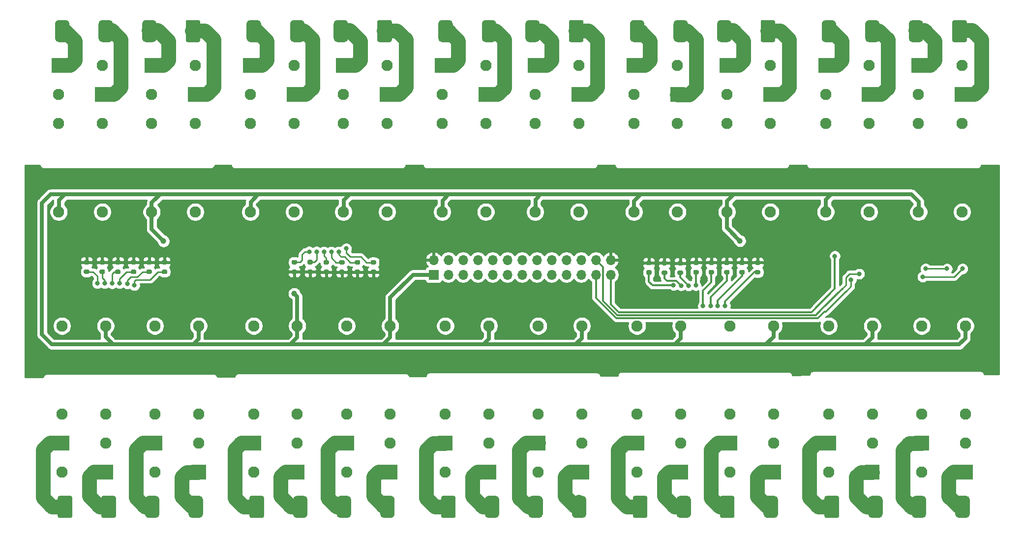
<source format=gbr>
%TF.GenerationSoftware,KiCad,Pcbnew,(5.1.10)-1*%
%TF.CreationDate,2021-10-27T16:31:34+02:00*%
%TF.ProjectId,boneIO - relay board,626f6e65-494f-4202-9d20-72656c617920,rev?*%
%TF.SameCoordinates,Original*%
%TF.FileFunction,Copper,L2,Bot*%
%TF.FilePolarity,Positive*%
%FSLAX46Y46*%
G04 Gerber Fmt 4.6, Leading zero omitted, Abs format (unit mm)*
G04 Created by KiCad (PCBNEW (5.1.10)-1) date 2021-10-27 16:31:34*
%MOMM*%
%LPD*%
G01*
G04 APERTURE LIST*
%TA.AperFunction,ComponentPad*%
%ADD10C,1.950000*%
%TD*%
%TA.AperFunction,ComponentPad*%
%ADD11R,2.500000X2.500000*%
%TD*%
%TA.AperFunction,ComponentPad*%
%ADD12O,1.700000X1.700000*%
%TD*%
%TA.AperFunction,ComponentPad*%
%ADD13R,1.700000X1.700000*%
%TD*%
%TA.AperFunction,ComponentPad*%
%ADD14C,0.100000*%
%TD*%
%TA.AperFunction,ViaPad*%
%ADD15C,0.800000*%
%TD*%
%TA.AperFunction,ViaPad*%
%ADD16C,1.000000*%
%TD*%
%TA.AperFunction,Conductor*%
%ADD17C,2.500000*%
%TD*%
%TA.AperFunction,Conductor*%
%ADD18C,2.000000*%
%TD*%
%TA.AperFunction,Conductor*%
%ADD19C,0.300000*%
%TD*%
%TA.AperFunction,Conductor*%
%ADD20C,0.250000*%
%TD*%
%TA.AperFunction,Conductor*%
%ADD21C,0.700000*%
%TD*%
%TA.AperFunction,Conductor*%
%ADD22C,0.254000*%
%TD*%
%TA.AperFunction,Conductor*%
%ADD23C,0.100000*%
%TD*%
G04 APERTURE END LIST*
%TO.P,R29,2*%
%TO.N,GND*%
%TA.AperFunction,SMDPad,CuDef*%
G36*
G01*
X396475000Y-314088000D02*
X395925000Y-314088000D01*
G75*
G02*
X395725000Y-313888000I0J200000D01*
G01*
X395725000Y-313488000D01*
G75*
G02*
X395925000Y-313288000I200000J0D01*
G01*
X396475000Y-313288000D01*
G75*
G02*
X396675000Y-313488000I0J-200000D01*
G01*
X396675000Y-313888000D01*
G75*
G02*
X396475000Y-314088000I-200000J0D01*
G01*
G37*
%TD.AperFunction*%
%TO.P,R29,1*%
%TO.N,K10*%
%TA.AperFunction,SMDPad,CuDef*%
G36*
G01*
X396475000Y-315738000D02*
X395925000Y-315738000D01*
G75*
G02*
X395725000Y-315538000I0J200000D01*
G01*
X395725000Y-315138000D01*
G75*
G02*
X395925000Y-314938000I200000J0D01*
G01*
X396475000Y-314938000D01*
G75*
G02*
X396675000Y-315138000I0J-200000D01*
G01*
X396675000Y-315538000D01*
G75*
G02*
X396475000Y-315738000I-200000J0D01*
G01*
G37*
%TD.AperFunction*%
%TD*%
%TO.P,R28,2*%
%TO.N,GND*%
%TA.AperFunction,SMDPad,CuDef*%
G36*
G01*
X399155000Y-314103000D02*
X398605000Y-314103000D01*
G75*
G02*
X398405000Y-313903000I0J200000D01*
G01*
X398405000Y-313503000D01*
G75*
G02*
X398605000Y-313303000I200000J0D01*
G01*
X399155000Y-313303000D01*
G75*
G02*
X399355000Y-313503000I0J-200000D01*
G01*
X399355000Y-313903000D01*
G75*
G02*
X399155000Y-314103000I-200000J0D01*
G01*
G37*
%TD.AperFunction*%
%TO.P,R28,1*%
%TO.N,K9*%
%TA.AperFunction,SMDPad,CuDef*%
G36*
G01*
X399155000Y-315753000D02*
X398605000Y-315753000D01*
G75*
G02*
X398405000Y-315553000I0J200000D01*
G01*
X398405000Y-315153000D01*
G75*
G02*
X398605000Y-314953000I200000J0D01*
G01*
X399155000Y-314953000D01*
G75*
G02*
X399355000Y-315153000I0J-200000D01*
G01*
X399355000Y-315553000D01*
G75*
G02*
X399155000Y-315753000I-200000J0D01*
G01*
G37*
%TD.AperFunction*%
%TD*%
%TO.P,R27,2*%
%TO.N,GND*%
%TA.AperFunction,SMDPad,CuDef*%
G36*
G01*
X401875000Y-314118000D02*
X401325000Y-314118000D01*
G75*
G02*
X401125000Y-313918000I0J200000D01*
G01*
X401125000Y-313518000D01*
G75*
G02*
X401325000Y-313318000I200000J0D01*
G01*
X401875000Y-313318000D01*
G75*
G02*
X402075000Y-313518000I0J-200000D01*
G01*
X402075000Y-313918000D01*
G75*
G02*
X401875000Y-314118000I-200000J0D01*
G01*
G37*
%TD.AperFunction*%
%TO.P,R27,1*%
%TO.N,K8*%
%TA.AperFunction,SMDPad,CuDef*%
G36*
G01*
X401875000Y-315768000D02*
X401325000Y-315768000D01*
G75*
G02*
X401125000Y-315568000I0J200000D01*
G01*
X401125000Y-315168000D01*
G75*
G02*
X401325000Y-314968000I200000J0D01*
G01*
X401875000Y-314968000D01*
G75*
G02*
X402075000Y-315168000I0J-200000D01*
G01*
X402075000Y-315568000D01*
G75*
G02*
X401875000Y-315768000I-200000J0D01*
G01*
G37*
%TD.AperFunction*%
%TD*%
%TO.P,R26,2*%
%TO.N,GND*%
%TA.AperFunction,SMDPad,CuDef*%
G36*
G01*
X404615000Y-314023000D02*
X404065000Y-314023000D01*
G75*
G02*
X403865000Y-313823000I0J200000D01*
G01*
X403865000Y-313423000D01*
G75*
G02*
X404065000Y-313223000I200000J0D01*
G01*
X404615000Y-313223000D01*
G75*
G02*
X404815000Y-313423000I0J-200000D01*
G01*
X404815000Y-313823000D01*
G75*
G02*
X404615000Y-314023000I-200000J0D01*
G01*
G37*
%TD.AperFunction*%
%TO.P,R26,1*%
%TO.N,K7*%
%TA.AperFunction,SMDPad,CuDef*%
G36*
G01*
X404615000Y-315673000D02*
X404065000Y-315673000D01*
G75*
G02*
X403865000Y-315473000I0J200000D01*
G01*
X403865000Y-315073000D01*
G75*
G02*
X404065000Y-314873000I200000J0D01*
G01*
X404615000Y-314873000D01*
G75*
G02*
X404815000Y-315073000I0J-200000D01*
G01*
X404815000Y-315473000D01*
G75*
G02*
X404615000Y-315673000I-200000J0D01*
G01*
G37*
%TD.AperFunction*%
%TD*%
%TO.P,R25,2*%
%TO.N,GND*%
%TA.AperFunction,SMDPad,CuDef*%
G36*
G01*
X407215000Y-314023000D02*
X406665000Y-314023000D01*
G75*
G02*
X406465000Y-313823000I0J200000D01*
G01*
X406465000Y-313423000D01*
G75*
G02*
X406665000Y-313223000I200000J0D01*
G01*
X407215000Y-313223000D01*
G75*
G02*
X407415000Y-313423000I0J-200000D01*
G01*
X407415000Y-313823000D01*
G75*
G02*
X407215000Y-314023000I-200000J0D01*
G01*
G37*
%TD.AperFunction*%
%TO.P,R25,1*%
%TO.N,K20*%
%TA.AperFunction,SMDPad,CuDef*%
G36*
G01*
X407215000Y-315673000D02*
X406665000Y-315673000D01*
G75*
G02*
X406465000Y-315473000I0J200000D01*
G01*
X406465000Y-315073000D01*
G75*
G02*
X406665000Y-314873000I200000J0D01*
G01*
X407215000Y-314873000D01*
G75*
G02*
X407415000Y-315073000I0J-200000D01*
G01*
X407415000Y-315473000D01*
G75*
G02*
X407215000Y-315673000I-200000J0D01*
G01*
G37*
%TD.AperFunction*%
%TD*%
%TO.P,R24,2*%
%TO.N,GND*%
%TA.AperFunction,SMDPad,CuDef*%
G36*
G01*
X409895000Y-314023000D02*
X409345000Y-314023000D01*
G75*
G02*
X409145000Y-313823000I0J200000D01*
G01*
X409145000Y-313423000D01*
G75*
G02*
X409345000Y-313223000I200000J0D01*
G01*
X409895000Y-313223000D01*
G75*
G02*
X410095000Y-313423000I0J-200000D01*
G01*
X410095000Y-313823000D01*
G75*
G02*
X409895000Y-314023000I-200000J0D01*
G01*
G37*
%TD.AperFunction*%
%TO.P,R24,1*%
%TO.N,K19*%
%TA.AperFunction,SMDPad,CuDef*%
G36*
G01*
X409895000Y-315673000D02*
X409345000Y-315673000D01*
G75*
G02*
X409145000Y-315473000I0J200000D01*
G01*
X409145000Y-315073000D01*
G75*
G02*
X409345000Y-314873000I200000J0D01*
G01*
X409895000Y-314873000D01*
G75*
G02*
X410095000Y-315073000I0J-200000D01*
G01*
X410095000Y-315473000D01*
G75*
G02*
X409895000Y-315673000I-200000J0D01*
G01*
G37*
%TD.AperFunction*%
%TD*%
%TO.P,R23,2*%
%TO.N,GND*%
%TA.AperFunction,SMDPad,CuDef*%
G36*
G01*
X412525000Y-314023000D02*
X411975000Y-314023000D01*
G75*
G02*
X411775000Y-313823000I0J200000D01*
G01*
X411775000Y-313423000D01*
G75*
G02*
X411975000Y-313223000I200000J0D01*
G01*
X412525000Y-313223000D01*
G75*
G02*
X412725000Y-313423000I0J-200000D01*
G01*
X412725000Y-313823000D01*
G75*
G02*
X412525000Y-314023000I-200000J0D01*
G01*
G37*
%TD.AperFunction*%
%TO.P,R23,1*%
%TO.N,K18*%
%TA.AperFunction,SMDPad,CuDef*%
G36*
G01*
X412525000Y-315673000D02*
X411975000Y-315673000D01*
G75*
G02*
X411775000Y-315473000I0J200000D01*
G01*
X411775000Y-315073000D01*
G75*
G02*
X411975000Y-314873000I200000J0D01*
G01*
X412525000Y-314873000D01*
G75*
G02*
X412725000Y-315073000I0J-200000D01*
G01*
X412725000Y-315473000D01*
G75*
G02*
X412525000Y-315673000I-200000J0D01*
G01*
G37*
%TD.AperFunction*%
%TD*%
%TO.P,R22,2*%
%TO.N,GND*%
%TA.AperFunction,SMDPad,CuDef*%
G36*
G01*
X415195000Y-314023000D02*
X414645000Y-314023000D01*
G75*
G02*
X414445000Y-313823000I0J200000D01*
G01*
X414445000Y-313423000D01*
G75*
G02*
X414645000Y-313223000I200000J0D01*
G01*
X415195000Y-313223000D01*
G75*
G02*
X415395000Y-313423000I0J-200000D01*
G01*
X415395000Y-313823000D01*
G75*
G02*
X415195000Y-314023000I-200000J0D01*
G01*
G37*
%TD.AperFunction*%
%TO.P,R22,1*%
%TO.N,K17*%
%TA.AperFunction,SMDPad,CuDef*%
G36*
G01*
X415195000Y-315673000D02*
X414645000Y-315673000D01*
G75*
G02*
X414445000Y-315473000I0J200000D01*
G01*
X414445000Y-315073000D01*
G75*
G02*
X414645000Y-314873000I200000J0D01*
G01*
X415195000Y-314873000D01*
G75*
G02*
X415395000Y-315073000I0J-200000D01*
G01*
X415395000Y-315473000D01*
G75*
G02*
X415195000Y-315673000I-200000J0D01*
G01*
G37*
%TD.AperFunction*%
%TD*%
%TO.P,R21,2*%
%TO.N,GND*%
%TA.AperFunction,SMDPad,CuDef*%
G36*
G01*
X348505000Y-314843000D02*
X349055000Y-314843000D01*
G75*
G02*
X349255000Y-315043000I0J-200000D01*
G01*
X349255000Y-315443000D01*
G75*
G02*
X349055000Y-315643000I-200000J0D01*
G01*
X348505000Y-315643000D01*
G75*
G02*
X348305000Y-315443000I0J200000D01*
G01*
X348305000Y-315043000D01*
G75*
G02*
X348505000Y-314843000I200000J0D01*
G01*
G37*
%TD.AperFunction*%
%TO.P,R21,1*%
%TO.N,K16*%
%TA.AperFunction,SMDPad,CuDef*%
G36*
G01*
X348505000Y-313193000D02*
X349055000Y-313193000D01*
G75*
G02*
X349255000Y-313393000I0J-200000D01*
G01*
X349255000Y-313793000D01*
G75*
G02*
X349055000Y-313993000I-200000J0D01*
G01*
X348505000Y-313993000D01*
G75*
G02*
X348305000Y-313793000I0J200000D01*
G01*
X348305000Y-313393000D01*
G75*
G02*
X348505000Y-313193000I200000J0D01*
G01*
G37*
%TD.AperFunction*%
%TD*%
%TO.P,R20,2*%
%TO.N,GND*%
%TA.AperFunction,SMDPad,CuDef*%
G36*
G01*
X345765000Y-314843000D02*
X346315000Y-314843000D01*
G75*
G02*
X346515000Y-315043000I0J-200000D01*
G01*
X346515000Y-315443000D01*
G75*
G02*
X346315000Y-315643000I-200000J0D01*
G01*
X345765000Y-315643000D01*
G75*
G02*
X345565000Y-315443000I0J200000D01*
G01*
X345565000Y-315043000D01*
G75*
G02*
X345765000Y-314843000I200000J0D01*
G01*
G37*
%TD.AperFunction*%
%TO.P,R20,1*%
%TO.N,K15*%
%TA.AperFunction,SMDPad,CuDef*%
G36*
G01*
X345765000Y-313193000D02*
X346315000Y-313193000D01*
G75*
G02*
X346515000Y-313393000I0J-200000D01*
G01*
X346515000Y-313793000D01*
G75*
G02*
X346315000Y-313993000I-200000J0D01*
G01*
X345765000Y-313993000D01*
G75*
G02*
X345565000Y-313793000I0J200000D01*
G01*
X345565000Y-313393000D01*
G75*
G02*
X345765000Y-313193000I200000J0D01*
G01*
G37*
%TD.AperFunction*%
%TD*%
%TO.P,R19,2*%
%TO.N,GND*%
%TA.AperFunction,SMDPad,CuDef*%
G36*
G01*
X343075000Y-314848000D02*
X343625000Y-314848000D01*
G75*
G02*
X343825000Y-315048000I0J-200000D01*
G01*
X343825000Y-315448000D01*
G75*
G02*
X343625000Y-315648000I-200000J0D01*
G01*
X343075000Y-315648000D01*
G75*
G02*
X342875000Y-315448000I0J200000D01*
G01*
X342875000Y-315048000D01*
G75*
G02*
X343075000Y-314848000I200000J0D01*
G01*
G37*
%TD.AperFunction*%
%TO.P,R19,1*%
%TO.N,K14*%
%TA.AperFunction,SMDPad,CuDef*%
G36*
G01*
X343075000Y-313198000D02*
X343625000Y-313198000D01*
G75*
G02*
X343825000Y-313398000I0J-200000D01*
G01*
X343825000Y-313798000D01*
G75*
G02*
X343625000Y-313998000I-200000J0D01*
G01*
X343075000Y-313998000D01*
G75*
G02*
X342875000Y-313798000I0J200000D01*
G01*
X342875000Y-313398000D01*
G75*
G02*
X343075000Y-313198000I200000J0D01*
G01*
G37*
%TD.AperFunction*%
%TD*%
%TO.P,R18,2*%
%TO.N,GND*%
%TA.AperFunction,SMDPad,CuDef*%
G36*
G01*
X340385000Y-314843000D02*
X340935000Y-314843000D01*
G75*
G02*
X341135000Y-315043000I0J-200000D01*
G01*
X341135000Y-315443000D01*
G75*
G02*
X340935000Y-315643000I-200000J0D01*
G01*
X340385000Y-315643000D01*
G75*
G02*
X340185000Y-315443000I0J200000D01*
G01*
X340185000Y-315043000D01*
G75*
G02*
X340385000Y-314843000I200000J0D01*
G01*
G37*
%TD.AperFunction*%
%TO.P,R18,1*%
%TO.N,K13*%
%TA.AperFunction,SMDPad,CuDef*%
G36*
G01*
X340385000Y-313193000D02*
X340935000Y-313193000D01*
G75*
G02*
X341135000Y-313393000I0J-200000D01*
G01*
X341135000Y-313793000D01*
G75*
G02*
X340935000Y-313993000I-200000J0D01*
G01*
X340385000Y-313993000D01*
G75*
G02*
X340185000Y-313793000I0J200000D01*
G01*
X340185000Y-313393000D01*
G75*
G02*
X340385000Y-313193000I200000J0D01*
G01*
G37*
%TD.AperFunction*%
%TD*%
%TO.P,R17,2*%
%TO.N,GND*%
%TA.AperFunction,SMDPad,CuDef*%
G36*
G01*
X337625000Y-314808000D02*
X338175000Y-314808000D01*
G75*
G02*
X338375000Y-315008000I0J-200000D01*
G01*
X338375000Y-315408000D01*
G75*
G02*
X338175000Y-315608000I-200000J0D01*
G01*
X337625000Y-315608000D01*
G75*
G02*
X337425000Y-315408000I0J200000D01*
G01*
X337425000Y-315008000D01*
G75*
G02*
X337625000Y-314808000I200000J0D01*
G01*
G37*
%TD.AperFunction*%
%TO.P,R17,1*%
%TO.N,K12*%
%TA.AperFunction,SMDPad,CuDef*%
G36*
G01*
X337625000Y-313158000D02*
X338175000Y-313158000D01*
G75*
G02*
X338375000Y-313358000I0J-200000D01*
G01*
X338375000Y-313758000D01*
G75*
G02*
X338175000Y-313958000I-200000J0D01*
G01*
X337625000Y-313958000D01*
G75*
G02*
X337425000Y-313758000I0J200000D01*
G01*
X337425000Y-313358000D01*
G75*
G02*
X337625000Y-313158000I200000J0D01*
G01*
G37*
%TD.AperFunction*%
%TD*%
%TO.P,R16,2*%
%TO.N,GND*%
%TA.AperFunction,SMDPad,CuDef*%
G36*
G01*
X334895000Y-314823000D02*
X335445000Y-314823000D01*
G75*
G02*
X335645000Y-315023000I0J-200000D01*
G01*
X335645000Y-315423000D01*
G75*
G02*
X335445000Y-315623000I-200000J0D01*
G01*
X334895000Y-315623000D01*
G75*
G02*
X334695000Y-315423000I0J200000D01*
G01*
X334695000Y-315023000D01*
G75*
G02*
X334895000Y-314823000I200000J0D01*
G01*
G37*
%TD.AperFunction*%
%TO.P,R16,1*%
%TO.N,K11*%
%TA.AperFunction,SMDPad,CuDef*%
G36*
G01*
X334895000Y-313173000D02*
X335445000Y-313173000D01*
G75*
G02*
X335645000Y-313373000I0J-200000D01*
G01*
X335645000Y-313773000D01*
G75*
G02*
X335445000Y-313973000I-200000J0D01*
G01*
X334895000Y-313973000D01*
G75*
G02*
X334695000Y-313773000I0J200000D01*
G01*
X334695000Y-313373000D01*
G75*
G02*
X334895000Y-313173000I200000J0D01*
G01*
G37*
%TD.AperFunction*%
%TD*%
%TO.P,R15,2*%
%TO.N,GND*%
%TA.AperFunction,SMDPad,CuDef*%
G36*
G01*
X299685000Y-313963000D02*
X299135000Y-313963000D01*
G75*
G02*
X298935000Y-313763000I0J200000D01*
G01*
X298935000Y-313363000D01*
G75*
G02*
X299135000Y-313163000I200000J0D01*
G01*
X299685000Y-313163000D01*
G75*
G02*
X299885000Y-313363000I0J-200000D01*
G01*
X299885000Y-313763000D01*
G75*
G02*
X299685000Y-313963000I-200000J0D01*
G01*
G37*
%TD.AperFunction*%
%TO.P,R15,1*%
%TO.N,K1*%
%TA.AperFunction,SMDPad,CuDef*%
G36*
G01*
X299685000Y-315613000D02*
X299135000Y-315613000D01*
G75*
G02*
X298935000Y-315413000I0J200000D01*
G01*
X298935000Y-315013000D01*
G75*
G02*
X299135000Y-314813000I200000J0D01*
G01*
X299685000Y-314813000D01*
G75*
G02*
X299885000Y-315013000I0J-200000D01*
G01*
X299885000Y-315413000D01*
G75*
G02*
X299685000Y-315613000I-200000J0D01*
G01*
G37*
%TD.AperFunction*%
%TD*%
%TO.P,R14,2*%
%TO.N,GND*%
%TA.AperFunction,SMDPad,CuDef*%
G36*
G01*
X302375000Y-313963000D02*
X301825000Y-313963000D01*
G75*
G02*
X301625000Y-313763000I0J200000D01*
G01*
X301625000Y-313363000D01*
G75*
G02*
X301825000Y-313163000I200000J0D01*
G01*
X302375000Y-313163000D01*
G75*
G02*
X302575000Y-313363000I0J-200000D01*
G01*
X302575000Y-313763000D01*
G75*
G02*
X302375000Y-313963000I-200000J0D01*
G01*
G37*
%TD.AperFunction*%
%TO.P,R14,1*%
%TO.N,K2*%
%TA.AperFunction,SMDPad,CuDef*%
G36*
G01*
X302375000Y-315613000D02*
X301825000Y-315613000D01*
G75*
G02*
X301625000Y-315413000I0J200000D01*
G01*
X301625000Y-315013000D01*
G75*
G02*
X301825000Y-314813000I200000J0D01*
G01*
X302375000Y-314813000D01*
G75*
G02*
X302575000Y-315013000I0J-200000D01*
G01*
X302575000Y-315413000D01*
G75*
G02*
X302375000Y-315613000I-200000J0D01*
G01*
G37*
%TD.AperFunction*%
%TD*%
%TO.P,R13,2*%
%TO.N,GND*%
%TA.AperFunction,SMDPad,CuDef*%
G36*
G01*
X305065000Y-313963000D02*
X304515000Y-313963000D01*
G75*
G02*
X304315000Y-313763000I0J200000D01*
G01*
X304315000Y-313363000D01*
G75*
G02*
X304515000Y-313163000I200000J0D01*
G01*
X305065000Y-313163000D01*
G75*
G02*
X305265000Y-313363000I0J-200000D01*
G01*
X305265000Y-313763000D01*
G75*
G02*
X305065000Y-313963000I-200000J0D01*
G01*
G37*
%TD.AperFunction*%
%TO.P,R13,1*%
%TO.N,K3*%
%TA.AperFunction,SMDPad,CuDef*%
G36*
G01*
X305065000Y-315613000D02*
X304515000Y-315613000D01*
G75*
G02*
X304315000Y-315413000I0J200000D01*
G01*
X304315000Y-315013000D01*
G75*
G02*
X304515000Y-314813000I200000J0D01*
G01*
X305065000Y-314813000D01*
G75*
G02*
X305265000Y-315013000I0J-200000D01*
G01*
X305265000Y-315413000D01*
G75*
G02*
X305065000Y-315613000I-200000J0D01*
G01*
G37*
%TD.AperFunction*%
%TD*%
%TO.P,R12,2*%
%TO.N,GND*%
%TA.AperFunction,SMDPad,CuDef*%
G36*
G01*
X307755000Y-313963000D02*
X307205000Y-313963000D01*
G75*
G02*
X307005000Y-313763000I0J200000D01*
G01*
X307005000Y-313363000D01*
G75*
G02*
X307205000Y-313163000I200000J0D01*
G01*
X307755000Y-313163000D01*
G75*
G02*
X307955000Y-313363000I0J-200000D01*
G01*
X307955000Y-313763000D01*
G75*
G02*
X307755000Y-313963000I-200000J0D01*
G01*
G37*
%TD.AperFunction*%
%TO.P,R12,1*%
%TO.N,K4*%
%TA.AperFunction,SMDPad,CuDef*%
G36*
G01*
X307755000Y-315613000D02*
X307205000Y-315613000D01*
G75*
G02*
X307005000Y-315413000I0J200000D01*
G01*
X307005000Y-315013000D01*
G75*
G02*
X307205000Y-314813000I200000J0D01*
G01*
X307755000Y-314813000D01*
G75*
G02*
X307955000Y-315013000I0J-200000D01*
G01*
X307955000Y-315413000D01*
G75*
G02*
X307755000Y-315613000I-200000J0D01*
G01*
G37*
%TD.AperFunction*%
%TD*%
%TO.P,R11,2*%
%TO.N,GND*%
%TA.AperFunction,SMDPad,CuDef*%
G36*
G01*
X310445000Y-313963000D02*
X309895000Y-313963000D01*
G75*
G02*
X309695000Y-313763000I0J200000D01*
G01*
X309695000Y-313363000D01*
G75*
G02*
X309895000Y-313163000I200000J0D01*
G01*
X310445000Y-313163000D01*
G75*
G02*
X310645000Y-313363000I0J-200000D01*
G01*
X310645000Y-313763000D01*
G75*
G02*
X310445000Y-313963000I-200000J0D01*
G01*
G37*
%TD.AperFunction*%
%TO.P,R11,1*%
%TO.N,K5*%
%TA.AperFunction,SMDPad,CuDef*%
G36*
G01*
X310445000Y-315613000D02*
X309895000Y-315613000D01*
G75*
G02*
X309695000Y-315413000I0J200000D01*
G01*
X309695000Y-315013000D01*
G75*
G02*
X309895000Y-314813000I200000J0D01*
G01*
X310445000Y-314813000D01*
G75*
G02*
X310645000Y-315013000I0J-200000D01*
G01*
X310645000Y-315413000D01*
G75*
G02*
X310445000Y-315613000I-200000J0D01*
G01*
G37*
%TD.AperFunction*%
%TD*%
%TO.P,R10,2*%
%TO.N,GND*%
%TA.AperFunction,SMDPad,CuDef*%
G36*
G01*
X313085000Y-313963000D02*
X312535000Y-313963000D01*
G75*
G02*
X312335000Y-313763000I0J200000D01*
G01*
X312335000Y-313363000D01*
G75*
G02*
X312535000Y-313163000I200000J0D01*
G01*
X313085000Y-313163000D01*
G75*
G02*
X313285000Y-313363000I0J-200000D01*
G01*
X313285000Y-313763000D01*
G75*
G02*
X313085000Y-313963000I-200000J0D01*
G01*
G37*
%TD.AperFunction*%
%TO.P,R10,1*%
%TO.N,K6*%
%TA.AperFunction,SMDPad,CuDef*%
G36*
G01*
X313085000Y-315613000D02*
X312535000Y-315613000D01*
G75*
G02*
X312335000Y-315413000I0J200000D01*
G01*
X312335000Y-315013000D01*
G75*
G02*
X312535000Y-314813000I200000J0D01*
G01*
X313085000Y-314813000D01*
G75*
G02*
X313285000Y-315013000I0J-200000D01*
G01*
X313285000Y-315413000D01*
G75*
G02*
X313085000Y-315613000I-200000J0D01*
G01*
G37*
%TD.AperFunction*%
%TD*%
D10*
%TO.P,K1,A2*%
%TO.N,+24V*%
X302665000Y-324508000D03*
%TO.P,K1,A1*%
%TO.N,RELAY1*%
X295165000Y-324508000D03*
D11*
%TO.P,K1,24*%
%TO.N,Net-(J1-Pad2)*%
X302665000Y-349708000D03*
D10*
%TO.P,K1,22*%
%TO.N,Net-(K1-Pad22)*%
X302665000Y-339708000D03*
%TO.P,K1,21*%
%TO.N,Net-(J1-Pad1)*%
X302665000Y-344708000D03*
%TO.P,K1,14*%
%TO.N,Net-(J1-Pad2)*%
X295165000Y-349708000D03*
%TO.P,K1,12*%
%TO.N,Net-(K1-Pad12)*%
X295165000Y-339708000D03*
D11*
%TO.P,K1,11*%
%TO.N,Net-(J1-Pad1)*%
X295165000Y-344708000D03*
%TD*%
D12*
%TO.P,J3,26*%
%TO.N,GND*%
X389620000Y-313168000D03*
%TO.P,J3,25*%
%TO.N,+3V3*%
X389620000Y-315708000D03*
%TO.P,J3,24*%
%TO.N,SDA*%
X387080000Y-313168000D03*
%TO.P,J3,23*%
%TO.N,SCL*%
X387080000Y-315708000D03*
%TO.P,J3,22*%
%TO.N,K20*%
X384540000Y-313168000D03*
%TO.P,J3,21*%
%TO.N,K10*%
X384540000Y-315708000D03*
%TO.P,J3,20*%
%TO.N,K19*%
X382000000Y-313168000D03*
%TO.P,J3,19*%
%TO.N,K9*%
X382000000Y-315708000D03*
%TO.P,J3,18*%
%TO.N,K18*%
X379460000Y-313168000D03*
%TO.P,J3,17*%
%TO.N,K8*%
X379460000Y-315708000D03*
%TO.P,J3,16*%
%TO.N,K17*%
X376920000Y-313168000D03*
%TO.P,J3,15*%
%TO.N,K7*%
X376920000Y-315708000D03*
%TO.P,J3,14*%
%TO.N,K16*%
X374380000Y-313168000D03*
%TO.P,J3,13*%
%TO.N,K6*%
X374380000Y-315708000D03*
%TO.P,J3,12*%
%TO.N,K15*%
X371840000Y-313168000D03*
%TO.P,J3,11*%
%TO.N,K5*%
X371840000Y-315708000D03*
%TO.P,J3,10*%
%TO.N,K14*%
X369300000Y-313168000D03*
%TO.P,J3,9*%
%TO.N,K4*%
X369300000Y-315708000D03*
%TO.P,J3,8*%
%TO.N,K13*%
X366760000Y-313168000D03*
%TO.P,J3,7*%
%TO.N,K3*%
X366760000Y-315708000D03*
%TO.P,J3,6*%
%TO.N,K12*%
X364220000Y-313168000D03*
%TO.P,J3,5*%
%TO.N,K2*%
X364220000Y-315708000D03*
%TO.P,J3,4*%
%TO.N,K11*%
X361680000Y-313168000D03*
%TO.P,J3,3*%
%TO.N,K1*%
X361680000Y-315708000D03*
%TO.P,J3,2*%
%TO.N,GND*%
X359140000Y-313168000D03*
D13*
%TO.P,J3,1*%
%TO.N,+24V*%
X359140000Y-315708000D03*
%TD*%
D10*
%TO.P,K2,A2*%
%TO.N,+24V*%
X318665000Y-324508000D03*
%TO.P,K2,A1*%
%TO.N,RELAY2*%
X311165000Y-324508000D03*
D11*
%TO.P,K2,24*%
%TO.N,Net-(J1-Pad4)*%
X318665000Y-349708000D03*
D10*
%TO.P,K2,22*%
%TO.N,Net-(K2-Pad22)*%
X318665000Y-339708000D03*
%TO.P,K2,21*%
%TO.N,Net-(J1-Pad3)*%
X318665000Y-344708000D03*
%TO.P,K2,14*%
%TO.N,Net-(J1-Pad4)*%
X311165000Y-349708000D03*
%TO.P,K2,12*%
%TO.N,Net-(K2-Pad12)*%
X311165000Y-339708000D03*
D11*
%TO.P,K2,11*%
%TO.N,Net-(J1-Pad3)*%
X311165000Y-344708000D03*
%TD*%
D10*
%TO.P,K18,A2*%
%TO.N,+24V*%
X409615000Y-304883000D03*
%TO.P,K18,A1*%
%TO.N,RELAY18*%
X417115000Y-304883000D03*
%TA.AperFunction,ComponentPad*%
D14*
%TO.P,K18,24*%
%TO.N,Net-(J10-Pad2)*%
G36*
X410865000Y-278433000D02*
G01*
X410865000Y-280933000D01*
X408365000Y-280933000D01*
X408365000Y-278433000D01*
X410865000Y-278433000D01*
G37*
%TD.AperFunction*%
D10*
%TO.P,K18,22*%
%TO.N,Net-(K18-Pad22)*%
X409615000Y-289683000D03*
%TO.P,K18,21*%
%TO.N,Net-(J10-Pad1)*%
X409615000Y-284683000D03*
%TO.P,K18,14*%
%TO.N,Net-(J10-Pad2)*%
X417115000Y-279683000D03*
%TO.P,K18,12*%
%TO.N,Net-(K18-Pad12)*%
X417115000Y-289683000D03*
%TA.AperFunction,ComponentPad*%
D14*
%TO.P,K18,11*%
%TO.N,Net-(J10-Pad1)*%
G36*
X418365000Y-283433000D02*
G01*
X418365000Y-285933000D01*
X415865000Y-285933000D01*
X415865000Y-283433000D01*
X418365000Y-283433000D01*
G37*
%TD.AperFunction*%
%TD*%
D10*
%TO.P,K20,A2*%
%TO.N,+24V*%
X442615000Y-304883000D03*
%TO.P,K20,A1*%
%TO.N,RELAY20*%
X450115000Y-304883000D03*
%TA.AperFunction,ComponentPad*%
D14*
%TO.P,K20,24*%
%TO.N,Net-(J11-Pad2)*%
G36*
X443865000Y-278433000D02*
G01*
X443865000Y-280933000D01*
X441365000Y-280933000D01*
X441365000Y-278433000D01*
X443865000Y-278433000D01*
G37*
%TD.AperFunction*%
D10*
%TO.P,K20,22*%
%TO.N,Net-(K20-Pad22)*%
X442615000Y-289683000D03*
%TO.P,K20,21*%
%TO.N,Net-(J11-Pad1)*%
X442615000Y-284683000D03*
%TO.P,K20,14*%
%TO.N,Net-(J11-Pad2)*%
X450115000Y-279683000D03*
%TO.P,K20,12*%
%TO.N,Net-(K20-Pad12)*%
X450115000Y-289683000D03*
%TA.AperFunction,ComponentPad*%
D14*
%TO.P,K20,11*%
%TO.N,Net-(J11-Pad1)*%
G36*
X451365000Y-283433000D02*
G01*
X451365000Y-285933000D01*
X448865000Y-285933000D01*
X448865000Y-283433000D01*
X451365000Y-283433000D01*
G37*
%TD.AperFunction*%
%TD*%
D10*
%TO.P,K19,A2*%
%TO.N,+24V*%
X426615000Y-304883000D03*
%TO.P,K19,A1*%
%TO.N,RELAY19*%
X434115000Y-304883000D03*
%TA.AperFunction,ComponentPad*%
D14*
%TO.P,K19,24*%
%TO.N,Net-(J11-Pad4)*%
G36*
X427865000Y-278433000D02*
G01*
X427865000Y-280933000D01*
X425365000Y-280933000D01*
X425365000Y-278433000D01*
X427865000Y-278433000D01*
G37*
%TD.AperFunction*%
D10*
%TO.P,K19,22*%
%TO.N,Net-(K19-Pad22)*%
X426615000Y-289683000D03*
%TO.P,K19,21*%
%TO.N,Net-(J11-Pad3)*%
X426615000Y-284683000D03*
%TO.P,K19,14*%
%TO.N,Net-(J11-Pad4)*%
X434115000Y-279683000D03*
%TO.P,K19,12*%
%TO.N,Net-(K19-Pad12)*%
X434115000Y-289683000D03*
%TA.AperFunction,ComponentPad*%
D14*
%TO.P,K19,11*%
%TO.N,Net-(J11-Pad3)*%
G36*
X435365000Y-283433000D02*
G01*
X435365000Y-285933000D01*
X432865000Y-285933000D01*
X432865000Y-283433000D01*
X435365000Y-283433000D01*
G37*
%TD.AperFunction*%
%TD*%
D10*
%TO.P,K17,A2*%
%TO.N,+24V*%
X393615000Y-304883000D03*
%TO.P,K17,A1*%
%TO.N,RELAY17*%
X401115000Y-304883000D03*
%TA.AperFunction,ComponentPad*%
D14*
%TO.P,K17,24*%
%TO.N,Net-(J10-Pad4)*%
G36*
X394865000Y-278433000D02*
G01*
X394865000Y-280933000D01*
X392365000Y-280933000D01*
X392365000Y-278433000D01*
X394865000Y-278433000D01*
G37*
%TD.AperFunction*%
D10*
%TO.P,K17,22*%
%TO.N,Net-(K17-Pad22)*%
X393615000Y-289683000D03*
%TO.P,K17,21*%
%TO.N,Net-(J10-Pad3)*%
X393615000Y-284683000D03*
%TO.P,K17,14*%
%TO.N,Net-(J10-Pad4)*%
X401115000Y-279683000D03*
%TO.P,K17,12*%
%TO.N,Net-(K17-Pad12)*%
X401115000Y-289683000D03*
%TA.AperFunction,ComponentPad*%
D14*
%TO.P,K17,11*%
%TO.N,Net-(J10-Pad3)*%
G36*
X402365000Y-283433000D02*
G01*
X402365000Y-285933000D01*
X399865000Y-285933000D01*
X399865000Y-283433000D01*
X402365000Y-283433000D01*
G37*
%TD.AperFunction*%
%TD*%
D10*
%TO.P,K13,A2*%
%TO.N,+24V*%
X376615000Y-304883000D03*
%TO.P,K13,A1*%
%TO.N,RELAY16*%
X384115000Y-304883000D03*
%TA.AperFunction,ComponentPad*%
D14*
%TO.P,K13,24*%
%TO.N,Net-(J8-Pad2)*%
G36*
X377865000Y-278433000D02*
G01*
X377865000Y-280933000D01*
X375365000Y-280933000D01*
X375365000Y-278433000D01*
X377865000Y-278433000D01*
G37*
%TD.AperFunction*%
D10*
%TO.P,K13,22*%
%TO.N,Net-(K13-Pad22)*%
X376615000Y-289683000D03*
%TO.P,K13,21*%
%TO.N,Net-(J8-Pad1)*%
X376615000Y-284683000D03*
%TO.P,K13,14*%
%TO.N,Net-(J8-Pad2)*%
X384115000Y-279683000D03*
%TO.P,K13,12*%
%TO.N,Net-(K13-Pad12)*%
X384115000Y-289683000D03*
%TA.AperFunction,ComponentPad*%
D14*
%TO.P,K13,11*%
%TO.N,Net-(J8-Pad1)*%
G36*
X385365000Y-283433000D02*
G01*
X385365000Y-285933000D01*
X382865000Y-285933000D01*
X382865000Y-283433000D01*
X385365000Y-283433000D01*
G37*
%TD.AperFunction*%
%TD*%
D10*
%TO.P,K14,A2*%
%TO.N,+24V*%
X360615000Y-304883000D03*
%TO.P,K14,A1*%
%TO.N,RELAY15*%
X368115000Y-304883000D03*
%TA.AperFunction,ComponentPad*%
D14*
%TO.P,K14,24*%
%TO.N,Net-(J8-Pad4)*%
G36*
X361865000Y-278433000D02*
G01*
X361865000Y-280933000D01*
X359365000Y-280933000D01*
X359365000Y-278433000D01*
X361865000Y-278433000D01*
G37*
%TD.AperFunction*%
D10*
%TO.P,K14,22*%
%TO.N,Net-(K14-Pad22)*%
X360615000Y-289683000D03*
%TO.P,K14,21*%
%TO.N,Net-(J8-Pad3)*%
X360615000Y-284683000D03*
%TO.P,K14,14*%
%TO.N,Net-(J8-Pad4)*%
X368115000Y-279683000D03*
%TO.P,K14,12*%
%TO.N,Net-(K14-Pad12)*%
X368115000Y-289683000D03*
%TA.AperFunction,ComponentPad*%
D14*
%TO.P,K14,11*%
%TO.N,Net-(J8-Pad3)*%
G36*
X369365000Y-283433000D02*
G01*
X369365000Y-285933000D01*
X366865000Y-285933000D01*
X366865000Y-283433000D01*
X369365000Y-283433000D01*
G37*
%TD.AperFunction*%
%TD*%
D10*
%TO.P,K15,A2*%
%TO.N,+24V*%
X343615000Y-304883000D03*
%TO.P,K15,A1*%
%TO.N,RELAY14*%
X351115000Y-304883000D03*
%TA.AperFunction,ComponentPad*%
D14*
%TO.P,K15,24*%
%TO.N,Net-(J9-Pad2)*%
G36*
X344865000Y-278433000D02*
G01*
X344865000Y-280933000D01*
X342365000Y-280933000D01*
X342365000Y-278433000D01*
X344865000Y-278433000D01*
G37*
%TD.AperFunction*%
D10*
%TO.P,K15,22*%
%TO.N,Net-(K15-Pad22)*%
X343615000Y-289683000D03*
%TO.P,K15,21*%
%TO.N,Net-(J9-Pad1)*%
X343615000Y-284683000D03*
%TO.P,K15,14*%
%TO.N,Net-(J9-Pad2)*%
X351115000Y-279683000D03*
%TO.P,K15,12*%
%TO.N,Net-(K15-Pad12)*%
X351115000Y-289683000D03*
%TA.AperFunction,ComponentPad*%
D14*
%TO.P,K15,11*%
%TO.N,Net-(J9-Pad1)*%
G36*
X352365000Y-283433000D02*
G01*
X352365000Y-285933000D01*
X349865000Y-285933000D01*
X349865000Y-283433000D01*
X352365000Y-283433000D01*
G37*
%TD.AperFunction*%
%TD*%
D10*
%TO.P,K16,A2*%
%TO.N,+24V*%
X327615000Y-304883000D03*
%TO.P,K16,A1*%
%TO.N,RELAY13*%
X335115000Y-304883000D03*
%TA.AperFunction,ComponentPad*%
D14*
%TO.P,K16,24*%
%TO.N,Net-(J9-Pad4)*%
G36*
X328865000Y-278433000D02*
G01*
X328865000Y-280933000D01*
X326365000Y-280933000D01*
X326365000Y-278433000D01*
X328865000Y-278433000D01*
G37*
%TD.AperFunction*%
D10*
%TO.P,K16,22*%
%TO.N,Net-(K16-Pad22)*%
X327615000Y-289683000D03*
%TO.P,K16,21*%
%TO.N,Net-(J9-Pad3)*%
X327615000Y-284683000D03*
%TO.P,K16,14*%
%TO.N,Net-(J9-Pad4)*%
X335115000Y-279683000D03*
%TO.P,K16,12*%
%TO.N,Net-(K16-Pad12)*%
X335115000Y-289683000D03*
%TA.AperFunction,ComponentPad*%
D14*
%TO.P,K16,11*%
%TO.N,Net-(J9-Pad3)*%
G36*
X336365000Y-283433000D02*
G01*
X336365000Y-285933000D01*
X333865000Y-285933000D01*
X333865000Y-283433000D01*
X336365000Y-283433000D01*
G37*
%TD.AperFunction*%
%TD*%
D10*
%TO.P,K12,A2*%
%TO.N,+24V*%
X310615000Y-304883000D03*
%TO.P,K12,A1*%
%TO.N,RELAY12*%
X318115000Y-304883000D03*
%TA.AperFunction,ComponentPad*%
D14*
%TO.P,K12,24*%
%TO.N,Net-(J7-Pad2)*%
G36*
X311865000Y-278433000D02*
G01*
X311865000Y-280933000D01*
X309365000Y-280933000D01*
X309365000Y-278433000D01*
X311865000Y-278433000D01*
G37*
%TD.AperFunction*%
D10*
%TO.P,K12,22*%
%TO.N,Net-(K12-Pad22)*%
X310615000Y-289683000D03*
%TO.P,K12,21*%
%TO.N,Net-(J7-Pad1)*%
X310615000Y-284683000D03*
%TO.P,K12,14*%
%TO.N,Net-(J7-Pad2)*%
X318115000Y-279683000D03*
%TO.P,K12,12*%
%TO.N,Net-(K12-Pad12)*%
X318115000Y-289683000D03*
%TA.AperFunction,ComponentPad*%
D14*
%TO.P,K12,11*%
%TO.N,Net-(J7-Pad1)*%
G36*
X319365000Y-283433000D02*
G01*
X319365000Y-285933000D01*
X316865000Y-285933000D01*
X316865000Y-283433000D01*
X319365000Y-283433000D01*
G37*
%TD.AperFunction*%
%TD*%
D10*
%TO.P,K11,A2*%
%TO.N,+24V*%
X294615000Y-304883000D03*
%TO.P,K11,A1*%
%TO.N,RELAY11*%
X302115000Y-304883000D03*
%TA.AperFunction,ComponentPad*%
D14*
%TO.P,K11,24*%
%TO.N,Net-(J7-Pad4)*%
G36*
X295865000Y-278433000D02*
G01*
X295865000Y-280933000D01*
X293365000Y-280933000D01*
X293365000Y-278433000D01*
X295865000Y-278433000D01*
G37*
%TD.AperFunction*%
D10*
%TO.P,K11,22*%
%TO.N,Net-(K11-Pad22)*%
X294615000Y-289683000D03*
%TO.P,K11,21*%
%TO.N,Net-(J7-Pad3)*%
X294615000Y-284683000D03*
%TO.P,K11,14*%
%TO.N,Net-(J7-Pad4)*%
X302115000Y-279683000D03*
%TO.P,K11,12*%
%TO.N,Net-(K11-Pad12)*%
X302115000Y-289683000D03*
%TA.AperFunction,ComponentPad*%
D14*
%TO.P,K11,11*%
%TO.N,Net-(J7-Pad3)*%
G36*
X303365000Y-283433000D02*
G01*
X303365000Y-285933000D01*
X300865000Y-285933000D01*
X300865000Y-283433000D01*
X303365000Y-283433000D01*
G37*
%TD.AperFunction*%
%TD*%
D10*
%TO.P,K10,A2*%
%TO.N,+24V*%
X450665000Y-324508000D03*
%TO.P,K10,A1*%
%TO.N,RELAY10*%
X443165000Y-324508000D03*
D11*
%TO.P,K10,24*%
%TO.N,Net-(J6-Pad4)*%
X450665000Y-349708000D03*
D10*
%TO.P,K10,22*%
%TO.N,Net-(K10-Pad22)*%
X450665000Y-339708000D03*
%TO.P,K10,21*%
%TO.N,Net-(J6-Pad3)*%
X450665000Y-344708000D03*
%TO.P,K10,14*%
%TO.N,Net-(J6-Pad4)*%
X443165000Y-349708000D03*
%TO.P,K10,12*%
%TO.N,Net-(K10-Pad12)*%
X443165000Y-339708000D03*
D11*
%TO.P,K10,11*%
%TO.N,Net-(J6-Pad3)*%
X443165000Y-344708000D03*
%TD*%
D10*
%TO.P,K9,A2*%
%TO.N,+24V*%
X434665000Y-324508000D03*
%TO.P,K9,A1*%
%TO.N,RELAY9*%
X427165000Y-324508000D03*
%TA.AperFunction,ComponentPad*%
D14*
%TO.P,K9,24*%
%TO.N,Net-(J6-Pad2)*%
G36*
X433415000Y-350958000D02*
G01*
X433415000Y-348458000D01*
X435915000Y-348458000D01*
X435915000Y-350958000D01*
X433415000Y-350958000D01*
G37*
%TD.AperFunction*%
D10*
%TO.P,K9,22*%
%TO.N,Net-(K9-Pad22)*%
X434665000Y-339708000D03*
%TO.P,K9,21*%
%TO.N,Net-(J6-Pad1)*%
X434665000Y-344708000D03*
%TO.P,K9,14*%
%TO.N,Net-(J6-Pad2)*%
X427165000Y-349708000D03*
%TO.P,K9,12*%
%TO.N,Net-(K9-Pad12)*%
X427165000Y-339708000D03*
%TA.AperFunction,ComponentPad*%
D14*
%TO.P,K9,11*%
%TO.N,Net-(J6-Pad1)*%
G36*
X425915000Y-345958000D02*
G01*
X425915000Y-343458000D01*
X428415000Y-343458000D01*
X428415000Y-345958000D01*
X425915000Y-345958000D01*
G37*
%TD.AperFunction*%
%TD*%
D10*
%TO.P,K8,A2*%
%TO.N,+24V*%
X417665000Y-324508000D03*
%TO.P,K8,A1*%
%TO.N,RELAY8*%
X410165000Y-324508000D03*
%TA.AperFunction,ComponentPad*%
D14*
%TO.P,K8,24*%
%TO.N,Net-(J5-Pad4)*%
G36*
X416415000Y-350958000D02*
G01*
X416415000Y-348458000D01*
X418915000Y-348458000D01*
X418915000Y-350958000D01*
X416415000Y-350958000D01*
G37*
%TD.AperFunction*%
D10*
%TO.P,K8,22*%
%TO.N,Net-(K8-Pad22)*%
X417665000Y-339708000D03*
%TO.P,K8,21*%
%TO.N,Net-(J5-Pad3)*%
X417665000Y-344708000D03*
%TO.P,K8,14*%
%TO.N,Net-(J5-Pad4)*%
X410165000Y-349708000D03*
%TO.P,K8,12*%
%TO.N,Net-(K8-Pad12)*%
X410165000Y-339708000D03*
%TA.AperFunction,ComponentPad*%
D14*
%TO.P,K8,11*%
%TO.N,Net-(J5-Pad3)*%
G36*
X408915000Y-345958000D02*
G01*
X408915000Y-343458000D01*
X411415000Y-343458000D01*
X411415000Y-345958000D01*
X408915000Y-345958000D01*
G37*
%TD.AperFunction*%
%TD*%
D10*
%TO.P,K7,A2*%
%TO.N,+24V*%
X401665000Y-324508000D03*
%TO.P,K7,A1*%
%TO.N,RELAY7*%
X394165000Y-324508000D03*
%TA.AperFunction,ComponentPad*%
D14*
%TO.P,K7,24*%
%TO.N,Net-(J5-Pad2)*%
G36*
X400415000Y-350958000D02*
G01*
X400415000Y-348458000D01*
X402915000Y-348458000D01*
X402915000Y-350958000D01*
X400415000Y-350958000D01*
G37*
%TD.AperFunction*%
D10*
%TO.P,K7,22*%
%TO.N,Net-(K7-Pad22)*%
X401665000Y-339708000D03*
%TO.P,K7,21*%
%TO.N,Net-(J5-Pad1)*%
X401665000Y-344708000D03*
%TO.P,K7,14*%
%TO.N,Net-(J5-Pad2)*%
X394165000Y-349708000D03*
%TO.P,K7,12*%
%TO.N,Net-(K7-Pad12)*%
X394165000Y-339708000D03*
%TA.AperFunction,ComponentPad*%
D14*
%TO.P,K7,11*%
%TO.N,Net-(J5-Pad1)*%
G36*
X392915000Y-345958000D02*
G01*
X392915000Y-343458000D01*
X395415000Y-343458000D01*
X395415000Y-345958000D01*
X392915000Y-345958000D01*
G37*
%TD.AperFunction*%
%TD*%
D10*
%TO.P,K6,A2*%
%TO.N,+24V*%
X384665000Y-324508000D03*
%TO.P,K6,A1*%
%TO.N,RELAY6*%
X377165000Y-324508000D03*
%TA.AperFunction,ComponentPad*%
D14*
%TO.P,K6,24*%
%TO.N,Net-(J4-Pad4)*%
G36*
X383415000Y-350958000D02*
G01*
X383415000Y-348458000D01*
X385915000Y-348458000D01*
X385915000Y-350958000D01*
X383415000Y-350958000D01*
G37*
%TD.AperFunction*%
D10*
%TO.P,K6,22*%
%TO.N,Net-(K6-Pad22)*%
X384665000Y-339708000D03*
%TO.P,K6,21*%
%TO.N,Net-(J4-Pad3)*%
X384665000Y-344708000D03*
%TO.P,K6,14*%
%TO.N,Net-(J4-Pad4)*%
X377165000Y-349708000D03*
%TO.P,K6,12*%
%TO.N,Net-(K6-Pad12)*%
X377165000Y-339708000D03*
D11*
%TO.P,K6,11*%
%TO.N,Net-(J4-Pad3)*%
X377165000Y-344708000D03*
%TD*%
D10*
%TO.P,K5,A2*%
%TO.N,+24V*%
X368665000Y-324508000D03*
%TO.P,K5,A1*%
%TO.N,RELAY5*%
X361165000Y-324508000D03*
D11*
%TO.P,K5,24*%
%TO.N,Net-(J4-Pad2)*%
X368665000Y-349708000D03*
D10*
%TO.P,K5,22*%
%TO.N,Net-(K5-Pad22)*%
X368665000Y-339708000D03*
%TO.P,K5,21*%
%TO.N,Net-(J4-Pad1)*%
X368665000Y-344708000D03*
%TO.P,K5,14*%
%TO.N,Net-(J4-Pad2)*%
X361165000Y-349708000D03*
%TO.P,K5,12*%
%TO.N,Net-(K5-Pad12)*%
X361165000Y-339708000D03*
D11*
%TO.P,K5,11*%
%TO.N,Net-(J4-Pad1)*%
X361165000Y-344708000D03*
%TD*%
D10*
%TO.P,K4,A2*%
%TO.N,+24V*%
X351665000Y-324508000D03*
%TO.P,K4,A1*%
%TO.N,RELAY4*%
X344165000Y-324508000D03*
D11*
%TO.P,K4,24*%
%TO.N,Net-(J2-Pad4)*%
X351665000Y-349708000D03*
D10*
%TO.P,K4,22*%
%TO.N,Net-(K4-Pad22)*%
X351665000Y-339708000D03*
%TO.P,K4,21*%
%TO.N,Net-(J2-Pad3)*%
X351665000Y-344708000D03*
%TO.P,K4,14*%
%TO.N,Net-(J2-Pad4)*%
X344165000Y-349708000D03*
%TO.P,K4,12*%
%TO.N,Net-(K4-Pad12)*%
X344165000Y-339708000D03*
D11*
%TO.P,K4,11*%
%TO.N,Net-(J2-Pad3)*%
X344165000Y-344708000D03*
%TD*%
D10*
%TO.P,K3,A2*%
%TO.N,+24V*%
X335665000Y-324508000D03*
%TO.P,K3,A1*%
%TO.N,RELAY3*%
X328165000Y-324508000D03*
D11*
%TO.P,K3,24*%
%TO.N,Net-(J2-Pad2)*%
X335665000Y-349708000D03*
D10*
%TO.P,K3,22*%
%TO.N,Net-(K3-Pad22)*%
X335665000Y-339708000D03*
%TO.P,K3,21*%
%TO.N,Net-(J2-Pad1)*%
X335665000Y-344708000D03*
%TO.P,K3,14*%
%TO.N,Net-(J2-Pad2)*%
X328165000Y-349708000D03*
%TO.P,K3,12*%
%TO.N,Net-(K3-Pad12)*%
X328165000Y-339708000D03*
D11*
%TO.P,K3,11*%
%TO.N,Net-(J2-Pad1)*%
X328165000Y-344708000D03*
%TD*%
%TO.P,J1,4*%
%TO.N,Net-(J1-Pad4)*%
%TA.AperFunction,ComponentPad*%
G36*
G01*
X316940000Y-356958000D02*
X316940000Y-354408000D01*
G75*
G02*
X317565000Y-353783000I625000J0D01*
G01*
X318815000Y-353783000D01*
G75*
G02*
X319440000Y-354408000I0J-625000D01*
G01*
X319440000Y-356958000D01*
G75*
G02*
X318815000Y-357583000I-625000J0D01*
G01*
X317565000Y-357583000D01*
G75*
G02*
X316940000Y-356958000I0J625000D01*
G01*
G37*
%TD.AperFunction*%
%TO.P,J1,3*%
%TO.N,Net-(J1-Pad3)*%
%TA.AperFunction,ComponentPad*%
G36*
G01*
X309440000Y-356958000D02*
X309440000Y-354408000D01*
G75*
G02*
X310065000Y-353783000I625000J0D01*
G01*
X311315000Y-353783000D01*
G75*
G02*
X311940000Y-354408000I0J-625000D01*
G01*
X311940000Y-356958000D01*
G75*
G02*
X311315000Y-357583000I-625000J0D01*
G01*
X310065000Y-357583000D01*
G75*
G02*
X309440000Y-356958000I0J625000D01*
G01*
G37*
%TD.AperFunction*%
%TO.P,J1,2*%
%TO.N,Net-(J1-Pad2)*%
%TA.AperFunction,ComponentPad*%
G36*
G01*
X301940000Y-357270500D02*
X301940000Y-354095500D01*
G75*
G02*
X302252500Y-353783000I312500J0D01*
G01*
X304127500Y-353783000D01*
G75*
G02*
X304440000Y-354095500I0J-312500D01*
G01*
X304440000Y-357270500D01*
G75*
G02*
X304127500Y-357583000I-312500J0D01*
G01*
X302252500Y-357583000D01*
G75*
G02*
X301940000Y-357270500I0J312500D01*
G01*
G37*
%TD.AperFunction*%
%TO.P,J1,1*%
%TO.N,Net-(J1-Pad1)*%
%TA.AperFunction,ComponentPad*%
G36*
G01*
X294440000Y-357270500D02*
X294440000Y-354095500D01*
G75*
G02*
X294752500Y-353783000I312500J0D01*
G01*
X296627500Y-353783000D01*
G75*
G02*
X296940000Y-354095500I0J-312500D01*
G01*
X296940000Y-357270500D01*
G75*
G02*
X296627500Y-357583000I-312500J0D01*
G01*
X294752500Y-357583000D01*
G75*
G02*
X294440000Y-357270500I0J312500D01*
G01*
G37*
%TD.AperFunction*%
%TD*%
%TO.P,J11,4*%
%TO.N,Net-(J11-Pad4)*%
%TA.AperFunction,ComponentPad*%
G36*
G01*
X428440000Y-272508000D02*
X428440000Y-275058000D01*
G75*
G02*
X427815000Y-275683000I-625000J0D01*
G01*
X426565000Y-275683000D01*
G75*
G02*
X425940000Y-275058000I0J625000D01*
G01*
X425940000Y-272508000D01*
G75*
G02*
X426565000Y-271883000I625000J0D01*
G01*
X427815000Y-271883000D01*
G75*
G02*
X428440000Y-272508000I0J-625000D01*
G01*
G37*
%TD.AperFunction*%
%TO.P,J11,3*%
%TO.N,Net-(J11-Pad3)*%
%TA.AperFunction,ComponentPad*%
G36*
G01*
X435940000Y-272508000D02*
X435940000Y-275058000D01*
G75*
G02*
X435315000Y-275683000I-625000J0D01*
G01*
X434065000Y-275683000D01*
G75*
G02*
X433440000Y-275058000I0J625000D01*
G01*
X433440000Y-272508000D01*
G75*
G02*
X434065000Y-271883000I625000J0D01*
G01*
X435315000Y-271883000D01*
G75*
G02*
X435940000Y-272508000I0J-625000D01*
G01*
G37*
%TD.AperFunction*%
%TO.P,J11,2*%
%TO.N,Net-(J11-Pad2)*%
%TA.AperFunction,ComponentPad*%
G36*
G01*
X443440000Y-272508000D02*
X443440000Y-275058000D01*
G75*
G02*
X442815000Y-275683000I-625000J0D01*
G01*
X441565000Y-275683000D01*
G75*
G02*
X440940000Y-275058000I0J625000D01*
G01*
X440940000Y-272508000D01*
G75*
G02*
X441565000Y-271883000I625000J0D01*
G01*
X442815000Y-271883000D01*
G75*
G02*
X443440000Y-272508000I0J-625000D01*
G01*
G37*
%TD.AperFunction*%
%TO.P,J11,1*%
%TO.N,Net-(J11-Pad1)*%
%TA.AperFunction,ComponentPad*%
G36*
G01*
X450940000Y-272195500D02*
X450940000Y-275370500D01*
G75*
G02*
X450627500Y-275683000I-312500J0D01*
G01*
X448752500Y-275683000D01*
G75*
G02*
X448440000Y-275370500I0J312500D01*
G01*
X448440000Y-272195500D01*
G75*
G02*
X448752500Y-271883000I312500J0D01*
G01*
X450627500Y-271883000D01*
G75*
G02*
X450940000Y-272195500I0J-312500D01*
G01*
G37*
%TD.AperFunction*%
%TD*%
%TO.P,J10,4*%
%TO.N,Net-(J10-Pad4)*%
%TA.AperFunction,ComponentPad*%
G36*
G01*
X395440000Y-272483000D02*
X395440000Y-275033000D01*
G75*
G02*
X394815000Y-275658000I-625000J0D01*
G01*
X393565000Y-275658000D01*
G75*
G02*
X392940000Y-275033000I0J625000D01*
G01*
X392940000Y-272483000D01*
G75*
G02*
X393565000Y-271858000I625000J0D01*
G01*
X394815000Y-271858000D01*
G75*
G02*
X395440000Y-272483000I0J-625000D01*
G01*
G37*
%TD.AperFunction*%
%TO.P,J10,3*%
%TO.N,Net-(J10-Pad3)*%
%TA.AperFunction,ComponentPad*%
G36*
G01*
X402940000Y-272483000D02*
X402940000Y-275033000D01*
G75*
G02*
X402315000Y-275658000I-625000J0D01*
G01*
X401065000Y-275658000D01*
G75*
G02*
X400440000Y-275033000I0J625000D01*
G01*
X400440000Y-272483000D01*
G75*
G02*
X401065000Y-271858000I625000J0D01*
G01*
X402315000Y-271858000D01*
G75*
G02*
X402940000Y-272483000I0J-625000D01*
G01*
G37*
%TD.AperFunction*%
%TO.P,J10,2*%
%TO.N,Net-(J10-Pad2)*%
%TA.AperFunction,ComponentPad*%
G36*
G01*
X410440000Y-272483000D02*
X410440000Y-275033000D01*
G75*
G02*
X409815000Y-275658000I-625000J0D01*
G01*
X408565000Y-275658000D01*
G75*
G02*
X407940000Y-275033000I0J625000D01*
G01*
X407940000Y-272483000D01*
G75*
G02*
X408565000Y-271858000I625000J0D01*
G01*
X409815000Y-271858000D01*
G75*
G02*
X410440000Y-272483000I0J-625000D01*
G01*
G37*
%TD.AperFunction*%
%TO.P,J10,1*%
%TO.N,Net-(J10-Pad1)*%
%TA.AperFunction,ComponentPad*%
G36*
G01*
X417940000Y-272170500D02*
X417940000Y-275345500D01*
G75*
G02*
X417627500Y-275658000I-312500J0D01*
G01*
X415752500Y-275658000D01*
G75*
G02*
X415440000Y-275345500I0J312500D01*
G01*
X415440000Y-272170500D01*
G75*
G02*
X415752500Y-271858000I312500J0D01*
G01*
X417627500Y-271858000D01*
G75*
G02*
X417940000Y-272170500I0J-312500D01*
G01*
G37*
%TD.AperFunction*%
%TD*%
%TO.P,J9,4*%
%TO.N,Net-(J9-Pad4)*%
%TA.AperFunction,ComponentPad*%
G36*
G01*
X329440000Y-272483000D02*
X329440000Y-275033000D01*
G75*
G02*
X328815000Y-275658000I-625000J0D01*
G01*
X327565000Y-275658000D01*
G75*
G02*
X326940000Y-275033000I0J625000D01*
G01*
X326940000Y-272483000D01*
G75*
G02*
X327565000Y-271858000I625000J0D01*
G01*
X328815000Y-271858000D01*
G75*
G02*
X329440000Y-272483000I0J-625000D01*
G01*
G37*
%TD.AperFunction*%
%TO.P,J9,3*%
%TO.N,Net-(J9-Pad3)*%
%TA.AperFunction,ComponentPad*%
G36*
G01*
X336940000Y-272483000D02*
X336940000Y-275033000D01*
G75*
G02*
X336315000Y-275658000I-625000J0D01*
G01*
X335065000Y-275658000D01*
G75*
G02*
X334440000Y-275033000I0J625000D01*
G01*
X334440000Y-272483000D01*
G75*
G02*
X335065000Y-271858000I625000J0D01*
G01*
X336315000Y-271858000D01*
G75*
G02*
X336940000Y-272483000I0J-625000D01*
G01*
G37*
%TD.AperFunction*%
%TO.P,J9,2*%
%TO.N,Net-(J9-Pad2)*%
%TA.AperFunction,ComponentPad*%
G36*
G01*
X344440000Y-272483000D02*
X344440000Y-275033000D01*
G75*
G02*
X343815000Y-275658000I-625000J0D01*
G01*
X342565000Y-275658000D01*
G75*
G02*
X341940000Y-275033000I0J625000D01*
G01*
X341940000Y-272483000D01*
G75*
G02*
X342565000Y-271858000I625000J0D01*
G01*
X343815000Y-271858000D01*
G75*
G02*
X344440000Y-272483000I0J-625000D01*
G01*
G37*
%TD.AperFunction*%
%TO.P,J9,1*%
%TO.N,Net-(J9-Pad1)*%
%TA.AperFunction,ComponentPad*%
G36*
G01*
X351940000Y-272170500D02*
X351940000Y-275345500D01*
G75*
G02*
X351627500Y-275658000I-312500J0D01*
G01*
X349752500Y-275658000D01*
G75*
G02*
X349440000Y-275345500I0J312500D01*
G01*
X349440000Y-272170500D01*
G75*
G02*
X349752500Y-271858000I312500J0D01*
G01*
X351627500Y-271858000D01*
G75*
G02*
X351940000Y-272170500I0J-312500D01*
G01*
G37*
%TD.AperFunction*%
%TD*%
%TO.P,J8,4*%
%TO.N,Net-(J8-Pad4)*%
%TA.AperFunction,ComponentPad*%
G36*
G01*
X362440000Y-272483000D02*
X362440000Y-275033000D01*
G75*
G02*
X361815000Y-275658000I-625000J0D01*
G01*
X360565000Y-275658000D01*
G75*
G02*
X359940000Y-275033000I0J625000D01*
G01*
X359940000Y-272483000D01*
G75*
G02*
X360565000Y-271858000I625000J0D01*
G01*
X361815000Y-271858000D01*
G75*
G02*
X362440000Y-272483000I0J-625000D01*
G01*
G37*
%TD.AperFunction*%
%TO.P,J8,3*%
%TO.N,Net-(J8-Pad3)*%
%TA.AperFunction,ComponentPad*%
G36*
G01*
X369940000Y-272483000D02*
X369940000Y-275033000D01*
G75*
G02*
X369315000Y-275658000I-625000J0D01*
G01*
X368065000Y-275658000D01*
G75*
G02*
X367440000Y-275033000I0J625000D01*
G01*
X367440000Y-272483000D01*
G75*
G02*
X368065000Y-271858000I625000J0D01*
G01*
X369315000Y-271858000D01*
G75*
G02*
X369940000Y-272483000I0J-625000D01*
G01*
G37*
%TD.AperFunction*%
%TO.P,J8,2*%
%TO.N,Net-(J8-Pad2)*%
%TA.AperFunction,ComponentPad*%
G36*
G01*
X377440000Y-272483000D02*
X377440000Y-275033000D01*
G75*
G02*
X376815000Y-275658000I-625000J0D01*
G01*
X375565000Y-275658000D01*
G75*
G02*
X374940000Y-275033000I0J625000D01*
G01*
X374940000Y-272483000D01*
G75*
G02*
X375565000Y-271858000I625000J0D01*
G01*
X376815000Y-271858000D01*
G75*
G02*
X377440000Y-272483000I0J-625000D01*
G01*
G37*
%TD.AperFunction*%
%TO.P,J8,1*%
%TO.N,Net-(J8-Pad1)*%
%TA.AperFunction,ComponentPad*%
G36*
G01*
X384940000Y-272170500D02*
X384940000Y-275345500D01*
G75*
G02*
X384627500Y-275658000I-312500J0D01*
G01*
X382752500Y-275658000D01*
G75*
G02*
X382440000Y-275345500I0J312500D01*
G01*
X382440000Y-272170500D01*
G75*
G02*
X382752500Y-271858000I312500J0D01*
G01*
X384627500Y-271858000D01*
G75*
G02*
X384940000Y-272170500I0J-312500D01*
G01*
G37*
%TD.AperFunction*%
%TD*%
%TO.P,J7,4*%
%TO.N,Net-(J7-Pad4)*%
%TA.AperFunction,ComponentPad*%
G36*
G01*
X296465000Y-272483000D02*
X296465000Y-275033000D01*
G75*
G02*
X295840000Y-275658000I-625000J0D01*
G01*
X294590000Y-275658000D01*
G75*
G02*
X293965000Y-275033000I0J625000D01*
G01*
X293965000Y-272483000D01*
G75*
G02*
X294590000Y-271858000I625000J0D01*
G01*
X295840000Y-271858000D01*
G75*
G02*
X296465000Y-272483000I0J-625000D01*
G01*
G37*
%TD.AperFunction*%
%TO.P,J7,3*%
%TO.N,Net-(J7-Pad3)*%
%TA.AperFunction,ComponentPad*%
G36*
G01*
X303965000Y-272483000D02*
X303965000Y-275033000D01*
G75*
G02*
X303340000Y-275658000I-625000J0D01*
G01*
X302090000Y-275658000D01*
G75*
G02*
X301465000Y-275033000I0J625000D01*
G01*
X301465000Y-272483000D01*
G75*
G02*
X302090000Y-271858000I625000J0D01*
G01*
X303340000Y-271858000D01*
G75*
G02*
X303965000Y-272483000I0J-625000D01*
G01*
G37*
%TD.AperFunction*%
%TO.P,J7,2*%
%TO.N,Net-(J7-Pad2)*%
%TA.AperFunction,ComponentPad*%
G36*
G01*
X311465000Y-272483000D02*
X311465000Y-275033000D01*
G75*
G02*
X310840000Y-275658000I-625000J0D01*
G01*
X309590000Y-275658000D01*
G75*
G02*
X308965000Y-275033000I0J625000D01*
G01*
X308965000Y-272483000D01*
G75*
G02*
X309590000Y-271858000I625000J0D01*
G01*
X310840000Y-271858000D01*
G75*
G02*
X311465000Y-272483000I0J-625000D01*
G01*
G37*
%TD.AperFunction*%
%TO.P,J7,1*%
%TO.N,Net-(J7-Pad1)*%
%TA.AperFunction,ComponentPad*%
G36*
G01*
X318965000Y-272170500D02*
X318965000Y-275345500D01*
G75*
G02*
X318652500Y-275658000I-312500J0D01*
G01*
X316777500Y-275658000D01*
G75*
G02*
X316465000Y-275345500I0J312500D01*
G01*
X316465000Y-272170500D01*
G75*
G02*
X316777500Y-271858000I312500J0D01*
G01*
X318652500Y-271858000D01*
G75*
G02*
X318965000Y-272170500I0J-312500D01*
G01*
G37*
%TD.AperFunction*%
%TD*%
%TO.P,J6,4*%
%TO.N,Net-(J6-Pad4)*%
%TA.AperFunction,ComponentPad*%
G36*
G01*
X448940000Y-356958000D02*
X448940000Y-354408000D01*
G75*
G02*
X449565000Y-353783000I625000J0D01*
G01*
X450815000Y-353783000D01*
G75*
G02*
X451440000Y-354408000I0J-625000D01*
G01*
X451440000Y-356958000D01*
G75*
G02*
X450815000Y-357583000I-625000J0D01*
G01*
X449565000Y-357583000D01*
G75*
G02*
X448940000Y-356958000I0J625000D01*
G01*
G37*
%TD.AperFunction*%
%TO.P,J6,3*%
%TO.N,Net-(J6-Pad3)*%
%TA.AperFunction,ComponentPad*%
G36*
G01*
X441440000Y-356958000D02*
X441440000Y-354408000D01*
G75*
G02*
X442065000Y-353783000I625000J0D01*
G01*
X443315000Y-353783000D01*
G75*
G02*
X443940000Y-354408000I0J-625000D01*
G01*
X443940000Y-356958000D01*
G75*
G02*
X443315000Y-357583000I-625000J0D01*
G01*
X442065000Y-357583000D01*
G75*
G02*
X441440000Y-356958000I0J625000D01*
G01*
G37*
%TD.AperFunction*%
%TO.P,J6,2*%
%TO.N,Net-(J6-Pad2)*%
%TA.AperFunction,ComponentPad*%
G36*
G01*
X433940000Y-356958000D02*
X433940000Y-354408000D01*
G75*
G02*
X434565000Y-353783000I625000J0D01*
G01*
X435815000Y-353783000D01*
G75*
G02*
X436440000Y-354408000I0J-625000D01*
G01*
X436440000Y-356958000D01*
G75*
G02*
X435815000Y-357583000I-625000J0D01*
G01*
X434565000Y-357583000D01*
G75*
G02*
X433940000Y-356958000I0J625000D01*
G01*
G37*
%TD.AperFunction*%
%TO.P,J6,1*%
%TO.N,Net-(J6-Pad1)*%
%TA.AperFunction,ComponentPad*%
G36*
G01*
X426440000Y-357270500D02*
X426440000Y-354095500D01*
G75*
G02*
X426752500Y-353783000I312500J0D01*
G01*
X428627500Y-353783000D01*
G75*
G02*
X428940000Y-354095500I0J-312500D01*
G01*
X428940000Y-357270500D01*
G75*
G02*
X428627500Y-357583000I-312500J0D01*
G01*
X426752500Y-357583000D01*
G75*
G02*
X426440000Y-357270500I0J312500D01*
G01*
G37*
%TD.AperFunction*%
%TD*%
%TO.P,J5,4*%
%TO.N,Net-(J5-Pad4)*%
%TA.AperFunction,ComponentPad*%
G36*
G01*
X415940000Y-356958000D02*
X415940000Y-354408000D01*
G75*
G02*
X416565000Y-353783000I625000J0D01*
G01*
X417815000Y-353783000D01*
G75*
G02*
X418440000Y-354408000I0J-625000D01*
G01*
X418440000Y-356958000D01*
G75*
G02*
X417815000Y-357583000I-625000J0D01*
G01*
X416565000Y-357583000D01*
G75*
G02*
X415940000Y-356958000I0J625000D01*
G01*
G37*
%TD.AperFunction*%
%TO.P,J5,3*%
%TO.N,Net-(J5-Pad3)*%
%TA.AperFunction,ComponentPad*%
G36*
G01*
X408440000Y-357270500D02*
X408440000Y-354095500D01*
G75*
G02*
X408752500Y-353783000I312500J0D01*
G01*
X410627500Y-353783000D01*
G75*
G02*
X410940000Y-354095500I0J-312500D01*
G01*
X410940000Y-357270500D01*
G75*
G02*
X410627500Y-357583000I-312500J0D01*
G01*
X408752500Y-357583000D01*
G75*
G02*
X408440000Y-357270500I0J312500D01*
G01*
G37*
%TD.AperFunction*%
%TO.P,J5,2*%
%TO.N,Net-(J5-Pad2)*%
%TA.AperFunction,ComponentPad*%
G36*
G01*
X400940000Y-356958000D02*
X400940000Y-354408000D01*
G75*
G02*
X401565000Y-353783000I625000J0D01*
G01*
X402815000Y-353783000D01*
G75*
G02*
X403440000Y-354408000I0J-625000D01*
G01*
X403440000Y-356958000D01*
G75*
G02*
X402815000Y-357583000I-625000J0D01*
G01*
X401565000Y-357583000D01*
G75*
G02*
X400940000Y-356958000I0J625000D01*
G01*
G37*
%TD.AperFunction*%
%TO.P,J5,1*%
%TO.N,Net-(J5-Pad1)*%
%TA.AperFunction,ComponentPad*%
G36*
G01*
X393440000Y-357270500D02*
X393440000Y-354095500D01*
G75*
G02*
X393752500Y-353783000I312500J0D01*
G01*
X395627500Y-353783000D01*
G75*
G02*
X395940000Y-354095500I0J-312500D01*
G01*
X395940000Y-357270500D01*
G75*
G02*
X395627500Y-357583000I-312500J0D01*
G01*
X393752500Y-357583000D01*
G75*
G02*
X393440000Y-357270500I0J312500D01*
G01*
G37*
%TD.AperFunction*%
%TD*%
%TO.P,J4,4*%
%TO.N,Net-(J4-Pad4)*%
%TA.AperFunction,ComponentPad*%
G36*
G01*
X382940000Y-356958000D02*
X382940000Y-354408000D01*
G75*
G02*
X383565000Y-353783000I625000J0D01*
G01*
X384815000Y-353783000D01*
G75*
G02*
X385440000Y-354408000I0J-625000D01*
G01*
X385440000Y-356958000D01*
G75*
G02*
X384815000Y-357583000I-625000J0D01*
G01*
X383565000Y-357583000D01*
G75*
G02*
X382940000Y-356958000I0J625000D01*
G01*
G37*
%TD.AperFunction*%
%TO.P,J4,3*%
%TO.N,Net-(J4-Pad3)*%
%TA.AperFunction,ComponentPad*%
G36*
G01*
X375440000Y-356958000D02*
X375440000Y-354408000D01*
G75*
G02*
X376065000Y-353783000I625000J0D01*
G01*
X377315000Y-353783000D01*
G75*
G02*
X377940000Y-354408000I0J-625000D01*
G01*
X377940000Y-356958000D01*
G75*
G02*
X377315000Y-357583000I-625000J0D01*
G01*
X376065000Y-357583000D01*
G75*
G02*
X375440000Y-356958000I0J625000D01*
G01*
G37*
%TD.AperFunction*%
%TO.P,J4,2*%
%TO.N,Net-(J4-Pad2)*%
%TA.AperFunction,ComponentPad*%
G36*
G01*
X367940000Y-356958000D02*
X367940000Y-354408000D01*
G75*
G02*
X368565000Y-353783000I625000J0D01*
G01*
X369815000Y-353783000D01*
G75*
G02*
X370440000Y-354408000I0J-625000D01*
G01*
X370440000Y-356958000D01*
G75*
G02*
X369815000Y-357583000I-625000J0D01*
G01*
X368565000Y-357583000D01*
G75*
G02*
X367940000Y-356958000I0J625000D01*
G01*
G37*
%TD.AperFunction*%
%TO.P,J4,1*%
%TO.N,Net-(J4-Pad1)*%
%TA.AperFunction,ComponentPad*%
G36*
G01*
X360440000Y-357270500D02*
X360440000Y-354095500D01*
G75*
G02*
X360752500Y-353783000I312500J0D01*
G01*
X362627500Y-353783000D01*
G75*
G02*
X362940000Y-354095500I0J-312500D01*
G01*
X362940000Y-357270500D01*
G75*
G02*
X362627500Y-357583000I-312500J0D01*
G01*
X360752500Y-357583000D01*
G75*
G02*
X360440000Y-357270500I0J312500D01*
G01*
G37*
%TD.AperFunction*%
%TD*%
%TO.P,J2,4*%
%TO.N,Net-(J2-Pad4)*%
%TA.AperFunction,ComponentPad*%
G36*
G01*
X349940000Y-356958000D02*
X349940000Y-354408000D01*
G75*
G02*
X350565000Y-353783000I625000J0D01*
G01*
X351815000Y-353783000D01*
G75*
G02*
X352440000Y-354408000I0J-625000D01*
G01*
X352440000Y-356958000D01*
G75*
G02*
X351815000Y-357583000I-625000J0D01*
G01*
X350565000Y-357583000D01*
G75*
G02*
X349940000Y-356958000I0J625000D01*
G01*
G37*
%TD.AperFunction*%
%TO.P,J2,3*%
%TO.N,Net-(J2-Pad3)*%
%TA.AperFunction,ComponentPad*%
G36*
G01*
X342440000Y-356958000D02*
X342440000Y-354408000D01*
G75*
G02*
X343065000Y-353783000I625000J0D01*
G01*
X344315000Y-353783000D01*
G75*
G02*
X344940000Y-354408000I0J-625000D01*
G01*
X344940000Y-356958000D01*
G75*
G02*
X344315000Y-357583000I-625000J0D01*
G01*
X343065000Y-357583000D01*
G75*
G02*
X342440000Y-356958000I0J625000D01*
G01*
G37*
%TD.AperFunction*%
%TO.P,J2,2*%
%TO.N,Net-(J2-Pad2)*%
%TA.AperFunction,ComponentPad*%
G36*
G01*
X334940000Y-356958000D02*
X334940000Y-354408000D01*
G75*
G02*
X335565000Y-353783000I625000J0D01*
G01*
X336815000Y-353783000D01*
G75*
G02*
X337440000Y-354408000I0J-625000D01*
G01*
X337440000Y-356958000D01*
G75*
G02*
X336815000Y-357583000I-625000J0D01*
G01*
X335565000Y-357583000D01*
G75*
G02*
X334940000Y-356958000I0J625000D01*
G01*
G37*
%TD.AperFunction*%
%TO.P,J2,1*%
%TO.N,Net-(J2-Pad1)*%
%TA.AperFunction,ComponentPad*%
G36*
G01*
X327440000Y-357270500D02*
X327440000Y-354095500D01*
G75*
G02*
X327752500Y-353783000I312500J0D01*
G01*
X329627500Y-353783000D01*
G75*
G02*
X329940000Y-354095500I0J-312500D01*
G01*
X329940000Y-357270500D01*
G75*
G02*
X329627500Y-357583000I-312500J0D01*
G01*
X327752500Y-357583000D01*
G75*
G02*
X327440000Y-357270500I0J312500D01*
G01*
G37*
%TD.AperFunction*%
%TD*%
D15*
%TO.N,GND*%
X422080000Y-310898000D03*
X422080000Y-312698000D03*
X422080000Y-316548000D03*
X422080000Y-314748000D03*
X422080000Y-318598000D03*
X425330000Y-311018000D03*
X425330000Y-312818000D03*
X425330000Y-316668000D03*
X425330000Y-314868000D03*
X425330000Y-318718000D03*
X327270000Y-311518000D03*
X323120000Y-311528000D03*
X321320000Y-311528000D03*
X325170000Y-311528000D03*
X319270000Y-311528000D03*
X323160000Y-318798000D03*
X321360000Y-318798000D03*
X325210000Y-318798000D03*
X319310000Y-318798000D03*
X434170000Y-309938000D03*
X436190000Y-309938000D03*
X437990000Y-309938000D03*
X441840000Y-309938000D03*
X440040000Y-309938000D03*
X443890000Y-309938000D03*
X434090000Y-319838000D03*
X436110000Y-319838000D03*
X437910000Y-319838000D03*
X441760000Y-319838000D03*
X439960000Y-319838000D03*
X443810000Y-319838000D03*
X362690000Y-320808000D03*
X360890000Y-320808000D03*
X364740000Y-320808000D03*
X366540000Y-320808000D03*
X368590000Y-320808000D03*
X391920000Y-314828000D03*
X393410000Y-314848000D03*
X391900000Y-316188000D03*
X393420000Y-316178000D03*
X354770000Y-312878000D03*
X356260000Y-312898000D03*
X354750000Y-314238000D03*
X356270000Y-314228000D03*
X289790000Y-300908000D03*
X289790000Y-299108000D03*
X289790000Y-302958000D03*
X289790000Y-304758000D03*
X289790000Y-306808000D03*
X289940000Y-323708000D03*
X289940000Y-321908000D03*
X289940000Y-325758000D03*
X289940000Y-327558000D03*
X289940000Y-329608000D03*
X297590000Y-312458000D03*
X297590000Y-310658000D03*
X297590000Y-314508000D03*
X297590000Y-316308000D03*
X297590000Y-318358000D03*
X327310000Y-318788000D03*
X455240000Y-301358000D03*
X455240000Y-299558000D03*
X455240000Y-303408000D03*
X455240000Y-305208000D03*
X455240000Y-307258000D03*
X455490000Y-323458000D03*
X455490000Y-321658000D03*
X455490000Y-325508000D03*
X455490000Y-327308000D03*
X455490000Y-329358000D03*
X289940000Y-331708000D03*
X289791000Y-297411000D03*
X455240000Y-297538000D03*
X455440000Y-331308000D03*
X412220000Y-318878000D03*
X413720000Y-320228000D03*
X412200000Y-320238000D03*
X413710000Y-318898000D03*
X418740000Y-310858000D03*
X418740000Y-312658000D03*
X418740000Y-314708000D03*
X418740000Y-316508000D03*
X418740000Y-318558000D03*
%TO.N,+3V3*%
X428210000Y-312498000D03*
%TO.N,SDA*%
X432412000Y-315572000D03*
%TO.N,SCL*%
X431015000Y-316588000D03*
%TO.N,K20*%
X405530000Y-321098000D03*
%TO.N,K10*%
X400450000Y-317518000D03*
%TO.N,K19*%
X406820000Y-321088000D03*
%TO.N,K9*%
X401740000Y-317578000D03*
%TO.N,K18*%
X408050000Y-321058000D03*
%TO.N,K8*%
X403020000Y-317588000D03*
%TO.N,K17*%
X409340000Y-321038000D03*
%TO.N,K7*%
X404270000Y-317558000D03*
%TO.N,K16*%
X344100500Y-311207500D03*
%TO.N,K6*%
X307638500Y-317536500D03*
%TO.N,K15*%
X342856500Y-311741500D03*
%TO.N,K5*%
X306391500Y-317259500D03*
%TO.N,K14*%
X341540000Y-311758000D03*
%TO.N,K4*%
X305070000Y-317178000D03*
%TO.N,K13*%
X340270000Y-311748000D03*
%TO.N,K3*%
X303800000Y-317218000D03*
%TO.N,K12*%
X339000000Y-311738000D03*
%TO.N,K2*%
X302530000Y-317188000D03*
%TO.N,K11*%
X337730000Y-311738000D03*
%TO.N,K1*%
X301260000Y-317188000D03*
D16*
%TO.N,+24V*%
X312650000Y-309918000D03*
X335140000Y-318958000D03*
X411860000Y-309888000D03*
D15*
%TO.N,Net-(R3-Pad2)*%
X443842000Y-314683000D03*
X447525000Y-314683000D03*
%TO.N,Net-(R5-Pad2)*%
X443334000Y-316080000D03*
X450192000Y-314683000D03*
%TD*%
D17*
%TO.N,Net-(J1-Pad1)*%
X295165000Y-344708000D02*
X293110000Y-344708000D01*
X293110000Y-344708000D02*
X291930000Y-345888000D01*
X291930000Y-345888000D02*
X291930000Y-354138000D01*
X291930000Y-354138000D02*
X293475000Y-355683000D01*
X295690000Y-355683000D02*
X293475000Y-355683000D01*
%TO.N,Net-(J1-Pad2)*%
X301685000Y-355683000D02*
X299870000Y-353868000D01*
X299870000Y-353868000D02*
X299870000Y-350548000D01*
X300710000Y-349708000D02*
X302665000Y-349708000D01*
X299870000Y-350548000D02*
X300710000Y-349708000D01*
X303190000Y-355683000D02*
X301685000Y-355683000D01*
%TO.N,Net-(J2-Pad1)*%
X328690000Y-355693000D02*
X326475000Y-355693000D01*
X324930000Y-354148000D02*
X326475000Y-355693000D01*
X326110000Y-344718000D02*
X324930000Y-345898000D01*
X328165000Y-344718000D02*
X326110000Y-344718000D01*
X324930000Y-345898000D02*
X324930000Y-354148000D01*
%TO.N,Net-(J2-Pad2)*%
X336170000Y-355673000D02*
X334665000Y-355673000D01*
X332850000Y-350538000D02*
X333690000Y-349698000D01*
X334665000Y-355673000D02*
X332850000Y-353858000D01*
X332850000Y-353858000D02*
X332850000Y-350538000D01*
X333690000Y-349698000D02*
X335645000Y-349698000D01*
%TO.N,Net-(J4-Pad2)*%
X369190000Y-355683000D02*
X367685000Y-355683000D01*
X365870000Y-350548000D02*
X366710000Y-349708000D01*
X367685000Y-355683000D02*
X365870000Y-353868000D01*
X365870000Y-353868000D02*
X365870000Y-350548000D01*
X366710000Y-349708000D02*
X368665000Y-349708000D01*
%TO.N,Net-(J4-Pad1)*%
X361650000Y-355723000D02*
X359435000Y-355723000D01*
X357890000Y-354178000D02*
X359435000Y-355723000D01*
X359070000Y-344748000D02*
X357890000Y-345928000D01*
X361125000Y-344748000D02*
X359070000Y-344748000D01*
X357890000Y-345928000D02*
X357890000Y-354178000D01*
%TO.N,Net-(J5-Pad2)*%
X402210000Y-355673000D02*
X400705000Y-355673000D01*
X398890000Y-350538000D02*
X399730000Y-349698000D01*
X400705000Y-355673000D02*
X398890000Y-353858000D01*
X398890000Y-353858000D02*
X398890000Y-350538000D01*
X399730000Y-349698000D02*
X401685000Y-349698000D01*
%TO.N,Net-(J5-Pad1)*%
X394660000Y-355703000D02*
X392445000Y-355703000D01*
X390900000Y-354158000D02*
X392445000Y-355703000D01*
X392080000Y-344728000D02*
X390900000Y-345908000D01*
X394135000Y-344728000D02*
X392080000Y-344728000D01*
X390900000Y-345908000D02*
X390900000Y-354158000D01*
%TO.N,Net-(J8-Pad2)*%
X378680000Y-279698000D02*
X376725000Y-279698000D01*
X379520000Y-278858000D02*
X378680000Y-279698000D01*
X379520000Y-275538000D02*
X379520000Y-278858000D01*
X377705000Y-273723000D02*
X379520000Y-275538000D01*
X376200000Y-273723000D02*
X377705000Y-273723000D01*
%TO.N,Net-(J8-Pad1)*%
X383650000Y-273713000D02*
X385865000Y-273713000D01*
X387410000Y-275258000D02*
X385865000Y-273713000D01*
X386230000Y-284688000D02*
X387410000Y-283508000D01*
X384175000Y-284688000D02*
X386230000Y-284688000D01*
X387410000Y-283508000D02*
X387410000Y-275258000D01*
%TO.N,Net-(J9-Pad2)*%
X345690000Y-279668000D02*
X343735000Y-279668000D01*
X346530000Y-278828000D02*
X345690000Y-279668000D01*
X346530000Y-275508000D02*
X346530000Y-278828000D01*
X344715000Y-273693000D02*
X346530000Y-275508000D01*
X343210000Y-273693000D02*
X344715000Y-273693000D01*
%TO.N,Net-(J9-Pad1)*%
X350640000Y-273723000D02*
X352855000Y-273723000D01*
X354400000Y-275268000D02*
X352855000Y-273723000D01*
X353220000Y-284698000D02*
X354400000Y-283518000D01*
X351165000Y-284698000D02*
X353220000Y-284698000D01*
X354400000Y-283518000D02*
X354400000Y-275268000D01*
%TO.N,Net-(J10-Pad2)*%
X411680000Y-279678000D02*
X409725000Y-279678000D01*
X412520000Y-278838000D02*
X411680000Y-279678000D01*
X412520000Y-275518000D02*
X412520000Y-278838000D01*
X410705000Y-273703000D02*
X412520000Y-275518000D01*
X409200000Y-273703000D02*
X410705000Y-273703000D01*
%TO.N,Net-(J10-Pad1)*%
X416630000Y-273723000D02*
X418845000Y-273723000D01*
X420390000Y-275268000D02*
X418845000Y-273723000D01*
X419210000Y-284698000D02*
X420390000Y-283518000D01*
X417155000Y-284698000D02*
X419210000Y-284698000D01*
X420390000Y-283518000D02*
X420390000Y-275268000D01*
%TO.N,Net-(J11-Pad2)*%
X444650000Y-279678000D02*
X442695000Y-279678000D01*
X445490000Y-278838000D02*
X444650000Y-279678000D01*
X445490000Y-275518000D02*
X445490000Y-278838000D01*
X443675000Y-273703000D02*
X445490000Y-275518000D01*
X442170000Y-273703000D02*
X443675000Y-273703000D01*
%TO.N,Net-(J11-Pad3)*%
X437380000Y-275278000D02*
X435835000Y-273733000D01*
X436200000Y-284708000D02*
X437380000Y-283528000D01*
X434145000Y-284708000D02*
X436200000Y-284708000D01*
X437380000Y-283528000D02*
X437380000Y-275278000D01*
%TO.N,Net-(J11-Pad4)*%
X428600000Y-279678000D02*
X426645000Y-279678000D01*
X429440000Y-278838000D02*
X428600000Y-279678000D01*
X429440000Y-275518000D02*
X429440000Y-278838000D01*
X427625000Y-273703000D02*
X429440000Y-275518000D01*
%TO.N,Net-(J5-Pad3)*%
X406940000Y-354158000D02*
X408485000Y-355703000D01*
X408120000Y-344728000D02*
X406940000Y-345908000D01*
X410175000Y-344728000D02*
X408120000Y-344728000D01*
X406940000Y-345908000D02*
X406940000Y-354158000D01*
%TO.N,Net-(J5-Pad4)*%
X414870000Y-350568000D02*
X415710000Y-349728000D01*
X416685000Y-355703000D02*
X414870000Y-353888000D01*
X414870000Y-353888000D02*
X414870000Y-350568000D01*
X415710000Y-349728000D02*
X417665000Y-349728000D01*
%TO.N,Net-(J11-Pad1)*%
X449710000Y-273703000D02*
X451925000Y-273703000D01*
X453470000Y-275248000D02*
X451925000Y-273703000D01*
X452290000Y-284678000D02*
X453470000Y-283498000D01*
X450235000Y-284678000D02*
X452290000Y-284678000D01*
X453470000Y-283498000D02*
X453470000Y-275248000D01*
%TO.N,Net-(J1-Pad3)*%
X307950000Y-354118000D02*
X309495000Y-355663000D01*
X309130000Y-344688000D02*
X307950000Y-345868000D01*
X311185000Y-344688000D02*
X309130000Y-344688000D01*
X307950000Y-345868000D02*
X307950000Y-354118000D01*
%TO.N,Net-(J1-Pad4)*%
X315820000Y-350588000D02*
X316660000Y-349748000D01*
X317635000Y-355723000D02*
X315820000Y-353908000D01*
X315820000Y-353908000D02*
X315820000Y-350588000D01*
X316660000Y-349748000D02*
X318615000Y-349748000D01*
%TO.N,Net-(J2-Pad4)*%
X348840000Y-350538000D02*
X349680000Y-349698000D01*
X350655000Y-355673000D02*
X348840000Y-353858000D01*
X348840000Y-353858000D02*
X348840000Y-350538000D01*
X349680000Y-349698000D02*
X351635000Y-349698000D01*
%TO.N,Net-(J2-Pad3)*%
X340950000Y-354168000D02*
X342495000Y-355713000D01*
X342130000Y-344738000D02*
X340950000Y-345918000D01*
X344185000Y-344738000D02*
X342130000Y-344738000D01*
X340950000Y-345918000D02*
X340950000Y-354168000D01*
%TO.N,Net-(J4-Pad4)*%
X381810000Y-350548000D02*
X382650000Y-349708000D01*
X383625000Y-355683000D02*
X381810000Y-353868000D01*
X381810000Y-353868000D02*
X381810000Y-350548000D01*
X382650000Y-349708000D02*
X384605000Y-349708000D01*
D18*
X384190010Y-354632990D02*
X384190000Y-354633000D01*
D17*
%TO.N,Net-(J4-Pad3)*%
X373950000Y-354168000D02*
X375495000Y-355713000D01*
X375130000Y-344738000D02*
X373950000Y-345918000D01*
X377185000Y-344738000D02*
X375130000Y-344738000D01*
X373950000Y-345918000D02*
X373950000Y-354168000D01*
%TO.N,Net-(J6-Pad3)*%
X439910000Y-354208000D02*
X441455000Y-355753000D01*
X441090000Y-344778000D02*
X439910000Y-345958000D01*
X443145000Y-344778000D02*
X441090000Y-344778000D01*
X439910000Y-345958000D02*
X439910000Y-354208000D01*
%TO.N,Net-(J6-Pad4)*%
X449665000Y-355703000D02*
X447850000Y-353888000D01*
X447850000Y-350568000D02*
X448690000Y-349728000D01*
X447850000Y-353888000D02*
X447850000Y-350568000D01*
X448690000Y-349728000D02*
X450645000Y-349728000D01*
%TO.N,Net-(J8-Pad3)*%
X371380000Y-275278000D02*
X369835000Y-273733000D01*
X370200000Y-284708000D02*
X371380000Y-283528000D01*
X368145000Y-284708000D02*
X370200000Y-284708000D01*
X371380000Y-283528000D02*
X371380000Y-275278000D01*
%TO.N,Net-(J8-Pad4)*%
X362590000Y-279658000D02*
X360635000Y-279658000D01*
X363430000Y-278818000D02*
X362590000Y-279658000D01*
X363430000Y-275498000D02*
X363430000Y-278818000D01*
X361615000Y-273683000D02*
X363430000Y-275498000D01*
%TO.N,Net-(J9-Pad4)*%
X329610000Y-279668000D02*
X327655000Y-279668000D01*
X330450000Y-278828000D02*
X329610000Y-279668000D01*
X330450000Y-275508000D02*
X330450000Y-278828000D01*
X328635000Y-273693000D02*
X330450000Y-275508000D01*
%TO.N,Net-(J9-Pad3)*%
X338370000Y-275278000D02*
X336825000Y-273733000D01*
X337190000Y-284708000D02*
X338370000Y-283528000D01*
X335135000Y-284708000D02*
X337190000Y-284708000D01*
X338370000Y-283528000D02*
X338370000Y-275278000D01*
%TO.N,Net-(J10-Pad3)*%
X404350000Y-275288000D02*
X402805000Y-273743000D01*
X403170000Y-284718000D02*
X404350000Y-283538000D01*
X401115000Y-284718000D02*
X403170000Y-284718000D01*
X404350000Y-283538000D02*
X404350000Y-275288000D01*
%TO.N,Net-(J10-Pad4)*%
X395600000Y-279668000D02*
X393645000Y-279668000D01*
X396440000Y-278828000D02*
X395600000Y-279668000D01*
X396440000Y-275508000D02*
X396440000Y-278828000D01*
X394625000Y-273693000D02*
X396440000Y-275508000D01*
%TO.N,Net-(J6-Pad1)*%
X427620000Y-355673000D02*
X425405000Y-355673000D01*
X423860000Y-354128000D02*
X425405000Y-355673000D01*
X425040000Y-344698000D02*
X423860000Y-345878000D01*
X427095000Y-344698000D02*
X425040000Y-344698000D01*
X423860000Y-345878000D02*
X423860000Y-354128000D01*
%TO.N,Net-(J6-Pad2)*%
X435220000Y-355713000D02*
X433715000Y-355713000D01*
X431900000Y-350578000D02*
X432740000Y-349738000D01*
X433715000Y-355713000D02*
X431900000Y-353898000D01*
X431900000Y-353898000D02*
X431900000Y-350578000D01*
X432740000Y-349738000D02*
X434695000Y-349738000D01*
D19*
%TO.N,+3V3*%
X424165021Y-322182979D02*
X428221000Y-318127000D01*
X390989219Y-322182979D02*
X424165021Y-322182979D01*
X389620000Y-320813760D02*
X390989219Y-322182979D01*
X389620000Y-315708000D02*
X389620000Y-320813760D01*
X428221000Y-312509000D02*
X428210000Y-312498000D01*
X428221000Y-318127000D02*
X428221000Y-312509000D01*
D20*
%TO.N,SDA*%
X430126000Y-316207000D02*
X430761000Y-315572000D01*
X430126000Y-317477000D02*
X430126000Y-316207000D01*
X430761000Y-315572000D02*
X432412000Y-315572000D01*
X429522500Y-318080500D02*
X430126000Y-317477000D01*
X429433010Y-318169990D02*
X429522500Y-318080500D01*
D19*
X425807500Y-321795500D02*
X429522500Y-318080500D01*
X424920011Y-322682989D02*
X425807500Y-321795500D01*
X390782109Y-322682989D02*
X424920011Y-322682989D01*
X388330000Y-320230880D02*
X390782109Y-322682989D01*
X388330000Y-314418000D02*
X388330000Y-320230880D01*
X387080000Y-313168000D02*
X388330000Y-314418000D01*
D20*
%TO.N,SCL*%
X430126000Y-318620000D02*
X431015000Y-317731000D01*
X431015000Y-317731000D02*
X431015000Y-316588000D01*
D19*
X426669000Y-322077000D02*
X430126000Y-318620000D01*
X426430998Y-322077000D02*
X426669000Y-322077000D01*
X425324999Y-323182999D02*
X426430998Y-322077000D01*
X390574999Y-323182999D02*
X425324999Y-323182999D01*
X387080000Y-319688000D02*
X390574999Y-323182999D01*
X387080000Y-315708000D02*
X387080000Y-319688000D01*
%TO.N,K20*%
X405530000Y-321098000D02*
X405530000Y-318458000D01*
X406940000Y-317048000D02*
X406940000Y-315273000D01*
X405530000Y-318458000D02*
X406940000Y-317048000D01*
%TO.N,K10*%
X400450000Y-317518000D02*
X396820000Y-317518000D01*
X396200000Y-316898000D02*
X396200000Y-315338000D01*
X396820000Y-317518000D02*
X396200000Y-316898000D01*
%TO.N,K19*%
X406820000Y-321088000D02*
X406820000Y-319528000D01*
X409620000Y-316728000D02*
X409620000Y-316218000D01*
X406820000Y-319528000D02*
X409620000Y-316728000D01*
X409620000Y-316218000D02*
X409620000Y-315273000D01*
X409620000Y-316668000D02*
X409620000Y-316218000D01*
%TO.N,K9*%
X400929999Y-316767999D02*
X399320001Y-316767999D01*
X401740000Y-317578000D02*
X400929999Y-316767999D01*
X398880000Y-316327998D02*
X398880000Y-315353000D01*
X399320001Y-316767999D02*
X398880000Y-316327998D01*
%TO.N,K18*%
X408050000Y-321058000D02*
X408050000Y-320128000D01*
X412250000Y-315928000D02*
X412250000Y-315273000D01*
X408050000Y-320128000D02*
X412250000Y-315928000D01*
%TO.N,K8*%
X401600000Y-316168000D02*
X403020000Y-317588000D01*
X401600000Y-315368000D02*
X401600000Y-316168000D01*
%TO.N,K17*%
X409340000Y-321038000D02*
X409340000Y-320308000D01*
X414375000Y-315273000D02*
X414920000Y-315273000D01*
X409340000Y-320308000D02*
X414375000Y-315273000D01*
%TO.N,K7*%
X404270000Y-317558000D02*
X404270000Y-316538000D01*
X404340000Y-316468000D02*
X404340000Y-315273000D01*
X404270000Y-316538000D02*
X404340000Y-316468000D01*
D20*
%TO.N,K16*%
X344100500Y-311207500D02*
X344100500Y-311908500D01*
X344100500Y-311908500D02*
X344810000Y-312618000D01*
X344810000Y-312618000D02*
X346610000Y-312618000D01*
X347585000Y-313593000D02*
X348780000Y-313593000D01*
X346610000Y-312618000D02*
X347585000Y-313593000D01*
%TO.N,K6*%
X307638500Y-317536500D02*
X307638500Y-316819500D01*
X307638500Y-316819500D02*
X307910000Y-316548000D01*
X307910000Y-316548000D02*
X310350000Y-316548000D01*
X311685000Y-315213000D02*
X312810000Y-315213000D01*
X310350000Y-316548000D02*
X311685000Y-315213000D01*
%TO.N,K15*%
X342856500Y-311741500D02*
X342856500Y-312264500D01*
X342856500Y-312264500D02*
X343240000Y-312648000D01*
X343240000Y-312648000D02*
X343850000Y-312648000D01*
X344795000Y-313593000D02*
X346040000Y-313593000D01*
X343850000Y-312648000D02*
X344795000Y-313593000D01*
%TO.N,K5*%
X306391500Y-317259500D02*
X306391500Y-316686500D01*
X306391500Y-316686500D02*
X306980000Y-316098000D01*
X306980000Y-316098000D02*
X308140000Y-316098000D01*
X309025000Y-315213000D02*
X310170000Y-315213000D01*
X308140000Y-316098000D02*
X309025000Y-315213000D01*
%TO.N,K14*%
X341540000Y-311758000D02*
X341540000Y-312818000D01*
X342320000Y-313598000D02*
X343350000Y-313598000D01*
X341540000Y-312818000D02*
X342320000Y-313598000D01*
%TO.N,K4*%
X305070000Y-317178000D02*
X305070000Y-316398000D01*
X306255000Y-315213000D02*
X307480000Y-315213000D01*
X305070000Y-316398000D02*
X306255000Y-315213000D01*
%TO.N,K13*%
X340270000Y-311748000D02*
X340270000Y-312438000D01*
X340660000Y-312828000D02*
X340660000Y-313593000D01*
X340270000Y-312438000D02*
X340660000Y-312828000D01*
%TO.N,K3*%
X303800000Y-317218000D02*
X303800000Y-315558000D01*
X304145000Y-315213000D02*
X304790000Y-315213000D01*
X303800000Y-315558000D02*
X304145000Y-315213000D01*
%TO.N,K12*%
X339000000Y-311738000D02*
X339000000Y-313138000D01*
X338580000Y-313558000D02*
X337900000Y-313558000D01*
X339000000Y-313138000D02*
X338580000Y-313558000D01*
%TO.N,K2*%
X302530000Y-317188000D02*
X302530000Y-316708000D01*
X302100000Y-316278000D02*
X302100000Y-315213000D01*
X302530000Y-316708000D02*
X302100000Y-316278000D01*
%TO.N,K11*%
X337730000Y-311738000D02*
X336990000Y-311738000D01*
X336990000Y-311738000D02*
X336520000Y-312208000D01*
X336520000Y-312208000D02*
X336520000Y-313208000D01*
X336155000Y-313573000D02*
X335170000Y-313573000D01*
X336520000Y-313208000D02*
X336155000Y-313573000D01*
%TO.N,K1*%
X301260000Y-317188000D02*
X301260000Y-315948000D01*
X300525000Y-315213000D02*
X299410000Y-315213000D01*
X301260000Y-315948000D02*
X300525000Y-315213000D01*
D21*
%TO.N,+24V*%
X441390000Y-301858000D02*
X427590000Y-301858000D01*
X312340000Y-301858000D02*
X296270000Y-301858000D01*
X296270000Y-301858000D02*
X295690000Y-301858000D01*
X303940000Y-327708000D02*
X293418000Y-327708000D01*
X433440000Y-327708000D02*
X449640000Y-327708000D01*
X415790000Y-327708000D02*
X433440000Y-327708000D01*
X434665000Y-326483000D02*
X433440000Y-327708000D01*
X434665000Y-324508000D02*
X434665000Y-326483000D01*
X329540000Y-301858000D02*
X312340000Y-301858000D01*
X310615000Y-303333000D02*
X312090000Y-301858000D01*
X312090000Y-301858000D02*
X312340000Y-301858000D01*
X310615000Y-304883000D02*
X310615000Y-303333000D01*
X449640000Y-327708000D02*
X450665000Y-326683000D01*
X450665000Y-326683000D02*
X450665000Y-324508000D01*
X400640000Y-327708000D02*
X415790000Y-327708000D01*
X415790000Y-327708000D02*
X416340000Y-327708000D01*
X416340000Y-327708000D02*
X417665000Y-326383000D01*
X417665000Y-326383000D02*
X417665000Y-324508000D01*
X400640000Y-327708000D02*
X401665000Y-326683000D01*
X401665000Y-326683000D02*
X401665000Y-324508000D01*
X383590000Y-327708000D02*
X400640000Y-327708000D01*
X367740000Y-327708000D02*
X383590000Y-327708000D01*
X383590000Y-327708000D02*
X384665000Y-326633000D01*
X384665000Y-326633000D02*
X384665000Y-324508000D01*
X334490000Y-327708000D02*
X335665000Y-326533000D01*
X335665000Y-326533000D02*
X335665000Y-324508000D01*
X333640000Y-327708000D02*
X335190000Y-327708000D01*
X317740000Y-327708000D02*
X333640000Y-327708000D01*
X333640000Y-327708000D02*
X334490000Y-327708000D01*
X367740000Y-327708000D02*
X368665000Y-326783000D01*
X368665000Y-326783000D02*
X368665000Y-324508000D01*
X350490000Y-327708000D02*
X367740000Y-327708000D01*
X350490000Y-327708000D02*
X351665000Y-326533000D01*
X351665000Y-326533000D02*
X351665000Y-324508000D01*
X335190000Y-327708000D02*
X350490000Y-327708000D01*
X317740000Y-327708000D02*
X318665000Y-326783000D01*
X318665000Y-326783000D02*
X318665000Y-324508000D01*
X303940000Y-327708000D02*
X317740000Y-327708000D01*
X302665000Y-326433000D02*
X303940000Y-327708000D01*
X302665000Y-324508000D02*
X302665000Y-326433000D01*
X376665000Y-302783000D02*
X376665000Y-305058000D01*
X410840000Y-301858000D02*
X409665000Y-303033000D01*
X411690000Y-301858000D02*
X410840000Y-301858000D01*
X410140000Y-301858000D02*
X394840000Y-301858000D01*
X409665000Y-303033000D02*
X409665000Y-305058000D01*
X411690000Y-301858000D02*
X410140000Y-301858000D01*
X427590000Y-301858000D02*
X411690000Y-301858000D01*
X327665000Y-303183000D02*
X327665000Y-305058000D01*
X294665000Y-302883000D02*
X294665000Y-305058000D01*
X394840000Y-301858000D02*
X393665000Y-303033000D01*
X394840000Y-301858000D02*
X377590000Y-301858000D01*
X344690000Y-301858000D02*
X329540000Y-301858000D01*
X426665000Y-302783000D02*
X426665000Y-305058000D01*
X377590000Y-301858000D02*
X361740000Y-301858000D01*
X393665000Y-303033000D02*
X393665000Y-305058000D01*
X427590000Y-301858000D02*
X426665000Y-302783000D01*
X344690000Y-301858000D02*
X343665000Y-302883000D01*
X328990000Y-301858000D02*
X327665000Y-303183000D01*
X361740000Y-301858000D02*
X360665000Y-302933000D01*
X295690000Y-301858000D02*
X294665000Y-302883000D01*
X360665000Y-302933000D02*
X360665000Y-305058000D01*
X343665000Y-302883000D02*
X343665000Y-305058000D01*
X377590000Y-301858000D02*
X376665000Y-302783000D01*
X442665000Y-303133000D02*
X441390000Y-301858000D01*
X361740000Y-301858000D02*
X344690000Y-301858000D01*
X442665000Y-305058000D02*
X442665000Y-303133000D01*
X310615000Y-307883000D02*
X312650000Y-309918000D01*
X310615000Y-304883000D02*
X310615000Y-307883000D01*
X335665000Y-319483000D02*
X335140000Y-318958000D01*
X335665000Y-324508000D02*
X335665000Y-319483000D01*
X409615000Y-307643000D02*
X411860000Y-309888000D01*
X409615000Y-304883000D02*
X409615000Y-307643000D01*
X351665000Y-324508000D02*
X351665000Y-319673000D01*
X355630000Y-315708000D02*
X359140000Y-315708000D01*
X351665000Y-319673000D02*
X355630000Y-315708000D01*
X291729000Y-303349000D02*
X293220000Y-301858000D01*
X291729000Y-326019000D02*
X291729000Y-303349000D01*
X293220000Y-301858000D02*
X296270000Y-301858000D01*
X293418000Y-327708000D02*
X291729000Y-326019000D01*
D20*
%TO.N,Net-(R3-Pad2)*%
X443842000Y-314683000D02*
X447525000Y-314683000D01*
%TO.N,Net-(R5-Pad2)*%
X443334000Y-316080000D02*
X448795000Y-316080000D01*
X448795000Y-316080000D02*
X450192000Y-314683000D01*
D17*
%TO.N,Net-(J7-Pad4)*%
X296590000Y-279658000D02*
X294635000Y-279658000D01*
X297430000Y-278818000D02*
X296590000Y-279658000D01*
X297430000Y-275498000D02*
X297430000Y-278818000D01*
X295615000Y-273683000D02*
X297430000Y-275498000D01*
%TO.N,Net-(J7-Pad3)*%
X305350000Y-275248000D02*
X303805000Y-273703000D01*
X304170000Y-284678000D02*
X305350000Y-283498000D01*
X302115000Y-284678000D02*
X304170000Y-284678000D01*
X305350000Y-283498000D02*
X305350000Y-275248000D01*
%TO.N,Net-(J7-Pad2)*%
X312660000Y-279658000D02*
X310705000Y-279658000D01*
X313500000Y-278818000D02*
X312660000Y-279658000D01*
X313500000Y-275498000D02*
X313500000Y-278818000D01*
X311685000Y-273683000D02*
X313500000Y-275498000D01*
X310180000Y-273683000D02*
X311685000Y-273683000D01*
%TO.N,Net-(J7-Pad1)*%
X317600000Y-273713000D02*
X319815000Y-273713000D01*
X321360000Y-275258000D02*
X319815000Y-273713000D01*
X320180000Y-284688000D02*
X321360000Y-283508000D01*
X318125000Y-284688000D02*
X320180000Y-284688000D01*
X321360000Y-283508000D02*
X321360000Y-275258000D01*
%TD*%
D22*
%TO.N,GND*%
X291377273Y-296915184D02*
X291417872Y-297049020D01*
X291483800Y-297172363D01*
X291572525Y-297280475D01*
X291680637Y-297369200D01*
X291803980Y-297435128D01*
X291937816Y-297475727D01*
X292077000Y-297489435D01*
X292111877Y-297486000D01*
X320744123Y-297486000D01*
X320779000Y-297489435D01*
X320813877Y-297486000D01*
X320918184Y-297475727D01*
X321052020Y-297435128D01*
X321175363Y-297369200D01*
X321283475Y-297280475D01*
X321372200Y-297172363D01*
X321438128Y-297049020D01*
X321478727Y-296915184D01*
X321486624Y-296835000D01*
X324262376Y-296835000D01*
X324270273Y-296915184D01*
X324310872Y-297049020D01*
X324376800Y-297172363D01*
X324465525Y-297280475D01*
X324573637Y-297369200D01*
X324696980Y-297435128D01*
X324830816Y-297475727D01*
X324970000Y-297489435D01*
X325004877Y-297486000D01*
X353637123Y-297486000D01*
X353672000Y-297489435D01*
X353706877Y-297486000D01*
X353811184Y-297475727D01*
X353945020Y-297435128D01*
X354068363Y-297369200D01*
X354176475Y-297280475D01*
X354265200Y-297172363D01*
X354331128Y-297049020D01*
X354371727Y-296915184D01*
X354379624Y-296835000D01*
X357282376Y-296835000D01*
X357290273Y-296915184D01*
X357330872Y-297049020D01*
X357396800Y-297172363D01*
X357485525Y-297280475D01*
X357593637Y-297369200D01*
X357716980Y-297435128D01*
X357850816Y-297475727D01*
X357990000Y-297489435D01*
X358024877Y-297486000D01*
X386657123Y-297486000D01*
X386692000Y-297489435D01*
X386726877Y-297486000D01*
X386831184Y-297475727D01*
X386965020Y-297435128D01*
X387088363Y-297369200D01*
X387196475Y-297280475D01*
X387285200Y-297172363D01*
X387351128Y-297049020D01*
X387391727Y-296915184D01*
X387399624Y-296835000D01*
X390302376Y-296835000D01*
X390310273Y-296915184D01*
X390350872Y-297049020D01*
X390416800Y-297172363D01*
X390505525Y-297280475D01*
X390613637Y-297369200D01*
X390736980Y-297435128D01*
X390870816Y-297475727D01*
X391010000Y-297489435D01*
X391044877Y-297486000D01*
X419677123Y-297486000D01*
X419712000Y-297489435D01*
X419746877Y-297486000D01*
X419851184Y-297475727D01*
X419985020Y-297435128D01*
X420108363Y-297369200D01*
X420216475Y-297280475D01*
X420305200Y-297172363D01*
X420371128Y-297049020D01*
X420411727Y-296915184D01*
X420419624Y-296835000D01*
X423322376Y-296835000D01*
X423330273Y-296915184D01*
X423370872Y-297049020D01*
X423436800Y-297172363D01*
X423525525Y-297280475D01*
X423633637Y-297369200D01*
X423756980Y-297435128D01*
X423890816Y-297475727D01*
X424030000Y-297489435D01*
X424064877Y-297486000D01*
X452697123Y-297486000D01*
X452732000Y-297489435D01*
X452766877Y-297486000D01*
X452871184Y-297475727D01*
X453005020Y-297435128D01*
X453128363Y-297369200D01*
X453236475Y-297280475D01*
X453325200Y-297172363D01*
X453391128Y-297049020D01*
X453431727Y-296915184D01*
X453439624Y-296835000D01*
X456455001Y-296835000D01*
X456455000Y-332873115D01*
X453944526Y-332880543D01*
X453939727Y-332831816D01*
X453899128Y-332697980D01*
X453833200Y-332574637D01*
X453744475Y-332466525D01*
X453636363Y-332377800D01*
X453513020Y-332311872D01*
X453379184Y-332271273D01*
X453274877Y-332261000D01*
X453240000Y-332257565D01*
X453205123Y-332261000D01*
X424572877Y-332261000D01*
X424538000Y-332257565D01*
X424503123Y-332261000D01*
X424398816Y-332271273D01*
X424264980Y-332311872D01*
X424141637Y-332377800D01*
X424033525Y-332466525D01*
X423944800Y-332574637D01*
X423878872Y-332697980D01*
X423838273Y-332831816D01*
X423824698Y-332969655D01*
X420921640Y-332978244D01*
X420919727Y-332958816D01*
X420879128Y-332824980D01*
X420813200Y-332701637D01*
X420724475Y-332593525D01*
X420616363Y-332504800D01*
X420493020Y-332438872D01*
X420359184Y-332398273D01*
X420254877Y-332388000D01*
X420220000Y-332384565D01*
X420185123Y-332388000D01*
X391552877Y-332388000D01*
X391518000Y-332384565D01*
X391483123Y-332388000D01*
X391378816Y-332398273D01*
X391244980Y-332438872D01*
X391121637Y-332504800D01*
X391013525Y-332593525D01*
X390924800Y-332701637D01*
X390858872Y-332824980D01*
X390818273Y-332958816D01*
X390807585Y-333067338D01*
X387896734Y-333075950D01*
X387859128Y-332951980D01*
X387793200Y-332828637D01*
X387704475Y-332720525D01*
X387596363Y-332631800D01*
X387473020Y-332565872D01*
X387339184Y-332525273D01*
X387234877Y-332515000D01*
X387200000Y-332511565D01*
X387165123Y-332515000D01*
X358532877Y-332515000D01*
X358498000Y-332511565D01*
X358463123Y-332515000D01*
X358358816Y-332525273D01*
X358224980Y-332565872D01*
X358101637Y-332631800D01*
X357993525Y-332720525D01*
X357904800Y-332828637D01*
X357838872Y-332951980D01*
X357798273Y-333085816D01*
X357790472Y-333165022D01*
X354994738Y-333173293D01*
X354966128Y-333078980D01*
X354900200Y-332955637D01*
X354811475Y-332847525D01*
X354703363Y-332758800D01*
X354580020Y-332692872D01*
X354446184Y-332652273D01*
X354341877Y-332642000D01*
X354307000Y-332638565D01*
X354272123Y-332642000D01*
X325639877Y-332642000D01*
X325605000Y-332638565D01*
X325570123Y-332642000D01*
X325465816Y-332652273D01*
X325331980Y-332692872D01*
X325208637Y-332758800D01*
X325100525Y-332847525D01*
X325011800Y-332955637D01*
X324945872Y-333078980D01*
X324905273Y-333212816D01*
X324900396Y-333262330D01*
X321965855Y-333271012D01*
X321946128Y-333205980D01*
X321880200Y-333082637D01*
X321791475Y-332974525D01*
X321683363Y-332885800D01*
X321560020Y-332819872D01*
X321426184Y-332779273D01*
X321321877Y-332769000D01*
X321287000Y-332765565D01*
X321252123Y-332769000D01*
X292619877Y-332769000D01*
X292585000Y-332765565D01*
X292550123Y-332769000D01*
X292445816Y-332779273D01*
X292311980Y-332819872D01*
X292188637Y-332885800D01*
X292080525Y-332974525D01*
X291991800Y-333082637D01*
X291925872Y-333205980D01*
X291885273Y-333339816D01*
X291883284Y-333360013D01*
X288825000Y-333369062D01*
X288825000Y-303349000D01*
X290739235Y-303349000D01*
X290744001Y-303397390D01*
X290744000Y-325970620D01*
X290739235Y-326019000D01*
X290744000Y-326067379D01*
X290758253Y-326212093D01*
X290814576Y-326397766D01*
X290906040Y-326568884D01*
X291029130Y-326718870D01*
X291066716Y-326749716D01*
X292687289Y-328370290D01*
X292718130Y-328407870D01*
X292755708Y-328438709D01*
X292755709Y-328438710D01*
X292868116Y-328530960D01*
X293039233Y-328622424D01*
X293224906Y-328678747D01*
X293418000Y-328697765D01*
X293466380Y-328693000D01*
X303891619Y-328693000D01*
X303939999Y-328697765D01*
X303988379Y-328693000D01*
X317691620Y-328693000D01*
X317740000Y-328697765D01*
X317788380Y-328693000D01*
X334441620Y-328693000D01*
X334490000Y-328697765D01*
X334538380Y-328693000D01*
X350441620Y-328693000D01*
X350490000Y-328697765D01*
X350538380Y-328693000D01*
X367691620Y-328693000D01*
X367740000Y-328697765D01*
X367788380Y-328693000D01*
X383541620Y-328693000D01*
X383590000Y-328697765D01*
X383638380Y-328693000D01*
X400591620Y-328693000D01*
X400640000Y-328697765D01*
X400688380Y-328693000D01*
X416291620Y-328693000D01*
X416340000Y-328697765D01*
X416388380Y-328693000D01*
X433391620Y-328693000D01*
X433440000Y-328697765D01*
X433488380Y-328693000D01*
X449591620Y-328693000D01*
X449640000Y-328697765D01*
X449688380Y-328693000D01*
X449833094Y-328678747D01*
X450018767Y-328622424D01*
X450189884Y-328530960D01*
X450339870Y-328407870D01*
X450370715Y-328370285D01*
X451327290Y-327413711D01*
X451364870Y-327382870D01*
X451487960Y-327232884D01*
X451579424Y-327061767D01*
X451635747Y-326876094D01*
X451650000Y-326731380D01*
X451650000Y-326731379D01*
X451654765Y-326683000D01*
X451650000Y-326634620D01*
X451650000Y-325786175D01*
X451691315Y-325758569D01*
X451915569Y-325534315D01*
X452091763Y-325270621D01*
X452213129Y-324977620D01*
X452275000Y-324666571D01*
X452275000Y-324349429D01*
X452213129Y-324038380D01*
X452091763Y-323745379D01*
X451915569Y-323481685D01*
X451691315Y-323257431D01*
X451427621Y-323081237D01*
X451134620Y-322959871D01*
X450823571Y-322898000D01*
X450506429Y-322898000D01*
X450195380Y-322959871D01*
X449902379Y-323081237D01*
X449638685Y-323257431D01*
X449414431Y-323481685D01*
X449238237Y-323745379D01*
X449116871Y-324038380D01*
X449055000Y-324349429D01*
X449055000Y-324666571D01*
X449116871Y-324977620D01*
X449238237Y-325270621D01*
X449414431Y-325534315D01*
X449638685Y-325758569D01*
X449680000Y-325786175D01*
X449680000Y-326274999D01*
X449232000Y-326723000D01*
X435621518Y-326723000D01*
X435635747Y-326676094D01*
X435650000Y-326531380D01*
X435654765Y-326483000D01*
X435650000Y-326434620D01*
X435650000Y-325786175D01*
X435691315Y-325758569D01*
X435915569Y-325534315D01*
X436091763Y-325270621D01*
X436213129Y-324977620D01*
X436275000Y-324666571D01*
X436275000Y-324349429D01*
X441555000Y-324349429D01*
X441555000Y-324666571D01*
X441616871Y-324977620D01*
X441738237Y-325270621D01*
X441914431Y-325534315D01*
X442138685Y-325758569D01*
X442402379Y-325934763D01*
X442695380Y-326056129D01*
X443006429Y-326118000D01*
X443323571Y-326118000D01*
X443634620Y-326056129D01*
X443927621Y-325934763D01*
X444191315Y-325758569D01*
X444415569Y-325534315D01*
X444591763Y-325270621D01*
X444713129Y-324977620D01*
X444775000Y-324666571D01*
X444775000Y-324349429D01*
X444713129Y-324038380D01*
X444591763Y-323745379D01*
X444415569Y-323481685D01*
X444191315Y-323257431D01*
X443927621Y-323081237D01*
X443634620Y-322959871D01*
X443323571Y-322898000D01*
X443006429Y-322898000D01*
X442695380Y-322959871D01*
X442402379Y-323081237D01*
X442138685Y-323257431D01*
X441914431Y-323481685D01*
X441738237Y-323745379D01*
X441616871Y-324038380D01*
X441555000Y-324349429D01*
X436275000Y-324349429D01*
X436213129Y-324038380D01*
X436091763Y-323745379D01*
X435915569Y-323481685D01*
X435691315Y-323257431D01*
X435427621Y-323081237D01*
X435134620Y-322959871D01*
X434823571Y-322898000D01*
X434506429Y-322898000D01*
X434195380Y-322959871D01*
X433902379Y-323081237D01*
X433638685Y-323257431D01*
X433414431Y-323481685D01*
X433238237Y-323745379D01*
X433116871Y-324038380D01*
X433055000Y-324349429D01*
X433055000Y-324666571D01*
X433116871Y-324977620D01*
X433238237Y-325270621D01*
X433414431Y-325534315D01*
X433638685Y-325758569D01*
X433680001Y-325786175D01*
X433680001Y-326074998D01*
X433032000Y-326723000D01*
X418591184Y-326723000D01*
X418635747Y-326576094D01*
X418650000Y-326431380D01*
X418650000Y-326431379D01*
X418654765Y-326383000D01*
X418650000Y-326334620D01*
X418650000Y-325786175D01*
X418691315Y-325758569D01*
X418915569Y-325534315D01*
X419091763Y-325270621D01*
X419213129Y-324977620D01*
X419275000Y-324666571D01*
X419275000Y-324349429D01*
X419213129Y-324038380D01*
X419183976Y-323967999D01*
X425286446Y-323967999D01*
X425324999Y-323971796D01*
X425363552Y-323967999D01*
X425363560Y-323967999D01*
X425478886Y-323956640D01*
X425626859Y-323911753D01*
X425681397Y-323882602D01*
X425616871Y-324038380D01*
X425555000Y-324349429D01*
X425555000Y-324666571D01*
X425616871Y-324977620D01*
X425738237Y-325270621D01*
X425914431Y-325534315D01*
X426138685Y-325758569D01*
X426402379Y-325934763D01*
X426695380Y-326056129D01*
X427006429Y-326118000D01*
X427323571Y-326118000D01*
X427634620Y-326056129D01*
X427927621Y-325934763D01*
X428191315Y-325758569D01*
X428415569Y-325534315D01*
X428591763Y-325270621D01*
X428713129Y-324977620D01*
X428775000Y-324666571D01*
X428775000Y-324349429D01*
X428713129Y-324038380D01*
X428591763Y-323745379D01*
X428415569Y-323481685D01*
X428191315Y-323257431D01*
X427927621Y-323081237D01*
X427634620Y-322959871D01*
X427323571Y-322898000D01*
X427006429Y-322898000D01*
X426695380Y-322959871D01*
X426632053Y-322986102D01*
X426761464Y-322856691D01*
X426822887Y-322850641D01*
X426970860Y-322805754D01*
X427107233Y-322732862D01*
X427226764Y-322634764D01*
X427251347Y-322604810D01*
X430708345Y-319147813D01*
X430781861Y-319058233D01*
X430804014Y-319016787D01*
X431526004Y-318294798D01*
X431555001Y-318271001D01*
X431649974Y-318155276D01*
X431720546Y-318023247D01*
X431764003Y-317879986D01*
X431775000Y-317768333D01*
X431775000Y-317768323D01*
X431778676Y-317731000D01*
X431775000Y-317693677D01*
X431775000Y-317291711D01*
X431818937Y-317247774D01*
X431932205Y-317078256D01*
X432010226Y-316889898D01*
X432050000Y-316689939D01*
X432050000Y-316542331D01*
X432110102Y-316567226D01*
X432310061Y-316607000D01*
X432513939Y-316607000D01*
X432713898Y-316567226D01*
X432902256Y-316489205D01*
X433071774Y-316375937D01*
X433215937Y-316231774D01*
X433329205Y-316062256D01*
X433364079Y-315978061D01*
X442299000Y-315978061D01*
X442299000Y-316181939D01*
X442338774Y-316381898D01*
X442416795Y-316570256D01*
X442530063Y-316739774D01*
X442674226Y-316883937D01*
X442843744Y-316997205D01*
X443032102Y-317075226D01*
X443232061Y-317115000D01*
X443435939Y-317115000D01*
X443635898Y-317075226D01*
X443824256Y-316997205D01*
X443993774Y-316883937D01*
X444037711Y-316840000D01*
X448757678Y-316840000D01*
X448795000Y-316843676D01*
X448832322Y-316840000D01*
X448832333Y-316840000D01*
X448943986Y-316829003D01*
X449087247Y-316785546D01*
X449219276Y-316714974D01*
X449335001Y-316620001D01*
X449358804Y-316590997D01*
X450231802Y-315718000D01*
X450293939Y-315718000D01*
X450493898Y-315678226D01*
X450682256Y-315600205D01*
X450851774Y-315486937D01*
X450995937Y-315342774D01*
X451109205Y-315173256D01*
X451187226Y-314984898D01*
X451227000Y-314784939D01*
X451227000Y-314581061D01*
X451187226Y-314381102D01*
X451109205Y-314192744D01*
X450995937Y-314023226D01*
X450851774Y-313879063D01*
X450682256Y-313765795D01*
X450493898Y-313687774D01*
X450293939Y-313648000D01*
X450090061Y-313648000D01*
X449890102Y-313687774D01*
X449701744Y-313765795D01*
X449532226Y-313879063D01*
X449388063Y-314023226D01*
X449274795Y-314192744D01*
X449196774Y-314381102D01*
X449157000Y-314581061D01*
X449157000Y-314643198D01*
X448480199Y-315320000D01*
X448344154Y-315320000D01*
X448442205Y-315173256D01*
X448520226Y-314984898D01*
X448560000Y-314784939D01*
X448560000Y-314581061D01*
X448520226Y-314381102D01*
X448442205Y-314192744D01*
X448328937Y-314023226D01*
X448184774Y-313879063D01*
X448015256Y-313765795D01*
X447826898Y-313687774D01*
X447626939Y-313648000D01*
X447423061Y-313648000D01*
X447223102Y-313687774D01*
X447034744Y-313765795D01*
X446865226Y-313879063D01*
X446821289Y-313923000D01*
X444545711Y-313923000D01*
X444501774Y-313879063D01*
X444332256Y-313765795D01*
X444143898Y-313687774D01*
X443943939Y-313648000D01*
X443740061Y-313648000D01*
X443540102Y-313687774D01*
X443351744Y-313765795D01*
X443182226Y-313879063D01*
X443038063Y-314023226D01*
X442924795Y-314192744D01*
X442846774Y-314381102D01*
X442807000Y-314581061D01*
X442807000Y-314784939D01*
X442846774Y-314984898D01*
X442909227Y-315135671D01*
X442843744Y-315162795D01*
X442674226Y-315276063D01*
X442530063Y-315420226D01*
X442416795Y-315589744D01*
X442338774Y-315778102D01*
X442299000Y-315978061D01*
X433364079Y-315978061D01*
X433407226Y-315873898D01*
X433447000Y-315673939D01*
X433447000Y-315470061D01*
X433407226Y-315270102D01*
X433329205Y-315081744D01*
X433215937Y-314912226D01*
X433071774Y-314768063D01*
X432902256Y-314654795D01*
X432713898Y-314576774D01*
X432513939Y-314537000D01*
X432310061Y-314537000D01*
X432110102Y-314576774D01*
X431921744Y-314654795D01*
X431752226Y-314768063D01*
X431708289Y-314812000D01*
X430798333Y-314812000D01*
X430761000Y-314808323D01*
X430723667Y-314812000D01*
X430612014Y-314822997D01*
X430468753Y-314866454D01*
X430336724Y-314937026D01*
X430220999Y-315031999D01*
X430197200Y-315060998D01*
X429614998Y-315643201D01*
X429586000Y-315666999D01*
X429562202Y-315695997D01*
X429562201Y-315695998D01*
X429491026Y-315782724D01*
X429420454Y-315914754D01*
X429392170Y-316007999D01*
X429376998Y-316058014D01*
X429366001Y-316169667D01*
X429362324Y-316207000D01*
X429366001Y-316244332D01*
X429366000Y-317162198D01*
X429125713Y-317402486D01*
X429084267Y-317424639D01*
X429006000Y-317488871D01*
X429006000Y-313165711D01*
X429013937Y-313157774D01*
X429127205Y-312988256D01*
X429205226Y-312799898D01*
X429245000Y-312599939D01*
X429245000Y-312396061D01*
X429205226Y-312196102D01*
X429127205Y-312007744D01*
X429013937Y-311838226D01*
X428869774Y-311694063D01*
X428700256Y-311580795D01*
X428511898Y-311502774D01*
X428311939Y-311463000D01*
X428108061Y-311463000D01*
X427908102Y-311502774D01*
X427719744Y-311580795D01*
X427550226Y-311694063D01*
X427406063Y-311838226D01*
X427292795Y-312007744D01*
X427214774Y-312196102D01*
X427175000Y-312396061D01*
X427175000Y-312599939D01*
X427214774Y-312799898D01*
X427292795Y-312988256D01*
X427406063Y-313157774D01*
X427436001Y-313187712D01*
X427436000Y-317801843D01*
X423839864Y-321397979D01*
X410311168Y-321397979D01*
X410335226Y-321339898D01*
X410375000Y-321139939D01*
X410375000Y-320936061D01*
X410335226Y-320736102D01*
X410257205Y-320547744D01*
X410238463Y-320519694D01*
X414467451Y-316290707D01*
X414481500Y-316294969D01*
X414645000Y-316311072D01*
X415195000Y-316311072D01*
X415358500Y-316294969D01*
X415515716Y-316247278D01*
X415660608Y-316169831D01*
X415787606Y-316065606D01*
X415891831Y-315938608D01*
X415969278Y-315793716D01*
X416016969Y-315636500D01*
X416033072Y-315473000D01*
X416033072Y-315073000D01*
X416016969Y-314909500D01*
X415969278Y-314752284D01*
X415891831Y-314607392D01*
X415808137Y-314505410D01*
X415846185Y-314474185D01*
X415925537Y-314377494D01*
X415984502Y-314267180D01*
X416020812Y-314147482D01*
X416033072Y-314023000D01*
X416030000Y-313908750D01*
X415871250Y-313750000D01*
X415047000Y-313750000D01*
X415047000Y-313770000D01*
X414793000Y-313770000D01*
X414793000Y-313750000D01*
X413968750Y-313750000D01*
X413810000Y-313908750D01*
X413806928Y-314023000D01*
X413819188Y-314147482D01*
X413855498Y-314267180D01*
X413914463Y-314377494D01*
X413993815Y-314474185D01*
X414031863Y-314505410D01*
X413948169Y-314607392D01*
X413945436Y-314612504D01*
X413936767Y-314617138D01*
X413886977Y-314658000D01*
X413847187Y-314690655D01*
X413847184Y-314690658D01*
X413817236Y-314715236D01*
X413792658Y-314745184D01*
X413363072Y-315174770D01*
X413363072Y-315073000D01*
X413346969Y-314909500D01*
X413299278Y-314752284D01*
X413221831Y-314607392D01*
X413138137Y-314505410D01*
X413176185Y-314474185D01*
X413255537Y-314377494D01*
X413314502Y-314267180D01*
X413350812Y-314147482D01*
X413363072Y-314023000D01*
X413360000Y-313908750D01*
X413201250Y-313750000D01*
X412377000Y-313750000D01*
X412377000Y-313770000D01*
X412123000Y-313770000D01*
X412123000Y-313750000D01*
X411298750Y-313750000D01*
X411140000Y-313908750D01*
X411136928Y-314023000D01*
X411149188Y-314147482D01*
X411185498Y-314267180D01*
X411244463Y-314377494D01*
X411323815Y-314474185D01*
X411361863Y-314505410D01*
X411278169Y-314607392D01*
X411200722Y-314752284D01*
X411153031Y-314909500D01*
X411136928Y-315073000D01*
X411136928Y-315473000D01*
X411153031Y-315636500D01*
X411200722Y-315793716D01*
X411226291Y-315841551D01*
X410405000Y-316662842D01*
X410405000Y-316133399D01*
X410487606Y-316065606D01*
X410591831Y-315938608D01*
X410669278Y-315793716D01*
X410716969Y-315636500D01*
X410733072Y-315473000D01*
X410733072Y-315073000D01*
X410716969Y-314909500D01*
X410669278Y-314752284D01*
X410591831Y-314607392D01*
X410508137Y-314505410D01*
X410546185Y-314474185D01*
X410625537Y-314377494D01*
X410684502Y-314267180D01*
X410720812Y-314147482D01*
X410733072Y-314023000D01*
X410730000Y-313908750D01*
X410571250Y-313750000D01*
X409747000Y-313750000D01*
X409747000Y-313770000D01*
X409493000Y-313770000D01*
X409493000Y-313750000D01*
X408668750Y-313750000D01*
X408510000Y-313908750D01*
X408506928Y-314023000D01*
X408519188Y-314147482D01*
X408555498Y-314267180D01*
X408614463Y-314377494D01*
X408693815Y-314474185D01*
X408731863Y-314505410D01*
X408648169Y-314607392D01*
X408570722Y-314752284D01*
X408523031Y-314909500D01*
X408506928Y-315073000D01*
X408506928Y-315473000D01*
X408523031Y-315636500D01*
X408570722Y-315793716D01*
X408648169Y-315938608D01*
X408752394Y-316065606D01*
X408835000Y-316133399D01*
X408835000Y-316402842D01*
X406315000Y-318922843D01*
X406315000Y-318783157D01*
X407467817Y-317630341D01*
X407497764Y-317605764D01*
X407523970Y-317573833D01*
X407551326Y-317540499D01*
X407595862Y-317486233D01*
X407668754Y-317349860D01*
X407691128Y-317276102D01*
X407713641Y-317201888D01*
X407715057Y-317187510D01*
X407725000Y-317086561D01*
X407725000Y-317086554D01*
X407728797Y-317048001D01*
X407725000Y-317009448D01*
X407725000Y-316133399D01*
X407807606Y-316065606D01*
X407911831Y-315938608D01*
X407989278Y-315793716D01*
X408036969Y-315636500D01*
X408053072Y-315473000D01*
X408053072Y-315073000D01*
X408036969Y-314909500D01*
X407989278Y-314752284D01*
X407911831Y-314607392D01*
X407828137Y-314505410D01*
X407866185Y-314474185D01*
X407945537Y-314377494D01*
X408004502Y-314267180D01*
X408040812Y-314147482D01*
X408053072Y-314023000D01*
X408050000Y-313908750D01*
X407891250Y-313750000D01*
X407067000Y-313750000D01*
X407067000Y-313770000D01*
X406813000Y-313770000D01*
X406813000Y-313750000D01*
X405988750Y-313750000D01*
X405830000Y-313908750D01*
X405826928Y-314023000D01*
X405839188Y-314147482D01*
X405875498Y-314267180D01*
X405934463Y-314377494D01*
X406013815Y-314474185D01*
X406051863Y-314505410D01*
X405968169Y-314607392D01*
X405890722Y-314752284D01*
X405843031Y-314909500D01*
X405826928Y-315073000D01*
X405826928Y-315473000D01*
X405843031Y-315636500D01*
X405890722Y-315793716D01*
X405968169Y-315938608D01*
X406072394Y-316065606D01*
X406155001Y-316133400D01*
X406155000Y-316722842D01*
X405305000Y-317572843D01*
X405305000Y-317456061D01*
X405265226Y-317256102D01*
X405187205Y-317067744D01*
X405073937Y-316898226D01*
X405055000Y-316879289D01*
X405055000Y-316795592D01*
X405068754Y-316769860D01*
X405084850Y-316716798D01*
X405113642Y-316621886D01*
X405122962Y-316527253D01*
X405125000Y-316506561D01*
X405125000Y-316506555D01*
X405128797Y-316468000D01*
X405125000Y-316429445D01*
X405125000Y-316133399D01*
X405207606Y-316065606D01*
X405311831Y-315938608D01*
X405389278Y-315793716D01*
X405436969Y-315636500D01*
X405453072Y-315473000D01*
X405453072Y-315073000D01*
X405436969Y-314909500D01*
X405389278Y-314752284D01*
X405311831Y-314607392D01*
X405228137Y-314505410D01*
X405266185Y-314474185D01*
X405345537Y-314377494D01*
X405404502Y-314267180D01*
X405440812Y-314147482D01*
X405453072Y-314023000D01*
X405450000Y-313908750D01*
X405291250Y-313750000D01*
X404467000Y-313750000D01*
X404467000Y-313770000D01*
X404213000Y-313770000D01*
X404213000Y-313750000D01*
X403388750Y-313750000D01*
X403230000Y-313908750D01*
X403226928Y-314023000D01*
X403239188Y-314147482D01*
X403275498Y-314267180D01*
X403334463Y-314377494D01*
X403413815Y-314474185D01*
X403451863Y-314505410D01*
X403368169Y-314607392D01*
X403290722Y-314752284D01*
X403243031Y-314909500D01*
X403226928Y-315073000D01*
X403226928Y-315473000D01*
X403243031Y-315636500D01*
X403290722Y-315793716D01*
X403368169Y-315938608D01*
X403472394Y-316065606D01*
X403555000Y-316133400D01*
X403555000Y-316210409D01*
X403541246Y-316236141D01*
X403496359Y-316384114D01*
X403481203Y-316538000D01*
X403485001Y-316576562D01*
X403485001Y-316660334D01*
X403321898Y-316592774D01*
X403121939Y-316553000D01*
X403095158Y-316553000D01*
X402573201Y-316031044D01*
X402649278Y-315888716D01*
X402696969Y-315731500D01*
X402713072Y-315568000D01*
X402713072Y-315168000D01*
X402696969Y-315004500D01*
X402649278Y-314847284D01*
X402571831Y-314702392D01*
X402488137Y-314600410D01*
X402526185Y-314569185D01*
X402605537Y-314472494D01*
X402664502Y-314362180D01*
X402700812Y-314242482D01*
X402713072Y-314118000D01*
X402710000Y-314003750D01*
X402551250Y-313845000D01*
X401727000Y-313845000D01*
X401727000Y-313865000D01*
X401473000Y-313865000D01*
X401473000Y-313845000D01*
X400648750Y-313845000D01*
X400490000Y-314003750D01*
X400486928Y-314118000D01*
X400499188Y-314242482D01*
X400535498Y-314362180D01*
X400594463Y-314472494D01*
X400673815Y-314569185D01*
X400711863Y-314600410D01*
X400628169Y-314702392D01*
X400550722Y-314847284D01*
X400503031Y-315004500D01*
X400486928Y-315168000D01*
X400486928Y-315568000D01*
X400503031Y-315731500D01*
X400550722Y-315888716D01*
X400601118Y-315982999D01*
X399870865Y-315982999D01*
X399929278Y-315873716D01*
X399976969Y-315716500D01*
X399993072Y-315553000D01*
X399993072Y-315153000D01*
X399976969Y-314989500D01*
X399929278Y-314832284D01*
X399851831Y-314687392D01*
X399768137Y-314585410D01*
X399806185Y-314554185D01*
X399885537Y-314457494D01*
X399944502Y-314347180D01*
X399980812Y-314227482D01*
X399993072Y-314103000D01*
X399990000Y-313988750D01*
X399831250Y-313830000D01*
X399007000Y-313830000D01*
X399007000Y-313850000D01*
X398753000Y-313850000D01*
X398753000Y-313830000D01*
X397928750Y-313830000D01*
X397770000Y-313988750D01*
X397766928Y-314103000D01*
X397779188Y-314227482D01*
X397815498Y-314347180D01*
X397874463Y-314457494D01*
X397953815Y-314554185D01*
X397991863Y-314585410D01*
X397908169Y-314687392D01*
X397830722Y-314832284D01*
X397783031Y-314989500D01*
X397766928Y-315153000D01*
X397766928Y-315553000D01*
X397783031Y-315716500D01*
X397830722Y-315873716D01*
X397908169Y-316018608D01*
X398012394Y-316145606D01*
X398095000Y-316213399D01*
X398095000Y-316289445D01*
X398091203Y-316327998D01*
X398095000Y-316366551D01*
X398095000Y-316366558D01*
X398106359Y-316481884D01*
X398151246Y-316629857D01*
X398206376Y-316733000D01*
X397145158Y-316733000D01*
X396985000Y-316572843D01*
X396985000Y-316198399D01*
X397067606Y-316130606D01*
X397171831Y-316003608D01*
X397249278Y-315858716D01*
X397296969Y-315701500D01*
X397313072Y-315538000D01*
X397313072Y-315138000D01*
X397296969Y-314974500D01*
X397249278Y-314817284D01*
X397171831Y-314672392D01*
X397088137Y-314570410D01*
X397126185Y-314539185D01*
X397205537Y-314442494D01*
X397264502Y-314332180D01*
X397300812Y-314212482D01*
X397313072Y-314088000D01*
X397310000Y-313973750D01*
X397151250Y-313815000D01*
X396327000Y-313815000D01*
X396327000Y-313835000D01*
X396073000Y-313835000D01*
X396073000Y-313815000D01*
X395248750Y-313815000D01*
X395090000Y-313973750D01*
X395086928Y-314088000D01*
X395099188Y-314212482D01*
X395135498Y-314332180D01*
X395194463Y-314442494D01*
X395273815Y-314539185D01*
X395311863Y-314570410D01*
X395228169Y-314672392D01*
X395150722Y-314817284D01*
X395103031Y-314974500D01*
X395086928Y-315138000D01*
X395086928Y-315538000D01*
X395103031Y-315701500D01*
X395150722Y-315858716D01*
X395228169Y-316003608D01*
X395332394Y-316130606D01*
X395415000Y-316198400D01*
X395415000Y-316859447D01*
X395411203Y-316898000D01*
X395415000Y-316936553D01*
X395415000Y-316936560D01*
X395426359Y-317051886D01*
X395471246Y-317199859D01*
X395544138Y-317336232D01*
X395642236Y-317455764D01*
X395672189Y-317480346D01*
X396237657Y-318045815D01*
X396262236Y-318075764D01*
X396292184Y-318100342D01*
X396292187Y-318100345D01*
X396298109Y-318105205D01*
X396381767Y-318173862D01*
X396518140Y-318246754D01*
X396630658Y-318280886D01*
X396666112Y-318291641D01*
X396680490Y-318293057D01*
X396781439Y-318303000D01*
X396781446Y-318303000D01*
X396819999Y-318306797D01*
X396858552Y-318303000D01*
X399771289Y-318303000D01*
X399790226Y-318321937D01*
X399959744Y-318435205D01*
X400148102Y-318513226D01*
X400348061Y-318553000D01*
X400551939Y-318553000D01*
X400751898Y-318513226D01*
X400940256Y-318435205D01*
X401056094Y-318357805D01*
X401080226Y-318381937D01*
X401249744Y-318495205D01*
X401438102Y-318573226D01*
X401638061Y-318613000D01*
X401841939Y-318613000D01*
X402041898Y-318573226D01*
X402230256Y-318495205D01*
X402372517Y-318400150D01*
X402529744Y-318505205D01*
X402718102Y-318583226D01*
X402918061Y-318623000D01*
X403121939Y-318623000D01*
X403321898Y-318583226D01*
X403510256Y-318505205D01*
X403667449Y-318400172D01*
X403779744Y-318475205D01*
X403968102Y-318553226D01*
X404168061Y-318593000D01*
X404371939Y-318593000D01*
X404571898Y-318553226D01*
X404743578Y-318482113D01*
X404745001Y-318496563D01*
X404745000Y-320419289D01*
X404726063Y-320438226D01*
X404612795Y-320607744D01*
X404534774Y-320796102D01*
X404495000Y-320996061D01*
X404495000Y-321199939D01*
X404534392Y-321397979D01*
X391314377Y-321397979D01*
X390405000Y-320488603D01*
X390405000Y-316969474D01*
X390566632Y-316861475D01*
X390773475Y-316654632D01*
X390935990Y-316411411D01*
X391047932Y-316141158D01*
X391105000Y-315854260D01*
X391105000Y-315561740D01*
X391047932Y-315274842D01*
X390935990Y-315004589D01*
X390773475Y-314761368D01*
X390566632Y-314554525D01*
X390390594Y-314436900D01*
X390620269Y-314265588D01*
X390815178Y-314049355D01*
X390964157Y-313799252D01*
X391061481Y-313524891D01*
X390940814Y-313295000D01*
X389747000Y-313295000D01*
X389747000Y-313315000D01*
X389493000Y-313315000D01*
X389493000Y-313295000D01*
X389473000Y-313295000D01*
X389473000Y-313288000D01*
X395086928Y-313288000D01*
X395090000Y-313402250D01*
X395248750Y-313561000D01*
X396073000Y-313561000D01*
X396073000Y-312811750D01*
X396327000Y-312811750D01*
X396327000Y-313561000D01*
X397151250Y-313561000D01*
X397310000Y-313402250D01*
X397312668Y-313303000D01*
X397766928Y-313303000D01*
X397770000Y-313417250D01*
X397928750Y-313576000D01*
X398753000Y-313576000D01*
X398753000Y-312826750D01*
X399007000Y-312826750D01*
X399007000Y-313576000D01*
X399831250Y-313576000D01*
X399990000Y-313417250D01*
X399992668Y-313318000D01*
X400486928Y-313318000D01*
X400490000Y-313432250D01*
X400648750Y-313591000D01*
X401473000Y-313591000D01*
X401473000Y-312841750D01*
X401727000Y-312841750D01*
X401727000Y-313591000D01*
X402551250Y-313591000D01*
X402710000Y-313432250D01*
X402713072Y-313318000D01*
X402703716Y-313223000D01*
X403226928Y-313223000D01*
X403230000Y-313337250D01*
X403388750Y-313496000D01*
X404213000Y-313496000D01*
X404213000Y-312746750D01*
X404467000Y-312746750D01*
X404467000Y-313496000D01*
X405291250Y-313496000D01*
X405450000Y-313337250D01*
X405453072Y-313223000D01*
X405826928Y-313223000D01*
X405830000Y-313337250D01*
X405988750Y-313496000D01*
X406813000Y-313496000D01*
X406813000Y-312746750D01*
X407067000Y-312746750D01*
X407067000Y-313496000D01*
X407891250Y-313496000D01*
X408050000Y-313337250D01*
X408053072Y-313223000D01*
X408506928Y-313223000D01*
X408510000Y-313337250D01*
X408668750Y-313496000D01*
X409493000Y-313496000D01*
X409493000Y-312746750D01*
X409747000Y-312746750D01*
X409747000Y-313496000D01*
X410571250Y-313496000D01*
X410730000Y-313337250D01*
X410733072Y-313223000D01*
X411136928Y-313223000D01*
X411140000Y-313337250D01*
X411298750Y-313496000D01*
X412123000Y-313496000D01*
X412123000Y-312746750D01*
X412377000Y-312746750D01*
X412377000Y-313496000D01*
X413201250Y-313496000D01*
X413360000Y-313337250D01*
X413363072Y-313223000D01*
X413806928Y-313223000D01*
X413810000Y-313337250D01*
X413968750Y-313496000D01*
X414793000Y-313496000D01*
X414793000Y-312746750D01*
X415047000Y-312746750D01*
X415047000Y-313496000D01*
X415871250Y-313496000D01*
X416030000Y-313337250D01*
X416033072Y-313223000D01*
X416020812Y-313098518D01*
X415984502Y-312978820D01*
X415925537Y-312868506D01*
X415846185Y-312771815D01*
X415749494Y-312692463D01*
X415639180Y-312633498D01*
X415519482Y-312597188D01*
X415395000Y-312584928D01*
X415205750Y-312588000D01*
X415047000Y-312746750D01*
X414793000Y-312746750D01*
X414634250Y-312588000D01*
X414445000Y-312584928D01*
X414320518Y-312597188D01*
X414200820Y-312633498D01*
X414090506Y-312692463D01*
X413993815Y-312771815D01*
X413914463Y-312868506D01*
X413855498Y-312978820D01*
X413819188Y-313098518D01*
X413806928Y-313223000D01*
X413363072Y-313223000D01*
X413350812Y-313098518D01*
X413314502Y-312978820D01*
X413255537Y-312868506D01*
X413176185Y-312771815D01*
X413079494Y-312692463D01*
X412969180Y-312633498D01*
X412849482Y-312597188D01*
X412725000Y-312584928D01*
X412535750Y-312588000D01*
X412377000Y-312746750D01*
X412123000Y-312746750D01*
X411964250Y-312588000D01*
X411775000Y-312584928D01*
X411650518Y-312597188D01*
X411530820Y-312633498D01*
X411420506Y-312692463D01*
X411323815Y-312771815D01*
X411244463Y-312868506D01*
X411185498Y-312978820D01*
X411149188Y-313098518D01*
X411136928Y-313223000D01*
X410733072Y-313223000D01*
X410720812Y-313098518D01*
X410684502Y-312978820D01*
X410625537Y-312868506D01*
X410546185Y-312771815D01*
X410449494Y-312692463D01*
X410339180Y-312633498D01*
X410219482Y-312597188D01*
X410095000Y-312584928D01*
X409905750Y-312588000D01*
X409747000Y-312746750D01*
X409493000Y-312746750D01*
X409334250Y-312588000D01*
X409145000Y-312584928D01*
X409020518Y-312597188D01*
X408900820Y-312633498D01*
X408790506Y-312692463D01*
X408693815Y-312771815D01*
X408614463Y-312868506D01*
X408555498Y-312978820D01*
X408519188Y-313098518D01*
X408506928Y-313223000D01*
X408053072Y-313223000D01*
X408040812Y-313098518D01*
X408004502Y-312978820D01*
X407945537Y-312868506D01*
X407866185Y-312771815D01*
X407769494Y-312692463D01*
X407659180Y-312633498D01*
X407539482Y-312597188D01*
X407415000Y-312584928D01*
X407225750Y-312588000D01*
X407067000Y-312746750D01*
X406813000Y-312746750D01*
X406654250Y-312588000D01*
X406465000Y-312584928D01*
X406340518Y-312597188D01*
X406220820Y-312633498D01*
X406110506Y-312692463D01*
X406013815Y-312771815D01*
X405934463Y-312868506D01*
X405875498Y-312978820D01*
X405839188Y-313098518D01*
X405826928Y-313223000D01*
X405453072Y-313223000D01*
X405440812Y-313098518D01*
X405404502Y-312978820D01*
X405345537Y-312868506D01*
X405266185Y-312771815D01*
X405169494Y-312692463D01*
X405059180Y-312633498D01*
X404939482Y-312597188D01*
X404815000Y-312584928D01*
X404625750Y-312588000D01*
X404467000Y-312746750D01*
X404213000Y-312746750D01*
X404054250Y-312588000D01*
X403865000Y-312584928D01*
X403740518Y-312597188D01*
X403620820Y-312633498D01*
X403510506Y-312692463D01*
X403413815Y-312771815D01*
X403334463Y-312868506D01*
X403275498Y-312978820D01*
X403239188Y-313098518D01*
X403226928Y-313223000D01*
X402703716Y-313223000D01*
X402700812Y-313193518D01*
X402664502Y-313073820D01*
X402605537Y-312963506D01*
X402526185Y-312866815D01*
X402429494Y-312787463D01*
X402319180Y-312728498D01*
X402199482Y-312692188D01*
X402075000Y-312679928D01*
X401885750Y-312683000D01*
X401727000Y-312841750D01*
X401473000Y-312841750D01*
X401314250Y-312683000D01*
X401125000Y-312679928D01*
X401000518Y-312692188D01*
X400880820Y-312728498D01*
X400770506Y-312787463D01*
X400673815Y-312866815D01*
X400594463Y-312963506D01*
X400535498Y-313073820D01*
X400499188Y-313193518D01*
X400486928Y-313318000D01*
X399992668Y-313318000D01*
X399993072Y-313303000D01*
X399980812Y-313178518D01*
X399944502Y-313058820D01*
X399885537Y-312948506D01*
X399806185Y-312851815D01*
X399709494Y-312772463D01*
X399599180Y-312713498D01*
X399479482Y-312677188D01*
X399355000Y-312664928D01*
X399165750Y-312668000D01*
X399007000Y-312826750D01*
X398753000Y-312826750D01*
X398594250Y-312668000D01*
X398405000Y-312664928D01*
X398280518Y-312677188D01*
X398160820Y-312713498D01*
X398050506Y-312772463D01*
X397953815Y-312851815D01*
X397874463Y-312948506D01*
X397815498Y-313058820D01*
X397779188Y-313178518D01*
X397766928Y-313303000D01*
X397312668Y-313303000D01*
X397313072Y-313288000D01*
X397300812Y-313163518D01*
X397264502Y-313043820D01*
X397205537Y-312933506D01*
X397126185Y-312836815D01*
X397029494Y-312757463D01*
X396919180Y-312698498D01*
X396799482Y-312662188D01*
X396675000Y-312649928D01*
X396485750Y-312653000D01*
X396327000Y-312811750D01*
X396073000Y-312811750D01*
X395914250Y-312653000D01*
X395725000Y-312649928D01*
X395600518Y-312662188D01*
X395480820Y-312698498D01*
X395370506Y-312757463D01*
X395273815Y-312836815D01*
X395194463Y-312933506D01*
X395135498Y-313043820D01*
X395099188Y-313163518D01*
X395086928Y-313288000D01*
X389473000Y-313288000D01*
X389473000Y-313041000D01*
X389493000Y-313041000D01*
X389493000Y-311847845D01*
X389747000Y-311847845D01*
X389747000Y-313041000D01*
X390940814Y-313041000D01*
X391061481Y-312811109D01*
X390964157Y-312536748D01*
X390815178Y-312286645D01*
X390620269Y-312070412D01*
X390386920Y-311896359D01*
X390124099Y-311771175D01*
X389976890Y-311726524D01*
X389747000Y-311847845D01*
X389493000Y-311847845D01*
X389263110Y-311726524D01*
X389115901Y-311771175D01*
X388853080Y-311896359D01*
X388619731Y-312070412D01*
X388424822Y-312286645D01*
X388355195Y-312403534D01*
X388233475Y-312221368D01*
X388026632Y-312014525D01*
X387783411Y-311852010D01*
X387513158Y-311740068D01*
X387226260Y-311683000D01*
X386933740Y-311683000D01*
X386646842Y-311740068D01*
X386376589Y-311852010D01*
X386133368Y-312014525D01*
X385926525Y-312221368D01*
X385810000Y-312395760D01*
X385693475Y-312221368D01*
X385486632Y-312014525D01*
X385243411Y-311852010D01*
X384973158Y-311740068D01*
X384686260Y-311683000D01*
X384393740Y-311683000D01*
X384106842Y-311740068D01*
X383836589Y-311852010D01*
X383593368Y-312014525D01*
X383386525Y-312221368D01*
X383270000Y-312395760D01*
X383153475Y-312221368D01*
X382946632Y-312014525D01*
X382703411Y-311852010D01*
X382433158Y-311740068D01*
X382146260Y-311683000D01*
X381853740Y-311683000D01*
X381566842Y-311740068D01*
X381296589Y-311852010D01*
X381053368Y-312014525D01*
X380846525Y-312221368D01*
X380730000Y-312395760D01*
X380613475Y-312221368D01*
X380406632Y-312014525D01*
X380163411Y-311852010D01*
X379893158Y-311740068D01*
X379606260Y-311683000D01*
X379313740Y-311683000D01*
X379026842Y-311740068D01*
X378756589Y-311852010D01*
X378513368Y-312014525D01*
X378306525Y-312221368D01*
X378190000Y-312395760D01*
X378073475Y-312221368D01*
X377866632Y-312014525D01*
X377623411Y-311852010D01*
X377353158Y-311740068D01*
X377066260Y-311683000D01*
X376773740Y-311683000D01*
X376486842Y-311740068D01*
X376216589Y-311852010D01*
X375973368Y-312014525D01*
X375766525Y-312221368D01*
X375650000Y-312395760D01*
X375533475Y-312221368D01*
X375326632Y-312014525D01*
X375083411Y-311852010D01*
X374813158Y-311740068D01*
X374526260Y-311683000D01*
X374233740Y-311683000D01*
X373946842Y-311740068D01*
X373676589Y-311852010D01*
X373433368Y-312014525D01*
X373226525Y-312221368D01*
X373110000Y-312395760D01*
X372993475Y-312221368D01*
X372786632Y-312014525D01*
X372543411Y-311852010D01*
X372273158Y-311740068D01*
X371986260Y-311683000D01*
X371693740Y-311683000D01*
X371406842Y-311740068D01*
X371136589Y-311852010D01*
X370893368Y-312014525D01*
X370686525Y-312221368D01*
X370570000Y-312395760D01*
X370453475Y-312221368D01*
X370246632Y-312014525D01*
X370003411Y-311852010D01*
X369733158Y-311740068D01*
X369446260Y-311683000D01*
X369153740Y-311683000D01*
X368866842Y-311740068D01*
X368596589Y-311852010D01*
X368353368Y-312014525D01*
X368146525Y-312221368D01*
X368030000Y-312395760D01*
X367913475Y-312221368D01*
X367706632Y-312014525D01*
X367463411Y-311852010D01*
X367193158Y-311740068D01*
X366906260Y-311683000D01*
X366613740Y-311683000D01*
X366326842Y-311740068D01*
X366056589Y-311852010D01*
X365813368Y-312014525D01*
X365606525Y-312221368D01*
X365490000Y-312395760D01*
X365373475Y-312221368D01*
X365166632Y-312014525D01*
X364923411Y-311852010D01*
X364653158Y-311740068D01*
X364366260Y-311683000D01*
X364073740Y-311683000D01*
X363786842Y-311740068D01*
X363516589Y-311852010D01*
X363273368Y-312014525D01*
X363066525Y-312221368D01*
X362950000Y-312395760D01*
X362833475Y-312221368D01*
X362626632Y-312014525D01*
X362383411Y-311852010D01*
X362113158Y-311740068D01*
X361826260Y-311683000D01*
X361533740Y-311683000D01*
X361246842Y-311740068D01*
X360976589Y-311852010D01*
X360733368Y-312014525D01*
X360526525Y-312221368D01*
X360404805Y-312403534D01*
X360335178Y-312286645D01*
X360140269Y-312070412D01*
X359906920Y-311896359D01*
X359644099Y-311771175D01*
X359496890Y-311726524D01*
X359267000Y-311847845D01*
X359267000Y-313041000D01*
X359287000Y-313041000D01*
X359287000Y-313295000D01*
X359267000Y-313295000D01*
X359267000Y-313315000D01*
X359013000Y-313315000D01*
X359013000Y-313295000D01*
X357819186Y-313295000D01*
X357698519Y-313524891D01*
X357795843Y-313799252D01*
X357944822Y-314049355D01*
X358121626Y-314245502D01*
X358045820Y-314268498D01*
X357935506Y-314327463D01*
X357838815Y-314406815D01*
X357759463Y-314503506D01*
X357700498Y-314613820D01*
X357667379Y-314723000D01*
X355678380Y-314723000D01*
X355630000Y-314718235D01*
X355581620Y-314723000D01*
X355436906Y-314737253D01*
X355251233Y-314793576D01*
X355080116Y-314885040D01*
X354930130Y-315008130D01*
X354899289Y-315045710D01*
X351002711Y-318942289D01*
X350965131Y-318973130D01*
X350842041Y-319123116D01*
X350827087Y-319151093D01*
X350750576Y-319294234D01*
X350694253Y-319479907D01*
X350675235Y-319673000D01*
X350680001Y-319721390D01*
X350680000Y-323229825D01*
X350638685Y-323257431D01*
X350414431Y-323481685D01*
X350238237Y-323745379D01*
X350116871Y-324038380D01*
X350055000Y-324349429D01*
X350055000Y-324666571D01*
X350116871Y-324977620D01*
X350238237Y-325270621D01*
X350414431Y-325534315D01*
X350638685Y-325758569D01*
X350680000Y-325786175D01*
X350680000Y-326124999D01*
X350082000Y-326723000D01*
X336636052Y-326723000D01*
X336650000Y-326581380D01*
X336650000Y-326581379D01*
X336654765Y-326533000D01*
X336650000Y-326484620D01*
X336650000Y-325786175D01*
X336691315Y-325758569D01*
X336915569Y-325534315D01*
X337091763Y-325270621D01*
X337213129Y-324977620D01*
X337275000Y-324666571D01*
X337275000Y-324349429D01*
X342555000Y-324349429D01*
X342555000Y-324666571D01*
X342616871Y-324977620D01*
X342738237Y-325270621D01*
X342914431Y-325534315D01*
X343138685Y-325758569D01*
X343402379Y-325934763D01*
X343695380Y-326056129D01*
X344006429Y-326118000D01*
X344323571Y-326118000D01*
X344634620Y-326056129D01*
X344927621Y-325934763D01*
X345191315Y-325758569D01*
X345415569Y-325534315D01*
X345591763Y-325270621D01*
X345713129Y-324977620D01*
X345775000Y-324666571D01*
X345775000Y-324349429D01*
X345713129Y-324038380D01*
X345591763Y-323745379D01*
X345415569Y-323481685D01*
X345191315Y-323257431D01*
X344927621Y-323081237D01*
X344634620Y-322959871D01*
X344323571Y-322898000D01*
X344006429Y-322898000D01*
X343695380Y-322959871D01*
X343402379Y-323081237D01*
X343138685Y-323257431D01*
X342914431Y-323481685D01*
X342738237Y-323745379D01*
X342616871Y-324038380D01*
X342555000Y-324349429D01*
X337275000Y-324349429D01*
X337213129Y-324038380D01*
X337091763Y-323745379D01*
X336915569Y-323481685D01*
X336691315Y-323257431D01*
X336650000Y-323229825D01*
X336650000Y-319531379D01*
X336654765Y-319482999D01*
X336635747Y-319289906D01*
X336579424Y-319104233D01*
X336571692Y-319089767D01*
X336487960Y-318933116D01*
X336364870Y-318783130D01*
X336327279Y-318752280D01*
X336238696Y-318663696D01*
X336231383Y-318626933D01*
X336145824Y-318420376D01*
X336021612Y-318234480D01*
X335863520Y-318076388D01*
X335677624Y-317952176D01*
X335471067Y-317866617D01*
X335251788Y-317823000D01*
X335028212Y-317823000D01*
X334808933Y-317866617D01*
X334602376Y-317952176D01*
X334416480Y-318076388D01*
X334258388Y-318234480D01*
X334134176Y-318420376D01*
X334048617Y-318626933D01*
X334005000Y-318846212D01*
X334005000Y-319069788D01*
X334048617Y-319289067D01*
X334134176Y-319495624D01*
X334258388Y-319681520D01*
X334416480Y-319839612D01*
X334602376Y-319963824D01*
X334680001Y-319995977D01*
X334680000Y-323229825D01*
X334638685Y-323257431D01*
X334414431Y-323481685D01*
X334238237Y-323745379D01*
X334116871Y-324038380D01*
X334055000Y-324349429D01*
X334055000Y-324666571D01*
X334116871Y-324977620D01*
X334238237Y-325270621D01*
X334414431Y-325534315D01*
X334638685Y-325758569D01*
X334680000Y-325786175D01*
X334680000Y-326124999D01*
X334082000Y-326723000D01*
X319650000Y-326723000D01*
X319650000Y-325786175D01*
X319691315Y-325758569D01*
X319915569Y-325534315D01*
X320091763Y-325270621D01*
X320213129Y-324977620D01*
X320275000Y-324666571D01*
X320275000Y-324349429D01*
X326555000Y-324349429D01*
X326555000Y-324666571D01*
X326616871Y-324977620D01*
X326738237Y-325270621D01*
X326914431Y-325534315D01*
X327138685Y-325758569D01*
X327402379Y-325934763D01*
X327695380Y-326056129D01*
X328006429Y-326118000D01*
X328323571Y-326118000D01*
X328634620Y-326056129D01*
X328927621Y-325934763D01*
X329191315Y-325758569D01*
X329415569Y-325534315D01*
X329591763Y-325270621D01*
X329713129Y-324977620D01*
X329775000Y-324666571D01*
X329775000Y-324349429D01*
X329713129Y-324038380D01*
X329591763Y-323745379D01*
X329415569Y-323481685D01*
X329191315Y-323257431D01*
X328927621Y-323081237D01*
X328634620Y-322959871D01*
X328323571Y-322898000D01*
X328006429Y-322898000D01*
X327695380Y-322959871D01*
X327402379Y-323081237D01*
X327138685Y-323257431D01*
X326914431Y-323481685D01*
X326738237Y-323745379D01*
X326616871Y-324038380D01*
X326555000Y-324349429D01*
X320275000Y-324349429D01*
X320213129Y-324038380D01*
X320091763Y-323745379D01*
X319915569Y-323481685D01*
X319691315Y-323257431D01*
X319427621Y-323081237D01*
X319134620Y-322959871D01*
X318823571Y-322898000D01*
X318506429Y-322898000D01*
X318195380Y-322959871D01*
X317902379Y-323081237D01*
X317638685Y-323257431D01*
X317414431Y-323481685D01*
X317238237Y-323745379D01*
X317116871Y-324038380D01*
X317055000Y-324349429D01*
X317055000Y-324666571D01*
X317116871Y-324977620D01*
X317238237Y-325270621D01*
X317414431Y-325534315D01*
X317638685Y-325758569D01*
X317680000Y-325786175D01*
X317680000Y-326374999D01*
X317332000Y-326723000D01*
X304348000Y-326723000D01*
X303650000Y-326025000D01*
X303650000Y-325786175D01*
X303691315Y-325758569D01*
X303915569Y-325534315D01*
X304091763Y-325270621D01*
X304213129Y-324977620D01*
X304275000Y-324666571D01*
X304275000Y-324349429D01*
X309555000Y-324349429D01*
X309555000Y-324666571D01*
X309616871Y-324977620D01*
X309738237Y-325270621D01*
X309914431Y-325534315D01*
X310138685Y-325758569D01*
X310402379Y-325934763D01*
X310695380Y-326056129D01*
X311006429Y-326118000D01*
X311323571Y-326118000D01*
X311634620Y-326056129D01*
X311927621Y-325934763D01*
X312191315Y-325758569D01*
X312415569Y-325534315D01*
X312591763Y-325270621D01*
X312713129Y-324977620D01*
X312775000Y-324666571D01*
X312775000Y-324349429D01*
X312713129Y-324038380D01*
X312591763Y-323745379D01*
X312415569Y-323481685D01*
X312191315Y-323257431D01*
X311927621Y-323081237D01*
X311634620Y-322959871D01*
X311323571Y-322898000D01*
X311006429Y-322898000D01*
X310695380Y-322959871D01*
X310402379Y-323081237D01*
X310138685Y-323257431D01*
X309914431Y-323481685D01*
X309738237Y-323745379D01*
X309616871Y-324038380D01*
X309555000Y-324349429D01*
X304275000Y-324349429D01*
X304213129Y-324038380D01*
X304091763Y-323745379D01*
X303915569Y-323481685D01*
X303691315Y-323257431D01*
X303427621Y-323081237D01*
X303134620Y-322959871D01*
X302823571Y-322898000D01*
X302506429Y-322898000D01*
X302195380Y-322959871D01*
X301902379Y-323081237D01*
X301638685Y-323257431D01*
X301414431Y-323481685D01*
X301238237Y-323745379D01*
X301116871Y-324038380D01*
X301055000Y-324349429D01*
X301055000Y-324666571D01*
X301116871Y-324977620D01*
X301238237Y-325270621D01*
X301414431Y-325534315D01*
X301638685Y-325758569D01*
X301680001Y-325786175D01*
X301680001Y-326384610D01*
X301675235Y-326433000D01*
X301694253Y-326626093D01*
X301723649Y-326723000D01*
X293826001Y-326723000D01*
X292714000Y-325611000D01*
X292714000Y-324349429D01*
X293555000Y-324349429D01*
X293555000Y-324666571D01*
X293616871Y-324977620D01*
X293738237Y-325270621D01*
X293914431Y-325534315D01*
X294138685Y-325758569D01*
X294402379Y-325934763D01*
X294695380Y-326056129D01*
X295006429Y-326118000D01*
X295323571Y-326118000D01*
X295634620Y-326056129D01*
X295927621Y-325934763D01*
X296191315Y-325758569D01*
X296415569Y-325534315D01*
X296591763Y-325270621D01*
X296713129Y-324977620D01*
X296775000Y-324666571D01*
X296775000Y-324349429D01*
X296713129Y-324038380D01*
X296591763Y-323745379D01*
X296415569Y-323481685D01*
X296191315Y-323257431D01*
X295927621Y-323081237D01*
X295634620Y-322959871D01*
X295323571Y-322898000D01*
X295006429Y-322898000D01*
X294695380Y-322959871D01*
X294402379Y-323081237D01*
X294138685Y-323257431D01*
X293914431Y-323481685D01*
X293738237Y-323745379D01*
X293616871Y-324038380D01*
X293555000Y-324349429D01*
X292714000Y-324349429D01*
X292714000Y-313963000D01*
X298296928Y-313963000D01*
X298309188Y-314087482D01*
X298345498Y-314207180D01*
X298404463Y-314317494D01*
X298483815Y-314414185D01*
X298521863Y-314445410D01*
X298438169Y-314547392D01*
X298360722Y-314692284D01*
X298313031Y-314849500D01*
X298296928Y-315013000D01*
X298296928Y-315413000D01*
X298313031Y-315576500D01*
X298360722Y-315733716D01*
X298438169Y-315878608D01*
X298542394Y-316005606D01*
X298669392Y-316109831D01*
X298814284Y-316187278D01*
X298971500Y-316234969D01*
X299135000Y-316251072D01*
X299685000Y-316251072D01*
X299848500Y-316234969D01*
X300005716Y-316187278D01*
X300150608Y-316109831D01*
X300258492Y-316021293D01*
X300500001Y-316262802D01*
X300500001Y-316484288D01*
X300456063Y-316528226D01*
X300342795Y-316697744D01*
X300264774Y-316886102D01*
X300225000Y-317086061D01*
X300225000Y-317289939D01*
X300264774Y-317489898D01*
X300342795Y-317678256D01*
X300456063Y-317847774D01*
X300600226Y-317991937D01*
X300769744Y-318105205D01*
X300958102Y-318183226D01*
X301158061Y-318223000D01*
X301361939Y-318223000D01*
X301561898Y-318183226D01*
X301750256Y-318105205D01*
X301895000Y-318008490D01*
X302039744Y-318105205D01*
X302228102Y-318183226D01*
X302428061Y-318223000D01*
X302631939Y-318223000D01*
X302831898Y-318183226D01*
X303020256Y-318105205D01*
X303142551Y-318023490D01*
X303309744Y-318135205D01*
X303498102Y-318213226D01*
X303698061Y-318253000D01*
X303901939Y-318253000D01*
X304101898Y-318213226D01*
X304290256Y-318135205D01*
X304459774Y-318021937D01*
X304463906Y-318017805D01*
X304579744Y-318095205D01*
X304768102Y-318173226D01*
X304968061Y-318213000D01*
X305171939Y-318213000D01*
X305371898Y-318173226D01*
X305560256Y-318095205D01*
X305682088Y-318013799D01*
X305731726Y-318063437D01*
X305901244Y-318176705D01*
X306089602Y-318254726D01*
X306289561Y-318294500D01*
X306493439Y-318294500D01*
X306693398Y-318254726D01*
X306834552Y-318196258D01*
X306834563Y-318196274D01*
X306978726Y-318340437D01*
X307148244Y-318453705D01*
X307336602Y-318531726D01*
X307536561Y-318571500D01*
X307740439Y-318571500D01*
X307940398Y-318531726D01*
X308128756Y-318453705D01*
X308298274Y-318340437D01*
X308442437Y-318196274D01*
X308555705Y-318026756D01*
X308633726Y-317838398D01*
X308673500Y-317638439D01*
X308673500Y-317434561D01*
X308648326Y-317308000D01*
X310312678Y-317308000D01*
X310350000Y-317311676D01*
X310387322Y-317308000D01*
X310387333Y-317308000D01*
X310498986Y-317297003D01*
X310642247Y-317253546D01*
X310774276Y-317182974D01*
X310890001Y-317088001D01*
X310913804Y-317058997D01*
X311956016Y-316016786D01*
X312069392Y-316109831D01*
X312214284Y-316187278D01*
X312371500Y-316234969D01*
X312535000Y-316251072D01*
X313085000Y-316251072D01*
X313248500Y-316234969D01*
X313405716Y-316187278D01*
X313550608Y-316109831D01*
X313677606Y-316005606D01*
X313781831Y-315878608D01*
X313859278Y-315733716D01*
X313892863Y-315623000D01*
X334056928Y-315623000D01*
X334069188Y-315747482D01*
X334105498Y-315867180D01*
X334164463Y-315977494D01*
X334243815Y-316074185D01*
X334340506Y-316153537D01*
X334450820Y-316212502D01*
X334570518Y-316248812D01*
X334695000Y-316261072D01*
X334884250Y-316258000D01*
X335043000Y-316099250D01*
X335043000Y-315350000D01*
X335297000Y-315350000D01*
X335297000Y-316099250D01*
X335455750Y-316258000D01*
X335645000Y-316261072D01*
X335769482Y-316248812D01*
X335889180Y-316212502D01*
X335999494Y-316153537D01*
X336096185Y-316074185D01*
X336175537Y-315977494D01*
X336234502Y-315867180D01*
X336270812Y-315747482D01*
X336283072Y-315623000D01*
X336282669Y-315608000D01*
X336786928Y-315608000D01*
X336799188Y-315732482D01*
X336835498Y-315852180D01*
X336894463Y-315962494D01*
X336973815Y-316059185D01*
X337070506Y-316138537D01*
X337180820Y-316197502D01*
X337300518Y-316233812D01*
X337425000Y-316246072D01*
X337614250Y-316243000D01*
X337773000Y-316084250D01*
X337773000Y-315335000D01*
X338027000Y-315335000D01*
X338027000Y-316084250D01*
X338185750Y-316243000D01*
X338375000Y-316246072D01*
X338499482Y-316233812D01*
X338619180Y-316197502D01*
X338729494Y-316138537D01*
X338826185Y-316059185D01*
X338905537Y-315962494D01*
X338964502Y-315852180D01*
X339000812Y-315732482D01*
X339009624Y-315643000D01*
X339546928Y-315643000D01*
X339559188Y-315767482D01*
X339595498Y-315887180D01*
X339654463Y-315997494D01*
X339733815Y-316094185D01*
X339830506Y-316173537D01*
X339940820Y-316232502D01*
X340060518Y-316268812D01*
X340185000Y-316281072D01*
X340374250Y-316278000D01*
X340533000Y-316119250D01*
X340533000Y-315370000D01*
X340787000Y-315370000D01*
X340787000Y-316119250D01*
X340945750Y-316278000D01*
X341135000Y-316281072D01*
X341259482Y-316268812D01*
X341379180Y-316232502D01*
X341489494Y-316173537D01*
X341586185Y-316094185D01*
X341665537Y-315997494D01*
X341724502Y-315887180D01*
X341760812Y-315767482D01*
X341772579Y-315648000D01*
X342236928Y-315648000D01*
X342249188Y-315772482D01*
X342285498Y-315892180D01*
X342344463Y-316002494D01*
X342423815Y-316099185D01*
X342520506Y-316178537D01*
X342630820Y-316237502D01*
X342750518Y-316273812D01*
X342875000Y-316286072D01*
X343064250Y-316283000D01*
X343223000Y-316124250D01*
X343223000Y-315375000D01*
X343477000Y-315375000D01*
X343477000Y-316124250D01*
X343635750Y-316283000D01*
X343825000Y-316286072D01*
X343949482Y-316273812D01*
X344069180Y-316237502D01*
X344179494Y-316178537D01*
X344276185Y-316099185D01*
X344355537Y-316002494D01*
X344414502Y-315892180D01*
X344450812Y-315772482D01*
X344463072Y-315648000D01*
X344462938Y-315643000D01*
X344926928Y-315643000D01*
X344939188Y-315767482D01*
X344975498Y-315887180D01*
X345034463Y-315997494D01*
X345113815Y-316094185D01*
X345210506Y-316173537D01*
X345320820Y-316232502D01*
X345440518Y-316268812D01*
X345565000Y-316281072D01*
X345754250Y-316278000D01*
X345913000Y-316119250D01*
X345913000Y-315370000D01*
X346167000Y-315370000D01*
X346167000Y-316119250D01*
X346325750Y-316278000D01*
X346515000Y-316281072D01*
X346639482Y-316268812D01*
X346759180Y-316232502D01*
X346869494Y-316173537D01*
X346966185Y-316094185D01*
X347045537Y-315997494D01*
X347104502Y-315887180D01*
X347140812Y-315767482D01*
X347153072Y-315643000D01*
X347666928Y-315643000D01*
X347679188Y-315767482D01*
X347715498Y-315887180D01*
X347774463Y-315997494D01*
X347853815Y-316094185D01*
X347950506Y-316173537D01*
X348060820Y-316232502D01*
X348180518Y-316268812D01*
X348305000Y-316281072D01*
X348494250Y-316278000D01*
X348653000Y-316119250D01*
X348653000Y-315370000D01*
X348907000Y-315370000D01*
X348907000Y-316119250D01*
X349065750Y-316278000D01*
X349255000Y-316281072D01*
X349379482Y-316268812D01*
X349499180Y-316232502D01*
X349609494Y-316173537D01*
X349706185Y-316094185D01*
X349785537Y-315997494D01*
X349844502Y-315887180D01*
X349880812Y-315767482D01*
X349893072Y-315643000D01*
X349890000Y-315528750D01*
X349731250Y-315370000D01*
X348907000Y-315370000D01*
X348653000Y-315370000D01*
X347828750Y-315370000D01*
X347670000Y-315528750D01*
X347666928Y-315643000D01*
X347153072Y-315643000D01*
X347150000Y-315528750D01*
X346991250Y-315370000D01*
X346167000Y-315370000D01*
X345913000Y-315370000D01*
X345088750Y-315370000D01*
X344930000Y-315528750D01*
X344926928Y-315643000D01*
X344462938Y-315643000D01*
X344460000Y-315533750D01*
X344301250Y-315375000D01*
X343477000Y-315375000D01*
X343223000Y-315375000D01*
X342398750Y-315375000D01*
X342240000Y-315533750D01*
X342236928Y-315648000D01*
X341772579Y-315648000D01*
X341773072Y-315643000D01*
X341770000Y-315528750D01*
X341611250Y-315370000D01*
X340787000Y-315370000D01*
X340533000Y-315370000D01*
X339708750Y-315370000D01*
X339550000Y-315528750D01*
X339546928Y-315643000D01*
X339009624Y-315643000D01*
X339013072Y-315608000D01*
X339010000Y-315493750D01*
X338851250Y-315335000D01*
X338027000Y-315335000D01*
X337773000Y-315335000D01*
X336948750Y-315335000D01*
X336790000Y-315493750D01*
X336786928Y-315608000D01*
X336282669Y-315608000D01*
X336280000Y-315508750D01*
X336121250Y-315350000D01*
X335297000Y-315350000D01*
X335043000Y-315350000D01*
X334218750Y-315350000D01*
X334060000Y-315508750D01*
X334056928Y-315623000D01*
X313892863Y-315623000D01*
X313906969Y-315576500D01*
X313923072Y-315413000D01*
X313923072Y-315013000D01*
X313906969Y-314849500D01*
X313859278Y-314692284D01*
X313781831Y-314547392D01*
X313698137Y-314445410D01*
X313736185Y-314414185D01*
X313815537Y-314317494D01*
X313874502Y-314207180D01*
X313910812Y-314087482D01*
X313923072Y-313963000D01*
X313920000Y-313848750D01*
X313761250Y-313690000D01*
X312937000Y-313690000D01*
X312937000Y-313710000D01*
X312683000Y-313710000D01*
X312683000Y-313690000D01*
X311858750Y-313690000D01*
X311700000Y-313848750D01*
X311696928Y-313963000D01*
X311709188Y-314087482D01*
X311745498Y-314207180D01*
X311804463Y-314317494D01*
X311883815Y-314414185D01*
X311921863Y-314445410D01*
X311915635Y-314453000D01*
X311722322Y-314453000D01*
X311684999Y-314449324D01*
X311647676Y-314453000D01*
X311647667Y-314453000D01*
X311536014Y-314463997D01*
X311405768Y-314503506D01*
X311392753Y-314507454D01*
X311260723Y-314578026D01*
X311189995Y-314636072D01*
X311189464Y-314636507D01*
X311141831Y-314547392D01*
X311058137Y-314445410D01*
X311096185Y-314414185D01*
X311175537Y-314317494D01*
X311234502Y-314207180D01*
X311270812Y-314087482D01*
X311283072Y-313963000D01*
X311280000Y-313848750D01*
X311121250Y-313690000D01*
X310297000Y-313690000D01*
X310297000Y-313710000D01*
X310043000Y-313710000D01*
X310043000Y-313690000D01*
X309218750Y-313690000D01*
X309060000Y-313848750D01*
X309056928Y-313963000D01*
X309069188Y-314087482D01*
X309105498Y-314207180D01*
X309164463Y-314317494D01*
X309243815Y-314414185D01*
X309281863Y-314445410D01*
X309275635Y-314453000D01*
X309062322Y-314453000D01*
X309024999Y-314449324D01*
X308987677Y-314453000D01*
X308987667Y-314453000D01*
X308876014Y-314463997D01*
X308745768Y-314503506D01*
X308732753Y-314507454D01*
X308600723Y-314578026D01*
X308529995Y-314636072D01*
X308508612Y-314653621D01*
X308451831Y-314547392D01*
X308368137Y-314445410D01*
X308406185Y-314414185D01*
X308485537Y-314317494D01*
X308544502Y-314207180D01*
X308580812Y-314087482D01*
X308593072Y-313963000D01*
X308590000Y-313848750D01*
X308431250Y-313690000D01*
X307607000Y-313690000D01*
X307607000Y-313710000D01*
X307353000Y-313710000D01*
X307353000Y-313690000D01*
X306528750Y-313690000D01*
X306370000Y-313848750D01*
X306366928Y-313963000D01*
X306379188Y-314087482D01*
X306415498Y-314207180D01*
X306474463Y-314317494D01*
X306553815Y-314414185D01*
X306591863Y-314445410D01*
X306585635Y-314453000D01*
X306292322Y-314453000D01*
X306254999Y-314449324D01*
X306217676Y-314453000D01*
X306217667Y-314453000D01*
X306106014Y-314463997D01*
X305975768Y-314503506D01*
X305962753Y-314507454D01*
X305830723Y-314578026D01*
X305794219Y-314607985D01*
X305761831Y-314547392D01*
X305678137Y-314445410D01*
X305716185Y-314414185D01*
X305795537Y-314317494D01*
X305854502Y-314207180D01*
X305890812Y-314087482D01*
X305903072Y-313963000D01*
X305900000Y-313848750D01*
X305741250Y-313690000D01*
X304917000Y-313690000D01*
X304917000Y-313710000D01*
X304663000Y-313710000D01*
X304663000Y-313690000D01*
X303838750Y-313690000D01*
X303680000Y-313848750D01*
X303676928Y-313963000D01*
X303689188Y-314087482D01*
X303725498Y-314207180D01*
X303784463Y-314317494D01*
X303863815Y-314414185D01*
X303901863Y-314445410D01*
X303849533Y-314509175D01*
X303720724Y-314578026D01*
X303604999Y-314672999D01*
X303581196Y-314702003D01*
X303288998Y-314994201D01*
X303260000Y-315017999D01*
X303236202Y-315046997D01*
X303236201Y-315046998D01*
X303213072Y-315075180D01*
X303213072Y-315013000D01*
X303196969Y-314849500D01*
X303149278Y-314692284D01*
X303071831Y-314547392D01*
X302988137Y-314445410D01*
X303026185Y-314414185D01*
X303105537Y-314317494D01*
X303164502Y-314207180D01*
X303200812Y-314087482D01*
X303213072Y-313963000D01*
X303210000Y-313848750D01*
X303051250Y-313690000D01*
X302227000Y-313690000D01*
X302227000Y-313710000D01*
X301973000Y-313710000D01*
X301973000Y-313690000D01*
X301148750Y-313690000D01*
X300990000Y-313848750D01*
X300986928Y-313963000D01*
X300999188Y-314087482D01*
X301035498Y-314207180D01*
X301094463Y-314317494D01*
X301173815Y-314414185D01*
X301211863Y-314445410D01*
X301128169Y-314547392D01*
X301062241Y-314670734D01*
X300949276Y-314578026D01*
X300817247Y-314507454D01*
X300673986Y-314463997D01*
X300562333Y-314453000D01*
X300562322Y-314453000D01*
X300525000Y-314449324D01*
X300487678Y-314453000D01*
X300304365Y-314453000D01*
X300298137Y-314445410D01*
X300336185Y-314414185D01*
X300415537Y-314317494D01*
X300474502Y-314207180D01*
X300510812Y-314087482D01*
X300523072Y-313963000D01*
X300520000Y-313848750D01*
X300361250Y-313690000D01*
X299537000Y-313690000D01*
X299537000Y-313710000D01*
X299283000Y-313710000D01*
X299283000Y-313690000D01*
X298458750Y-313690000D01*
X298300000Y-313848750D01*
X298296928Y-313963000D01*
X292714000Y-313963000D01*
X292714000Y-313163000D01*
X298296928Y-313163000D01*
X298300000Y-313277250D01*
X298458750Y-313436000D01*
X299283000Y-313436000D01*
X299283000Y-312686750D01*
X299537000Y-312686750D01*
X299537000Y-313436000D01*
X300361250Y-313436000D01*
X300520000Y-313277250D01*
X300523072Y-313163000D01*
X300986928Y-313163000D01*
X300990000Y-313277250D01*
X301148750Y-313436000D01*
X301973000Y-313436000D01*
X301973000Y-312686750D01*
X302227000Y-312686750D01*
X302227000Y-313436000D01*
X303051250Y-313436000D01*
X303210000Y-313277250D01*
X303213072Y-313163000D01*
X303676928Y-313163000D01*
X303680000Y-313277250D01*
X303838750Y-313436000D01*
X304663000Y-313436000D01*
X304663000Y-312686750D01*
X304917000Y-312686750D01*
X304917000Y-313436000D01*
X305741250Y-313436000D01*
X305900000Y-313277250D01*
X305903072Y-313163000D01*
X306366928Y-313163000D01*
X306370000Y-313277250D01*
X306528750Y-313436000D01*
X307353000Y-313436000D01*
X307353000Y-312686750D01*
X307607000Y-312686750D01*
X307607000Y-313436000D01*
X308431250Y-313436000D01*
X308590000Y-313277250D01*
X308593072Y-313163000D01*
X309056928Y-313163000D01*
X309060000Y-313277250D01*
X309218750Y-313436000D01*
X310043000Y-313436000D01*
X310043000Y-312686750D01*
X310297000Y-312686750D01*
X310297000Y-313436000D01*
X311121250Y-313436000D01*
X311280000Y-313277250D01*
X311283072Y-313163000D01*
X311696928Y-313163000D01*
X311700000Y-313277250D01*
X311858750Y-313436000D01*
X312683000Y-313436000D01*
X312683000Y-312686750D01*
X312937000Y-312686750D01*
X312937000Y-313436000D01*
X313761250Y-313436000D01*
X313824250Y-313373000D01*
X334056928Y-313373000D01*
X334056928Y-313773000D01*
X334073031Y-313936500D01*
X334120722Y-314093716D01*
X334198169Y-314238608D01*
X334281863Y-314340590D01*
X334243815Y-314371815D01*
X334164463Y-314468506D01*
X334105498Y-314578820D01*
X334069188Y-314698518D01*
X334056928Y-314823000D01*
X334060000Y-314937250D01*
X334218750Y-315096000D01*
X335043000Y-315096000D01*
X335043000Y-315076000D01*
X335297000Y-315076000D01*
X335297000Y-315096000D01*
X336121250Y-315096000D01*
X336280000Y-314937250D01*
X336283072Y-314823000D01*
X336270812Y-314698518D01*
X336234502Y-314578820D01*
X336175537Y-314468506D01*
X336096185Y-314371815D01*
X336058137Y-314340590D01*
X336064365Y-314333000D01*
X336117678Y-314333000D01*
X336155000Y-314336676D01*
X336192322Y-314333000D01*
X336192333Y-314333000D01*
X336303986Y-314322003D01*
X336447247Y-314278546D01*
X336579276Y-314207974D01*
X336695001Y-314113001D01*
X336718804Y-314083997D01*
X336821248Y-313981553D01*
X336850722Y-314078716D01*
X336928169Y-314223608D01*
X337011863Y-314325590D01*
X336973815Y-314356815D01*
X336894463Y-314453506D01*
X336835498Y-314563820D01*
X336799188Y-314683518D01*
X336786928Y-314808000D01*
X336790000Y-314922250D01*
X336948750Y-315081000D01*
X337773000Y-315081000D01*
X337773000Y-315061000D01*
X338027000Y-315061000D01*
X338027000Y-315081000D01*
X338851250Y-315081000D01*
X339010000Y-314922250D01*
X339013072Y-314808000D01*
X339000812Y-314683518D01*
X338964502Y-314563820D01*
X338905537Y-314453506D01*
X338826185Y-314356815D01*
X338788137Y-314325590D01*
X338828053Y-314276952D01*
X338872247Y-314263546D01*
X339004276Y-314192974D01*
X339120001Y-314098001D01*
X339143804Y-314068997D01*
X339510997Y-313701804D01*
X339540001Y-313678001D01*
X339546928Y-313669560D01*
X339546928Y-313793000D01*
X339563031Y-313956500D01*
X339610722Y-314113716D01*
X339688169Y-314258608D01*
X339771863Y-314360590D01*
X339733815Y-314391815D01*
X339654463Y-314488506D01*
X339595498Y-314598820D01*
X339559188Y-314718518D01*
X339546928Y-314843000D01*
X339550000Y-314957250D01*
X339708750Y-315116000D01*
X340533000Y-315116000D01*
X340533000Y-315096000D01*
X340787000Y-315096000D01*
X340787000Y-315116000D01*
X341611250Y-315116000D01*
X341770000Y-314957250D01*
X341773072Y-314843000D01*
X341760812Y-314718518D01*
X341724502Y-314598820D01*
X341665537Y-314488506D01*
X341586185Y-314391815D01*
X341548137Y-314360590D01*
X341631831Y-314258608D01*
X341709278Y-314113716D01*
X341721296Y-314074098D01*
X341756201Y-314109002D01*
X341779999Y-314138001D01*
X341895724Y-314232974D01*
X342027753Y-314303546D01*
X342171014Y-314347003D01*
X342269225Y-314356676D01*
X342320000Y-314361677D01*
X342357333Y-314358000D01*
X342455635Y-314358000D01*
X342461863Y-314365590D01*
X342423815Y-314396815D01*
X342344463Y-314493506D01*
X342285498Y-314603820D01*
X342249188Y-314723518D01*
X342236928Y-314848000D01*
X342240000Y-314962250D01*
X342398750Y-315121000D01*
X343223000Y-315121000D01*
X343223000Y-315101000D01*
X343477000Y-315101000D01*
X343477000Y-315121000D01*
X344301250Y-315121000D01*
X344460000Y-314962250D01*
X344463072Y-314848000D01*
X344450812Y-314723518D01*
X344414502Y-314603820D01*
X344355537Y-314493506D01*
X344276185Y-314396815D01*
X344238137Y-314365590D01*
X344321831Y-314263608D01*
X344349978Y-314210948D01*
X344370724Y-314227974D01*
X344502753Y-314298546D01*
X344646014Y-314342003D01*
X344757667Y-314353000D01*
X344757677Y-314353000D01*
X344795000Y-314356676D01*
X344832323Y-314353000D01*
X345145635Y-314353000D01*
X345151863Y-314360590D01*
X345113815Y-314391815D01*
X345034463Y-314488506D01*
X344975498Y-314598820D01*
X344939188Y-314718518D01*
X344926928Y-314843000D01*
X344930000Y-314957250D01*
X345088750Y-315116000D01*
X345913000Y-315116000D01*
X345913000Y-315096000D01*
X346167000Y-315096000D01*
X346167000Y-315116000D01*
X346991250Y-315116000D01*
X347150000Y-314957250D01*
X347153072Y-314843000D01*
X347140812Y-314718518D01*
X347104502Y-314598820D01*
X347045537Y-314488506D01*
X346966185Y-314391815D01*
X346928137Y-314360590D01*
X347011831Y-314258608D01*
X347068612Y-314152379D01*
X347160724Y-314227974D01*
X347292753Y-314298546D01*
X347436014Y-314342003D01*
X347547667Y-314353000D01*
X347547676Y-314353000D01*
X347584999Y-314356676D01*
X347622322Y-314353000D01*
X347885635Y-314353000D01*
X347891863Y-314360590D01*
X347853815Y-314391815D01*
X347774463Y-314488506D01*
X347715498Y-314598820D01*
X347679188Y-314718518D01*
X347666928Y-314843000D01*
X347670000Y-314957250D01*
X347828750Y-315116000D01*
X348653000Y-315116000D01*
X348653000Y-315096000D01*
X348907000Y-315096000D01*
X348907000Y-315116000D01*
X349731250Y-315116000D01*
X349890000Y-314957250D01*
X349893072Y-314843000D01*
X349880812Y-314718518D01*
X349844502Y-314598820D01*
X349785537Y-314488506D01*
X349706185Y-314391815D01*
X349668137Y-314360590D01*
X349751831Y-314258608D01*
X349829278Y-314113716D01*
X349876969Y-313956500D01*
X349893072Y-313793000D01*
X349893072Y-313393000D01*
X349876969Y-313229500D01*
X349829278Y-313072284D01*
X349751831Y-312927392D01*
X349656400Y-312811109D01*
X357698519Y-312811109D01*
X357819186Y-313041000D01*
X359013000Y-313041000D01*
X359013000Y-311847845D01*
X358783110Y-311726524D01*
X358635901Y-311771175D01*
X358373080Y-311896359D01*
X358139731Y-312070412D01*
X357944822Y-312286645D01*
X357795843Y-312536748D01*
X357698519Y-312811109D01*
X349656400Y-312811109D01*
X349647606Y-312800394D01*
X349520608Y-312696169D01*
X349375716Y-312618722D01*
X349218500Y-312571031D01*
X349055000Y-312554928D01*
X348505000Y-312554928D01*
X348341500Y-312571031D01*
X348184284Y-312618722D01*
X348039392Y-312696169D01*
X347912394Y-312800394D01*
X347892021Y-312825219D01*
X347173804Y-312107002D01*
X347150001Y-312077999D01*
X347034276Y-311983026D01*
X346902247Y-311912454D01*
X346758986Y-311868997D01*
X346647333Y-311858000D01*
X346647322Y-311858000D01*
X346610000Y-311854324D01*
X346572678Y-311858000D01*
X345124802Y-311858000D01*
X344996417Y-311729616D01*
X345017705Y-311697756D01*
X345095726Y-311509398D01*
X345135500Y-311309439D01*
X345135500Y-311105561D01*
X345095726Y-310905602D01*
X345017705Y-310717244D01*
X344904437Y-310547726D01*
X344760274Y-310403563D01*
X344590756Y-310290295D01*
X344402398Y-310212274D01*
X344202439Y-310172500D01*
X343998561Y-310172500D01*
X343798602Y-310212274D01*
X343610244Y-310290295D01*
X343440726Y-310403563D01*
X343296563Y-310547726D01*
X343183295Y-310717244D01*
X343169385Y-310750825D01*
X343158398Y-310746274D01*
X342958439Y-310706500D01*
X342754561Y-310706500D01*
X342554602Y-310746274D01*
X342366244Y-310824295D01*
X342196726Y-310937563D01*
X342188056Y-310946233D01*
X342030256Y-310840795D01*
X341841898Y-310762774D01*
X341641939Y-310723000D01*
X341438061Y-310723000D01*
X341238102Y-310762774D01*
X341049744Y-310840795D01*
X340912483Y-310932510D01*
X340760256Y-310830795D01*
X340571898Y-310752774D01*
X340371939Y-310713000D01*
X340168061Y-310713000D01*
X339968102Y-310752774D01*
X339779744Y-310830795D01*
X339642483Y-310922510D01*
X339490256Y-310820795D01*
X339301898Y-310742774D01*
X339101939Y-310703000D01*
X338898061Y-310703000D01*
X338698102Y-310742774D01*
X338509744Y-310820795D01*
X338365000Y-310917510D01*
X338220256Y-310820795D01*
X338031898Y-310742774D01*
X337831939Y-310703000D01*
X337628061Y-310703000D01*
X337428102Y-310742774D01*
X337239744Y-310820795D01*
X337070226Y-310934063D01*
X337026382Y-310977907D01*
X336989999Y-310974324D01*
X336952676Y-310978000D01*
X336952667Y-310978000D01*
X336841014Y-310988997D01*
X336697753Y-311032454D01*
X336565724Y-311103026D01*
X336449999Y-311197999D01*
X336426200Y-311226998D01*
X336009002Y-311644197D01*
X335979999Y-311667999D01*
X335936776Y-311720667D01*
X335885026Y-311783724D01*
X335829289Y-311888000D01*
X335814454Y-311915754D01*
X335770997Y-312059015D01*
X335760000Y-312170668D01*
X335760000Y-312170678D01*
X335756324Y-312208000D01*
X335760000Y-312245323D01*
X335760000Y-312596988D01*
X335608500Y-312551031D01*
X335445000Y-312534928D01*
X334895000Y-312534928D01*
X334731500Y-312551031D01*
X334574284Y-312598722D01*
X334429392Y-312676169D01*
X334302394Y-312780394D01*
X334198169Y-312907392D01*
X334120722Y-313052284D01*
X334073031Y-313209500D01*
X334056928Y-313373000D01*
X313824250Y-313373000D01*
X313920000Y-313277250D01*
X313923072Y-313163000D01*
X313910812Y-313038518D01*
X313874502Y-312918820D01*
X313815537Y-312808506D01*
X313736185Y-312711815D01*
X313639494Y-312632463D01*
X313529180Y-312573498D01*
X313409482Y-312537188D01*
X313285000Y-312524928D01*
X313095750Y-312528000D01*
X312937000Y-312686750D01*
X312683000Y-312686750D01*
X312524250Y-312528000D01*
X312335000Y-312524928D01*
X312210518Y-312537188D01*
X312090820Y-312573498D01*
X311980506Y-312632463D01*
X311883815Y-312711815D01*
X311804463Y-312808506D01*
X311745498Y-312918820D01*
X311709188Y-313038518D01*
X311696928Y-313163000D01*
X311283072Y-313163000D01*
X311270812Y-313038518D01*
X311234502Y-312918820D01*
X311175537Y-312808506D01*
X311096185Y-312711815D01*
X310999494Y-312632463D01*
X310889180Y-312573498D01*
X310769482Y-312537188D01*
X310645000Y-312524928D01*
X310455750Y-312528000D01*
X310297000Y-312686750D01*
X310043000Y-312686750D01*
X309884250Y-312528000D01*
X309695000Y-312524928D01*
X309570518Y-312537188D01*
X309450820Y-312573498D01*
X309340506Y-312632463D01*
X309243815Y-312711815D01*
X309164463Y-312808506D01*
X309105498Y-312918820D01*
X309069188Y-313038518D01*
X309056928Y-313163000D01*
X308593072Y-313163000D01*
X308580812Y-313038518D01*
X308544502Y-312918820D01*
X308485537Y-312808506D01*
X308406185Y-312711815D01*
X308309494Y-312632463D01*
X308199180Y-312573498D01*
X308079482Y-312537188D01*
X307955000Y-312524928D01*
X307765750Y-312528000D01*
X307607000Y-312686750D01*
X307353000Y-312686750D01*
X307194250Y-312528000D01*
X307005000Y-312524928D01*
X306880518Y-312537188D01*
X306760820Y-312573498D01*
X306650506Y-312632463D01*
X306553815Y-312711815D01*
X306474463Y-312808506D01*
X306415498Y-312918820D01*
X306379188Y-313038518D01*
X306366928Y-313163000D01*
X305903072Y-313163000D01*
X305890812Y-313038518D01*
X305854502Y-312918820D01*
X305795537Y-312808506D01*
X305716185Y-312711815D01*
X305619494Y-312632463D01*
X305509180Y-312573498D01*
X305389482Y-312537188D01*
X305265000Y-312524928D01*
X305075750Y-312528000D01*
X304917000Y-312686750D01*
X304663000Y-312686750D01*
X304504250Y-312528000D01*
X304315000Y-312524928D01*
X304190518Y-312537188D01*
X304070820Y-312573498D01*
X303960506Y-312632463D01*
X303863815Y-312711815D01*
X303784463Y-312808506D01*
X303725498Y-312918820D01*
X303689188Y-313038518D01*
X303676928Y-313163000D01*
X303213072Y-313163000D01*
X303200812Y-313038518D01*
X303164502Y-312918820D01*
X303105537Y-312808506D01*
X303026185Y-312711815D01*
X302929494Y-312632463D01*
X302819180Y-312573498D01*
X302699482Y-312537188D01*
X302575000Y-312524928D01*
X302385750Y-312528000D01*
X302227000Y-312686750D01*
X301973000Y-312686750D01*
X301814250Y-312528000D01*
X301625000Y-312524928D01*
X301500518Y-312537188D01*
X301380820Y-312573498D01*
X301270506Y-312632463D01*
X301173815Y-312711815D01*
X301094463Y-312808506D01*
X301035498Y-312918820D01*
X300999188Y-313038518D01*
X300986928Y-313163000D01*
X300523072Y-313163000D01*
X300510812Y-313038518D01*
X300474502Y-312918820D01*
X300415537Y-312808506D01*
X300336185Y-312711815D01*
X300239494Y-312632463D01*
X300129180Y-312573498D01*
X300009482Y-312537188D01*
X299885000Y-312524928D01*
X299695750Y-312528000D01*
X299537000Y-312686750D01*
X299283000Y-312686750D01*
X299124250Y-312528000D01*
X298935000Y-312524928D01*
X298810518Y-312537188D01*
X298690820Y-312573498D01*
X298580506Y-312632463D01*
X298483815Y-312711815D01*
X298404463Y-312808506D01*
X298345498Y-312918820D01*
X298309188Y-313038518D01*
X298296928Y-313163000D01*
X292714000Y-313163000D01*
X292714000Y-303757000D01*
X293628000Y-302843000D01*
X293679175Y-302843000D01*
X293675235Y-302883000D01*
X293680000Y-302931380D01*
X293680000Y-303571416D01*
X293588685Y-303632431D01*
X293364431Y-303856685D01*
X293188237Y-304120379D01*
X293066871Y-304413380D01*
X293005000Y-304724429D01*
X293005000Y-305041571D01*
X293066871Y-305352620D01*
X293188237Y-305645621D01*
X293364431Y-305909315D01*
X293588685Y-306133569D01*
X293852379Y-306309763D01*
X294145380Y-306431129D01*
X294456429Y-306493000D01*
X294773571Y-306493000D01*
X295084620Y-306431129D01*
X295377621Y-306309763D01*
X295641315Y-306133569D01*
X295865569Y-305909315D01*
X296041763Y-305645621D01*
X296163129Y-305352620D01*
X296225000Y-305041571D01*
X296225000Y-304724429D01*
X300505000Y-304724429D01*
X300505000Y-305041571D01*
X300566871Y-305352620D01*
X300688237Y-305645621D01*
X300864431Y-305909315D01*
X301088685Y-306133569D01*
X301352379Y-306309763D01*
X301645380Y-306431129D01*
X301956429Y-306493000D01*
X302273571Y-306493000D01*
X302584620Y-306431129D01*
X302877621Y-306309763D01*
X303141315Y-306133569D01*
X303365569Y-305909315D01*
X303541763Y-305645621D01*
X303663129Y-305352620D01*
X303725000Y-305041571D01*
X303725000Y-304724429D01*
X303663129Y-304413380D01*
X303541763Y-304120379D01*
X303365569Y-303856685D01*
X303141315Y-303632431D01*
X302877621Y-303456237D01*
X302584620Y-303334871D01*
X302273571Y-303273000D01*
X301956429Y-303273000D01*
X301645380Y-303334871D01*
X301352379Y-303456237D01*
X301088685Y-303632431D01*
X300864431Y-303856685D01*
X300688237Y-304120379D01*
X300566871Y-304413380D01*
X300505000Y-304724429D01*
X296225000Y-304724429D01*
X296163129Y-304413380D01*
X296041763Y-304120379D01*
X295865569Y-303856685D01*
X295650000Y-303641116D01*
X295650000Y-303291000D01*
X296098001Y-302843000D01*
X309760032Y-302843000D01*
X309700576Y-302954234D01*
X309644253Y-303139907D01*
X309625235Y-303333000D01*
X309630001Y-303381389D01*
X309630001Y-303604825D01*
X309588685Y-303632431D01*
X309364431Y-303856685D01*
X309188237Y-304120379D01*
X309066871Y-304413380D01*
X309005000Y-304724429D01*
X309005000Y-305041571D01*
X309066871Y-305352620D01*
X309188237Y-305645621D01*
X309364431Y-305909315D01*
X309588685Y-306133569D01*
X309630000Y-306161175D01*
X309630001Y-307834610D01*
X309625235Y-307883000D01*
X309644253Y-308076093D01*
X309700576Y-308261766D01*
X309743152Y-308341419D01*
X309792041Y-308432884D01*
X309915131Y-308582870D01*
X309952711Y-308613711D01*
X311551305Y-310212306D01*
X311558617Y-310249067D01*
X311644176Y-310455624D01*
X311768388Y-310641520D01*
X311926480Y-310799612D01*
X312112376Y-310923824D01*
X312318933Y-311009383D01*
X312538212Y-311053000D01*
X312761788Y-311053000D01*
X312981067Y-311009383D01*
X313187624Y-310923824D01*
X313373520Y-310799612D01*
X313531612Y-310641520D01*
X313655824Y-310455624D01*
X313741383Y-310249067D01*
X313785000Y-310029788D01*
X313785000Y-309806212D01*
X313741383Y-309586933D01*
X313655824Y-309380376D01*
X313531612Y-309194480D01*
X313373520Y-309036388D01*
X313187624Y-308912176D01*
X312981067Y-308826617D01*
X312944306Y-308819305D01*
X311600000Y-307475000D01*
X311600000Y-306161175D01*
X311641315Y-306133569D01*
X311865569Y-305909315D01*
X312041763Y-305645621D01*
X312163129Y-305352620D01*
X312225000Y-305041571D01*
X312225000Y-304724429D01*
X316505000Y-304724429D01*
X316505000Y-305041571D01*
X316566871Y-305352620D01*
X316688237Y-305645621D01*
X316864431Y-305909315D01*
X317088685Y-306133569D01*
X317352379Y-306309763D01*
X317645380Y-306431129D01*
X317956429Y-306493000D01*
X318273571Y-306493000D01*
X318584620Y-306431129D01*
X318877621Y-306309763D01*
X319141315Y-306133569D01*
X319365569Y-305909315D01*
X319541763Y-305645621D01*
X319663129Y-305352620D01*
X319725000Y-305041571D01*
X319725000Y-304724429D01*
X319663129Y-304413380D01*
X319541763Y-304120379D01*
X319365569Y-303856685D01*
X319141315Y-303632431D01*
X318877621Y-303456237D01*
X318584620Y-303334871D01*
X318273571Y-303273000D01*
X317956429Y-303273000D01*
X317645380Y-303334871D01*
X317352379Y-303456237D01*
X317088685Y-303632431D01*
X316864431Y-303856685D01*
X316688237Y-304120379D01*
X316566871Y-304413380D01*
X316505000Y-304724429D01*
X312225000Y-304724429D01*
X312163129Y-304413380D01*
X312041763Y-304120379D01*
X311865569Y-303856685D01*
X311674942Y-303666058D01*
X312498001Y-302843000D01*
X326738817Y-302843000D01*
X326694253Y-302989907D01*
X326675235Y-303183000D01*
X326680000Y-303231380D01*
X326680000Y-303571416D01*
X326588685Y-303632431D01*
X326364431Y-303856685D01*
X326188237Y-304120379D01*
X326066871Y-304413380D01*
X326005000Y-304724429D01*
X326005000Y-305041571D01*
X326066871Y-305352620D01*
X326188237Y-305645621D01*
X326364431Y-305909315D01*
X326588685Y-306133569D01*
X326852379Y-306309763D01*
X327145380Y-306431129D01*
X327456429Y-306493000D01*
X327773571Y-306493000D01*
X328084620Y-306431129D01*
X328377621Y-306309763D01*
X328641315Y-306133569D01*
X328865569Y-305909315D01*
X329041763Y-305645621D01*
X329163129Y-305352620D01*
X329225000Y-305041571D01*
X329225000Y-304724429D01*
X333505000Y-304724429D01*
X333505000Y-305041571D01*
X333566871Y-305352620D01*
X333688237Y-305645621D01*
X333864431Y-305909315D01*
X334088685Y-306133569D01*
X334352379Y-306309763D01*
X334645380Y-306431129D01*
X334956429Y-306493000D01*
X335273571Y-306493000D01*
X335584620Y-306431129D01*
X335877621Y-306309763D01*
X336141315Y-306133569D01*
X336365569Y-305909315D01*
X336541763Y-305645621D01*
X336663129Y-305352620D01*
X336725000Y-305041571D01*
X336725000Y-304724429D01*
X336663129Y-304413380D01*
X336541763Y-304120379D01*
X336365569Y-303856685D01*
X336141315Y-303632431D01*
X335877621Y-303456237D01*
X335584620Y-303334871D01*
X335273571Y-303273000D01*
X334956429Y-303273000D01*
X334645380Y-303334871D01*
X334352379Y-303456237D01*
X334088685Y-303632431D01*
X333864431Y-303856685D01*
X333688237Y-304120379D01*
X333566871Y-304413380D01*
X333505000Y-304724429D01*
X329225000Y-304724429D01*
X329163129Y-304413380D01*
X329041763Y-304120379D01*
X328865569Y-303856685D01*
X328650000Y-303641116D01*
X328650000Y-303591000D01*
X329398001Y-302843000D01*
X342679175Y-302843000D01*
X342675235Y-302883000D01*
X342680000Y-302931380D01*
X342680000Y-303571416D01*
X342588685Y-303632431D01*
X342364431Y-303856685D01*
X342188237Y-304120379D01*
X342066871Y-304413380D01*
X342005000Y-304724429D01*
X342005000Y-305041571D01*
X342066871Y-305352620D01*
X342188237Y-305645621D01*
X342364431Y-305909315D01*
X342588685Y-306133569D01*
X342852379Y-306309763D01*
X343145380Y-306431129D01*
X343456429Y-306493000D01*
X343773571Y-306493000D01*
X344084620Y-306431129D01*
X344377621Y-306309763D01*
X344641315Y-306133569D01*
X344865569Y-305909315D01*
X345041763Y-305645621D01*
X345163129Y-305352620D01*
X345225000Y-305041571D01*
X345225000Y-304724429D01*
X349505000Y-304724429D01*
X349505000Y-305041571D01*
X349566871Y-305352620D01*
X349688237Y-305645621D01*
X349864431Y-305909315D01*
X350088685Y-306133569D01*
X350352379Y-306309763D01*
X350645380Y-306431129D01*
X350956429Y-306493000D01*
X351273571Y-306493000D01*
X351584620Y-306431129D01*
X351877621Y-306309763D01*
X352141315Y-306133569D01*
X352365569Y-305909315D01*
X352541763Y-305645621D01*
X352663129Y-305352620D01*
X352725000Y-305041571D01*
X352725000Y-304724429D01*
X352663129Y-304413380D01*
X352541763Y-304120379D01*
X352365569Y-303856685D01*
X352141315Y-303632431D01*
X351877621Y-303456237D01*
X351584620Y-303334871D01*
X351273571Y-303273000D01*
X350956429Y-303273000D01*
X350645380Y-303334871D01*
X350352379Y-303456237D01*
X350088685Y-303632431D01*
X349864431Y-303856685D01*
X349688237Y-304120379D01*
X349566871Y-304413380D01*
X349505000Y-304724429D01*
X345225000Y-304724429D01*
X345163129Y-304413380D01*
X345041763Y-304120379D01*
X344865569Y-303856685D01*
X344650000Y-303641116D01*
X344650000Y-303291000D01*
X345098001Y-302843000D01*
X359684099Y-302843000D01*
X359675235Y-302933000D01*
X359680000Y-302981380D01*
X359680000Y-303571416D01*
X359588685Y-303632431D01*
X359364431Y-303856685D01*
X359188237Y-304120379D01*
X359066871Y-304413380D01*
X359005000Y-304724429D01*
X359005000Y-305041571D01*
X359066871Y-305352620D01*
X359188237Y-305645621D01*
X359364431Y-305909315D01*
X359588685Y-306133569D01*
X359852379Y-306309763D01*
X360145380Y-306431129D01*
X360456429Y-306493000D01*
X360773571Y-306493000D01*
X361084620Y-306431129D01*
X361377621Y-306309763D01*
X361641315Y-306133569D01*
X361865569Y-305909315D01*
X362041763Y-305645621D01*
X362163129Y-305352620D01*
X362225000Y-305041571D01*
X362225000Y-304724429D01*
X366505000Y-304724429D01*
X366505000Y-305041571D01*
X366566871Y-305352620D01*
X366688237Y-305645621D01*
X366864431Y-305909315D01*
X367088685Y-306133569D01*
X367352379Y-306309763D01*
X367645380Y-306431129D01*
X367956429Y-306493000D01*
X368273571Y-306493000D01*
X368584620Y-306431129D01*
X368877621Y-306309763D01*
X369141315Y-306133569D01*
X369365569Y-305909315D01*
X369541763Y-305645621D01*
X369663129Y-305352620D01*
X369725000Y-305041571D01*
X369725000Y-304724429D01*
X369663129Y-304413380D01*
X369541763Y-304120379D01*
X369365569Y-303856685D01*
X369141315Y-303632431D01*
X368877621Y-303456237D01*
X368584620Y-303334871D01*
X368273571Y-303273000D01*
X367956429Y-303273000D01*
X367645380Y-303334871D01*
X367352379Y-303456237D01*
X367088685Y-303632431D01*
X366864431Y-303856685D01*
X366688237Y-304120379D01*
X366566871Y-304413380D01*
X366505000Y-304724429D01*
X362225000Y-304724429D01*
X362163129Y-304413380D01*
X362041763Y-304120379D01*
X361865569Y-303856685D01*
X361650000Y-303641116D01*
X361650000Y-303341000D01*
X362148001Y-302843000D01*
X375680000Y-302843000D01*
X375680000Y-303571416D01*
X375588685Y-303632431D01*
X375364431Y-303856685D01*
X375188237Y-304120379D01*
X375066871Y-304413380D01*
X375005000Y-304724429D01*
X375005000Y-305041571D01*
X375066871Y-305352620D01*
X375188237Y-305645621D01*
X375364431Y-305909315D01*
X375588685Y-306133569D01*
X375852379Y-306309763D01*
X376145380Y-306431129D01*
X376456429Y-306493000D01*
X376773571Y-306493000D01*
X377084620Y-306431129D01*
X377377621Y-306309763D01*
X377641315Y-306133569D01*
X377865569Y-305909315D01*
X378041763Y-305645621D01*
X378163129Y-305352620D01*
X378225000Y-305041571D01*
X378225000Y-304724429D01*
X382505000Y-304724429D01*
X382505000Y-305041571D01*
X382566871Y-305352620D01*
X382688237Y-305645621D01*
X382864431Y-305909315D01*
X383088685Y-306133569D01*
X383352379Y-306309763D01*
X383645380Y-306431129D01*
X383956429Y-306493000D01*
X384273571Y-306493000D01*
X384584620Y-306431129D01*
X384877621Y-306309763D01*
X385141315Y-306133569D01*
X385365569Y-305909315D01*
X385541763Y-305645621D01*
X385663129Y-305352620D01*
X385725000Y-305041571D01*
X385725000Y-304724429D01*
X385663129Y-304413380D01*
X385541763Y-304120379D01*
X385365569Y-303856685D01*
X385141315Y-303632431D01*
X384877621Y-303456237D01*
X384584620Y-303334871D01*
X384273571Y-303273000D01*
X383956429Y-303273000D01*
X383645380Y-303334871D01*
X383352379Y-303456237D01*
X383088685Y-303632431D01*
X382864431Y-303856685D01*
X382688237Y-304120379D01*
X382566871Y-304413380D01*
X382505000Y-304724429D01*
X378225000Y-304724429D01*
X378163129Y-304413380D01*
X378041763Y-304120379D01*
X377865569Y-303856685D01*
X377650000Y-303641116D01*
X377650000Y-303191000D01*
X377998001Y-302843000D01*
X392693948Y-302843000D01*
X392675235Y-303033000D01*
X392680000Y-303081380D01*
X392680000Y-303571416D01*
X392588685Y-303632431D01*
X392364431Y-303856685D01*
X392188237Y-304120379D01*
X392066871Y-304413380D01*
X392005000Y-304724429D01*
X392005000Y-305041571D01*
X392066871Y-305352620D01*
X392188237Y-305645621D01*
X392364431Y-305909315D01*
X392588685Y-306133569D01*
X392852379Y-306309763D01*
X393145380Y-306431129D01*
X393456429Y-306493000D01*
X393773571Y-306493000D01*
X394084620Y-306431129D01*
X394377621Y-306309763D01*
X394641315Y-306133569D01*
X394865569Y-305909315D01*
X395041763Y-305645621D01*
X395163129Y-305352620D01*
X395225000Y-305041571D01*
X395225000Y-304724429D01*
X399505000Y-304724429D01*
X399505000Y-305041571D01*
X399566871Y-305352620D01*
X399688237Y-305645621D01*
X399864431Y-305909315D01*
X400088685Y-306133569D01*
X400352379Y-306309763D01*
X400645380Y-306431129D01*
X400956429Y-306493000D01*
X401273571Y-306493000D01*
X401584620Y-306431129D01*
X401877621Y-306309763D01*
X402141315Y-306133569D01*
X402365569Y-305909315D01*
X402541763Y-305645621D01*
X402663129Y-305352620D01*
X402725000Y-305041571D01*
X402725000Y-304724429D01*
X402663129Y-304413380D01*
X402541763Y-304120379D01*
X402365569Y-303856685D01*
X402141315Y-303632431D01*
X401877621Y-303456237D01*
X401584620Y-303334871D01*
X401273571Y-303273000D01*
X400956429Y-303273000D01*
X400645380Y-303334871D01*
X400352379Y-303456237D01*
X400088685Y-303632431D01*
X399864431Y-303856685D01*
X399688237Y-304120379D01*
X399566871Y-304413380D01*
X399505000Y-304724429D01*
X395225000Y-304724429D01*
X395163129Y-304413380D01*
X395041763Y-304120379D01*
X394865569Y-303856685D01*
X394650000Y-303641116D01*
X394650000Y-303441000D01*
X395248001Y-302843000D01*
X408693948Y-302843000D01*
X408675235Y-303033000D01*
X408680000Y-303081380D01*
X408680000Y-303571416D01*
X408588685Y-303632431D01*
X408364431Y-303856685D01*
X408188237Y-304120379D01*
X408066871Y-304413380D01*
X408005000Y-304724429D01*
X408005000Y-305041571D01*
X408066871Y-305352620D01*
X408188237Y-305645621D01*
X408364431Y-305909315D01*
X408588685Y-306133569D01*
X408630000Y-306161175D01*
X408630001Y-307594610D01*
X408625235Y-307643000D01*
X408644253Y-307836093D01*
X408700576Y-308021766D01*
X408700577Y-308021767D01*
X408792041Y-308192884D01*
X408915131Y-308342870D01*
X408952711Y-308373711D01*
X410761305Y-310182305D01*
X410768617Y-310219067D01*
X410854176Y-310425624D01*
X410978388Y-310611520D01*
X411136480Y-310769612D01*
X411322376Y-310893824D01*
X411528933Y-310979383D01*
X411748212Y-311023000D01*
X411971788Y-311023000D01*
X412191067Y-310979383D01*
X412397624Y-310893824D01*
X412583520Y-310769612D01*
X412741612Y-310611520D01*
X412865824Y-310425624D01*
X412951383Y-310219067D01*
X412995000Y-309999788D01*
X412995000Y-309776212D01*
X412951383Y-309556933D01*
X412865824Y-309350376D01*
X412741612Y-309164480D01*
X412583520Y-309006388D01*
X412397624Y-308882176D01*
X412191067Y-308796617D01*
X412154305Y-308789305D01*
X410600000Y-307235000D01*
X410600000Y-306161175D01*
X410641315Y-306133569D01*
X410865569Y-305909315D01*
X411041763Y-305645621D01*
X411163129Y-305352620D01*
X411225000Y-305041571D01*
X411225000Y-304724429D01*
X415505000Y-304724429D01*
X415505000Y-305041571D01*
X415566871Y-305352620D01*
X415688237Y-305645621D01*
X415864431Y-305909315D01*
X416088685Y-306133569D01*
X416352379Y-306309763D01*
X416645380Y-306431129D01*
X416956429Y-306493000D01*
X417273571Y-306493000D01*
X417584620Y-306431129D01*
X417877621Y-306309763D01*
X418141315Y-306133569D01*
X418365569Y-305909315D01*
X418541763Y-305645621D01*
X418663129Y-305352620D01*
X418725000Y-305041571D01*
X418725000Y-304724429D01*
X418663129Y-304413380D01*
X418541763Y-304120379D01*
X418365569Y-303856685D01*
X418141315Y-303632431D01*
X417877621Y-303456237D01*
X417584620Y-303334871D01*
X417273571Y-303273000D01*
X416956429Y-303273000D01*
X416645380Y-303334871D01*
X416352379Y-303456237D01*
X416088685Y-303632431D01*
X415864431Y-303856685D01*
X415688237Y-304120379D01*
X415566871Y-304413380D01*
X415505000Y-304724429D01*
X411225000Y-304724429D01*
X411163129Y-304413380D01*
X411041763Y-304120379D01*
X410865569Y-303856685D01*
X410650000Y-303641116D01*
X410650000Y-303441000D01*
X411248001Y-302843000D01*
X425680000Y-302843000D01*
X425680000Y-303571416D01*
X425588685Y-303632431D01*
X425364431Y-303856685D01*
X425188237Y-304120379D01*
X425066871Y-304413380D01*
X425005000Y-304724429D01*
X425005000Y-305041571D01*
X425066871Y-305352620D01*
X425188237Y-305645621D01*
X425364431Y-305909315D01*
X425588685Y-306133569D01*
X425852379Y-306309763D01*
X426145380Y-306431129D01*
X426456429Y-306493000D01*
X426773571Y-306493000D01*
X427084620Y-306431129D01*
X427377621Y-306309763D01*
X427641315Y-306133569D01*
X427865569Y-305909315D01*
X428041763Y-305645621D01*
X428163129Y-305352620D01*
X428225000Y-305041571D01*
X428225000Y-304724429D01*
X432505000Y-304724429D01*
X432505000Y-305041571D01*
X432566871Y-305352620D01*
X432688237Y-305645621D01*
X432864431Y-305909315D01*
X433088685Y-306133569D01*
X433352379Y-306309763D01*
X433645380Y-306431129D01*
X433956429Y-306493000D01*
X434273571Y-306493000D01*
X434584620Y-306431129D01*
X434877621Y-306309763D01*
X435141315Y-306133569D01*
X435365569Y-305909315D01*
X435541763Y-305645621D01*
X435663129Y-305352620D01*
X435725000Y-305041571D01*
X435725000Y-304724429D01*
X435663129Y-304413380D01*
X435541763Y-304120379D01*
X435365569Y-303856685D01*
X435141315Y-303632431D01*
X434877621Y-303456237D01*
X434584620Y-303334871D01*
X434273571Y-303273000D01*
X433956429Y-303273000D01*
X433645380Y-303334871D01*
X433352379Y-303456237D01*
X433088685Y-303632431D01*
X432864431Y-303856685D01*
X432688237Y-304120379D01*
X432566871Y-304413380D01*
X432505000Y-304724429D01*
X428225000Y-304724429D01*
X428163129Y-304413380D01*
X428041763Y-304120379D01*
X427865569Y-303856685D01*
X427650000Y-303641116D01*
X427650000Y-303191000D01*
X427998001Y-302843000D01*
X440982000Y-302843000D01*
X441680001Y-303541001D01*
X441680001Y-303571416D01*
X441588685Y-303632431D01*
X441364431Y-303856685D01*
X441188237Y-304120379D01*
X441066871Y-304413380D01*
X441005000Y-304724429D01*
X441005000Y-305041571D01*
X441066871Y-305352620D01*
X441188237Y-305645621D01*
X441364431Y-305909315D01*
X441588685Y-306133569D01*
X441852379Y-306309763D01*
X442145380Y-306431129D01*
X442456429Y-306493000D01*
X442773571Y-306493000D01*
X443084620Y-306431129D01*
X443377621Y-306309763D01*
X443641315Y-306133569D01*
X443865569Y-305909315D01*
X444041763Y-305645621D01*
X444163129Y-305352620D01*
X444225000Y-305041571D01*
X444225000Y-304724429D01*
X448505000Y-304724429D01*
X448505000Y-305041571D01*
X448566871Y-305352620D01*
X448688237Y-305645621D01*
X448864431Y-305909315D01*
X449088685Y-306133569D01*
X449352379Y-306309763D01*
X449645380Y-306431129D01*
X449956429Y-306493000D01*
X450273571Y-306493000D01*
X450584620Y-306431129D01*
X450877621Y-306309763D01*
X451141315Y-306133569D01*
X451365569Y-305909315D01*
X451541763Y-305645621D01*
X451663129Y-305352620D01*
X451725000Y-305041571D01*
X451725000Y-304724429D01*
X451663129Y-304413380D01*
X451541763Y-304120379D01*
X451365569Y-303856685D01*
X451141315Y-303632431D01*
X450877621Y-303456237D01*
X450584620Y-303334871D01*
X450273571Y-303273000D01*
X449956429Y-303273000D01*
X449645380Y-303334871D01*
X449352379Y-303456237D01*
X449088685Y-303632431D01*
X448864431Y-303856685D01*
X448688237Y-304120379D01*
X448566871Y-304413380D01*
X448505000Y-304724429D01*
X444225000Y-304724429D01*
X444163129Y-304413380D01*
X444041763Y-304120379D01*
X443865569Y-303856685D01*
X443650000Y-303641116D01*
X443650000Y-303181379D01*
X443654765Y-303132999D01*
X443635747Y-302939905D01*
X443622638Y-302896691D01*
X443579424Y-302754233D01*
X443487960Y-302583116D01*
X443364870Y-302433130D01*
X443327284Y-302402284D01*
X442120716Y-301195716D01*
X442089870Y-301158130D01*
X441939884Y-301035040D01*
X441768767Y-300943576D01*
X441583094Y-300887253D01*
X441438380Y-300873000D01*
X441390000Y-300868235D01*
X441341620Y-300873000D01*
X427638380Y-300873000D01*
X427590000Y-300868235D01*
X427541620Y-300873000D01*
X410888380Y-300873000D01*
X410840000Y-300868235D01*
X410791620Y-300873000D01*
X394888380Y-300873000D01*
X394840000Y-300868235D01*
X394791620Y-300873000D01*
X377638380Y-300873000D01*
X377590000Y-300868235D01*
X377541620Y-300873000D01*
X361788380Y-300873000D01*
X361740000Y-300868235D01*
X361691620Y-300873000D01*
X344738380Y-300873000D01*
X344690000Y-300868235D01*
X344641620Y-300873000D01*
X329038380Y-300873000D01*
X328990000Y-300868235D01*
X328941620Y-300873000D01*
X312138379Y-300873000D01*
X312089999Y-300868235D01*
X312041619Y-300873000D01*
X295738380Y-300873000D01*
X295690000Y-300868235D01*
X295641620Y-300873000D01*
X293268379Y-300873000D01*
X293219999Y-300868235D01*
X293026905Y-300887253D01*
X292983691Y-300900362D01*
X292841233Y-300943576D01*
X292670116Y-301035040D01*
X292520130Y-301158130D01*
X292489284Y-301195716D01*
X291066711Y-302618289D01*
X291029131Y-302649130D01*
X290906041Y-302799116D01*
X290861204Y-302883000D01*
X290814576Y-302970234D01*
X290758253Y-303155907D01*
X290739235Y-303349000D01*
X288825000Y-303349000D01*
X288825000Y-296835000D01*
X291369376Y-296835000D01*
X291377273Y-296915184D01*
%TA.AperFunction,Conductor*%
D23*
G36*
X291377273Y-296915184D02*
G01*
X291417872Y-297049020D01*
X291483800Y-297172363D01*
X291572525Y-297280475D01*
X291680637Y-297369200D01*
X291803980Y-297435128D01*
X291937816Y-297475727D01*
X292077000Y-297489435D01*
X292111877Y-297486000D01*
X320744123Y-297486000D01*
X320779000Y-297489435D01*
X320813877Y-297486000D01*
X320918184Y-297475727D01*
X321052020Y-297435128D01*
X321175363Y-297369200D01*
X321283475Y-297280475D01*
X321372200Y-297172363D01*
X321438128Y-297049020D01*
X321478727Y-296915184D01*
X321486624Y-296835000D01*
X324262376Y-296835000D01*
X324270273Y-296915184D01*
X324310872Y-297049020D01*
X324376800Y-297172363D01*
X324465525Y-297280475D01*
X324573637Y-297369200D01*
X324696980Y-297435128D01*
X324830816Y-297475727D01*
X324970000Y-297489435D01*
X325004877Y-297486000D01*
X353637123Y-297486000D01*
X353672000Y-297489435D01*
X353706877Y-297486000D01*
X353811184Y-297475727D01*
X353945020Y-297435128D01*
X354068363Y-297369200D01*
X354176475Y-297280475D01*
X354265200Y-297172363D01*
X354331128Y-297049020D01*
X354371727Y-296915184D01*
X354379624Y-296835000D01*
X357282376Y-296835000D01*
X357290273Y-296915184D01*
X357330872Y-297049020D01*
X357396800Y-297172363D01*
X357485525Y-297280475D01*
X357593637Y-297369200D01*
X357716980Y-297435128D01*
X357850816Y-297475727D01*
X357990000Y-297489435D01*
X358024877Y-297486000D01*
X386657123Y-297486000D01*
X386692000Y-297489435D01*
X386726877Y-297486000D01*
X386831184Y-297475727D01*
X386965020Y-297435128D01*
X387088363Y-297369200D01*
X387196475Y-297280475D01*
X387285200Y-297172363D01*
X387351128Y-297049020D01*
X387391727Y-296915184D01*
X387399624Y-296835000D01*
X390302376Y-296835000D01*
X390310273Y-296915184D01*
X390350872Y-297049020D01*
X390416800Y-297172363D01*
X390505525Y-297280475D01*
X390613637Y-297369200D01*
X390736980Y-297435128D01*
X390870816Y-297475727D01*
X391010000Y-297489435D01*
X391044877Y-297486000D01*
X419677123Y-297486000D01*
X419712000Y-297489435D01*
X419746877Y-297486000D01*
X419851184Y-297475727D01*
X419985020Y-297435128D01*
X420108363Y-297369200D01*
X420216475Y-297280475D01*
X420305200Y-297172363D01*
X420371128Y-297049020D01*
X420411727Y-296915184D01*
X420419624Y-296835000D01*
X423322376Y-296835000D01*
X423330273Y-296915184D01*
X423370872Y-297049020D01*
X423436800Y-297172363D01*
X423525525Y-297280475D01*
X423633637Y-297369200D01*
X423756980Y-297435128D01*
X423890816Y-297475727D01*
X424030000Y-297489435D01*
X424064877Y-297486000D01*
X452697123Y-297486000D01*
X452732000Y-297489435D01*
X452766877Y-297486000D01*
X452871184Y-297475727D01*
X453005020Y-297435128D01*
X453128363Y-297369200D01*
X453236475Y-297280475D01*
X453325200Y-297172363D01*
X453391128Y-297049020D01*
X453431727Y-296915184D01*
X453439624Y-296835000D01*
X456455001Y-296835000D01*
X456455000Y-332873115D01*
X453944526Y-332880543D01*
X453939727Y-332831816D01*
X453899128Y-332697980D01*
X453833200Y-332574637D01*
X453744475Y-332466525D01*
X453636363Y-332377800D01*
X453513020Y-332311872D01*
X453379184Y-332271273D01*
X453274877Y-332261000D01*
X453240000Y-332257565D01*
X453205123Y-332261000D01*
X424572877Y-332261000D01*
X424538000Y-332257565D01*
X424503123Y-332261000D01*
X424398816Y-332271273D01*
X424264980Y-332311872D01*
X424141637Y-332377800D01*
X424033525Y-332466525D01*
X423944800Y-332574637D01*
X423878872Y-332697980D01*
X423838273Y-332831816D01*
X423824698Y-332969655D01*
X420921640Y-332978244D01*
X420919727Y-332958816D01*
X420879128Y-332824980D01*
X420813200Y-332701637D01*
X420724475Y-332593525D01*
X420616363Y-332504800D01*
X420493020Y-332438872D01*
X420359184Y-332398273D01*
X420254877Y-332388000D01*
X420220000Y-332384565D01*
X420185123Y-332388000D01*
X391552877Y-332388000D01*
X391518000Y-332384565D01*
X391483123Y-332388000D01*
X391378816Y-332398273D01*
X391244980Y-332438872D01*
X391121637Y-332504800D01*
X391013525Y-332593525D01*
X390924800Y-332701637D01*
X390858872Y-332824980D01*
X390818273Y-332958816D01*
X390807585Y-333067338D01*
X387896734Y-333075950D01*
X387859128Y-332951980D01*
X387793200Y-332828637D01*
X387704475Y-332720525D01*
X387596363Y-332631800D01*
X387473020Y-332565872D01*
X387339184Y-332525273D01*
X387234877Y-332515000D01*
X387200000Y-332511565D01*
X387165123Y-332515000D01*
X358532877Y-332515000D01*
X358498000Y-332511565D01*
X358463123Y-332515000D01*
X358358816Y-332525273D01*
X358224980Y-332565872D01*
X358101637Y-332631800D01*
X357993525Y-332720525D01*
X357904800Y-332828637D01*
X357838872Y-332951980D01*
X357798273Y-333085816D01*
X357790472Y-333165022D01*
X354994738Y-333173293D01*
X354966128Y-333078980D01*
X354900200Y-332955637D01*
X354811475Y-332847525D01*
X354703363Y-332758800D01*
X354580020Y-332692872D01*
X354446184Y-332652273D01*
X354341877Y-332642000D01*
X354307000Y-332638565D01*
X354272123Y-332642000D01*
X325639877Y-332642000D01*
X325605000Y-332638565D01*
X325570123Y-332642000D01*
X325465816Y-332652273D01*
X325331980Y-332692872D01*
X325208637Y-332758800D01*
X325100525Y-332847525D01*
X325011800Y-332955637D01*
X324945872Y-333078980D01*
X324905273Y-333212816D01*
X324900396Y-333262330D01*
X321965855Y-333271012D01*
X321946128Y-333205980D01*
X321880200Y-333082637D01*
X321791475Y-332974525D01*
X321683363Y-332885800D01*
X321560020Y-332819872D01*
X321426184Y-332779273D01*
X321321877Y-332769000D01*
X321287000Y-332765565D01*
X321252123Y-332769000D01*
X292619877Y-332769000D01*
X292585000Y-332765565D01*
X292550123Y-332769000D01*
X292445816Y-332779273D01*
X292311980Y-332819872D01*
X292188637Y-332885800D01*
X292080525Y-332974525D01*
X291991800Y-333082637D01*
X291925872Y-333205980D01*
X291885273Y-333339816D01*
X291883284Y-333360013D01*
X288825000Y-333369062D01*
X288825000Y-303349000D01*
X290739235Y-303349000D01*
X290744001Y-303397390D01*
X290744000Y-325970620D01*
X290739235Y-326019000D01*
X290744000Y-326067379D01*
X290758253Y-326212093D01*
X290814576Y-326397766D01*
X290906040Y-326568884D01*
X291029130Y-326718870D01*
X291066716Y-326749716D01*
X292687289Y-328370290D01*
X292718130Y-328407870D01*
X292755708Y-328438709D01*
X292755709Y-328438710D01*
X292868116Y-328530960D01*
X293039233Y-328622424D01*
X293224906Y-328678747D01*
X293418000Y-328697765D01*
X293466380Y-328693000D01*
X303891619Y-328693000D01*
X303939999Y-328697765D01*
X303988379Y-328693000D01*
X317691620Y-328693000D01*
X317740000Y-328697765D01*
X317788380Y-328693000D01*
X334441620Y-328693000D01*
X334490000Y-328697765D01*
X334538380Y-328693000D01*
X350441620Y-328693000D01*
X350490000Y-328697765D01*
X350538380Y-328693000D01*
X367691620Y-328693000D01*
X367740000Y-328697765D01*
X367788380Y-328693000D01*
X383541620Y-328693000D01*
X383590000Y-328697765D01*
X383638380Y-328693000D01*
X400591620Y-328693000D01*
X400640000Y-328697765D01*
X400688380Y-328693000D01*
X416291620Y-328693000D01*
X416340000Y-328697765D01*
X416388380Y-328693000D01*
X433391620Y-328693000D01*
X433440000Y-328697765D01*
X433488380Y-328693000D01*
X449591620Y-328693000D01*
X449640000Y-328697765D01*
X449688380Y-328693000D01*
X449833094Y-328678747D01*
X450018767Y-328622424D01*
X450189884Y-328530960D01*
X450339870Y-328407870D01*
X450370715Y-328370285D01*
X451327290Y-327413711D01*
X451364870Y-327382870D01*
X451487960Y-327232884D01*
X451579424Y-327061767D01*
X451635747Y-326876094D01*
X451650000Y-326731380D01*
X451650000Y-326731379D01*
X451654765Y-326683000D01*
X451650000Y-326634620D01*
X451650000Y-325786175D01*
X451691315Y-325758569D01*
X451915569Y-325534315D01*
X452091763Y-325270621D01*
X452213129Y-324977620D01*
X452275000Y-324666571D01*
X452275000Y-324349429D01*
X452213129Y-324038380D01*
X452091763Y-323745379D01*
X451915569Y-323481685D01*
X451691315Y-323257431D01*
X451427621Y-323081237D01*
X451134620Y-322959871D01*
X450823571Y-322898000D01*
X450506429Y-322898000D01*
X450195380Y-322959871D01*
X449902379Y-323081237D01*
X449638685Y-323257431D01*
X449414431Y-323481685D01*
X449238237Y-323745379D01*
X449116871Y-324038380D01*
X449055000Y-324349429D01*
X449055000Y-324666571D01*
X449116871Y-324977620D01*
X449238237Y-325270621D01*
X449414431Y-325534315D01*
X449638685Y-325758569D01*
X449680000Y-325786175D01*
X449680000Y-326274999D01*
X449232000Y-326723000D01*
X435621518Y-326723000D01*
X435635747Y-326676094D01*
X435650000Y-326531380D01*
X435654765Y-326483000D01*
X435650000Y-326434620D01*
X435650000Y-325786175D01*
X435691315Y-325758569D01*
X435915569Y-325534315D01*
X436091763Y-325270621D01*
X436213129Y-324977620D01*
X436275000Y-324666571D01*
X436275000Y-324349429D01*
X441555000Y-324349429D01*
X441555000Y-324666571D01*
X441616871Y-324977620D01*
X441738237Y-325270621D01*
X441914431Y-325534315D01*
X442138685Y-325758569D01*
X442402379Y-325934763D01*
X442695380Y-326056129D01*
X443006429Y-326118000D01*
X443323571Y-326118000D01*
X443634620Y-326056129D01*
X443927621Y-325934763D01*
X444191315Y-325758569D01*
X444415569Y-325534315D01*
X444591763Y-325270621D01*
X444713129Y-324977620D01*
X444775000Y-324666571D01*
X444775000Y-324349429D01*
X444713129Y-324038380D01*
X444591763Y-323745379D01*
X444415569Y-323481685D01*
X444191315Y-323257431D01*
X443927621Y-323081237D01*
X443634620Y-322959871D01*
X443323571Y-322898000D01*
X443006429Y-322898000D01*
X442695380Y-322959871D01*
X442402379Y-323081237D01*
X442138685Y-323257431D01*
X441914431Y-323481685D01*
X441738237Y-323745379D01*
X441616871Y-324038380D01*
X441555000Y-324349429D01*
X436275000Y-324349429D01*
X436213129Y-324038380D01*
X436091763Y-323745379D01*
X435915569Y-323481685D01*
X435691315Y-323257431D01*
X435427621Y-323081237D01*
X435134620Y-322959871D01*
X434823571Y-322898000D01*
X434506429Y-322898000D01*
X434195380Y-322959871D01*
X433902379Y-323081237D01*
X433638685Y-323257431D01*
X433414431Y-323481685D01*
X433238237Y-323745379D01*
X433116871Y-324038380D01*
X433055000Y-324349429D01*
X433055000Y-324666571D01*
X433116871Y-324977620D01*
X433238237Y-325270621D01*
X433414431Y-325534315D01*
X433638685Y-325758569D01*
X433680001Y-325786175D01*
X433680001Y-326074998D01*
X433032000Y-326723000D01*
X418591184Y-326723000D01*
X418635747Y-326576094D01*
X418650000Y-326431380D01*
X418650000Y-326431379D01*
X418654765Y-326383000D01*
X418650000Y-326334620D01*
X418650000Y-325786175D01*
X418691315Y-325758569D01*
X418915569Y-325534315D01*
X419091763Y-325270621D01*
X419213129Y-324977620D01*
X419275000Y-324666571D01*
X419275000Y-324349429D01*
X419213129Y-324038380D01*
X419183976Y-323967999D01*
X425286446Y-323967999D01*
X425324999Y-323971796D01*
X425363552Y-323967999D01*
X425363560Y-323967999D01*
X425478886Y-323956640D01*
X425626859Y-323911753D01*
X425681397Y-323882602D01*
X425616871Y-324038380D01*
X425555000Y-324349429D01*
X425555000Y-324666571D01*
X425616871Y-324977620D01*
X425738237Y-325270621D01*
X425914431Y-325534315D01*
X426138685Y-325758569D01*
X426402379Y-325934763D01*
X426695380Y-326056129D01*
X427006429Y-326118000D01*
X427323571Y-326118000D01*
X427634620Y-326056129D01*
X427927621Y-325934763D01*
X428191315Y-325758569D01*
X428415569Y-325534315D01*
X428591763Y-325270621D01*
X428713129Y-324977620D01*
X428775000Y-324666571D01*
X428775000Y-324349429D01*
X428713129Y-324038380D01*
X428591763Y-323745379D01*
X428415569Y-323481685D01*
X428191315Y-323257431D01*
X427927621Y-323081237D01*
X427634620Y-322959871D01*
X427323571Y-322898000D01*
X427006429Y-322898000D01*
X426695380Y-322959871D01*
X426632053Y-322986102D01*
X426761464Y-322856691D01*
X426822887Y-322850641D01*
X426970860Y-322805754D01*
X427107233Y-322732862D01*
X427226764Y-322634764D01*
X427251347Y-322604810D01*
X430708345Y-319147813D01*
X430781861Y-319058233D01*
X430804014Y-319016787D01*
X431526004Y-318294798D01*
X431555001Y-318271001D01*
X431649974Y-318155276D01*
X431720546Y-318023247D01*
X431764003Y-317879986D01*
X431775000Y-317768333D01*
X431775000Y-317768323D01*
X431778676Y-317731000D01*
X431775000Y-317693677D01*
X431775000Y-317291711D01*
X431818937Y-317247774D01*
X431932205Y-317078256D01*
X432010226Y-316889898D01*
X432050000Y-316689939D01*
X432050000Y-316542331D01*
X432110102Y-316567226D01*
X432310061Y-316607000D01*
X432513939Y-316607000D01*
X432713898Y-316567226D01*
X432902256Y-316489205D01*
X433071774Y-316375937D01*
X433215937Y-316231774D01*
X433329205Y-316062256D01*
X433364079Y-315978061D01*
X442299000Y-315978061D01*
X442299000Y-316181939D01*
X442338774Y-316381898D01*
X442416795Y-316570256D01*
X442530063Y-316739774D01*
X442674226Y-316883937D01*
X442843744Y-316997205D01*
X443032102Y-317075226D01*
X443232061Y-317115000D01*
X443435939Y-317115000D01*
X443635898Y-317075226D01*
X443824256Y-316997205D01*
X443993774Y-316883937D01*
X444037711Y-316840000D01*
X448757678Y-316840000D01*
X448795000Y-316843676D01*
X448832322Y-316840000D01*
X448832333Y-316840000D01*
X448943986Y-316829003D01*
X449087247Y-316785546D01*
X449219276Y-316714974D01*
X449335001Y-316620001D01*
X449358804Y-316590997D01*
X450231802Y-315718000D01*
X450293939Y-315718000D01*
X450493898Y-315678226D01*
X450682256Y-315600205D01*
X450851774Y-315486937D01*
X450995937Y-315342774D01*
X451109205Y-315173256D01*
X451187226Y-314984898D01*
X451227000Y-314784939D01*
X451227000Y-314581061D01*
X451187226Y-314381102D01*
X451109205Y-314192744D01*
X450995937Y-314023226D01*
X450851774Y-313879063D01*
X450682256Y-313765795D01*
X450493898Y-313687774D01*
X450293939Y-313648000D01*
X450090061Y-313648000D01*
X449890102Y-313687774D01*
X449701744Y-313765795D01*
X449532226Y-313879063D01*
X449388063Y-314023226D01*
X449274795Y-314192744D01*
X449196774Y-314381102D01*
X449157000Y-314581061D01*
X449157000Y-314643198D01*
X448480199Y-315320000D01*
X448344154Y-315320000D01*
X448442205Y-315173256D01*
X448520226Y-314984898D01*
X448560000Y-314784939D01*
X448560000Y-314581061D01*
X448520226Y-314381102D01*
X448442205Y-314192744D01*
X448328937Y-314023226D01*
X448184774Y-313879063D01*
X448015256Y-313765795D01*
X447826898Y-313687774D01*
X447626939Y-313648000D01*
X447423061Y-313648000D01*
X447223102Y-313687774D01*
X447034744Y-313765795D01*
X446865226Y-313879063D01*
X446821289Y-313923000D01*
X444545711Y-313923000D01*
X444501774Y-313879063D01*
X444332256Y-313765795D01*
X444143898Y-313687774D01*
X443943939Y-313648000D01*
X443740061Y-313648000D01*
X443540102Y-313687774D01*
X443351744Y-313765795D01*
X443182226Y-313879063D01*
X443038063Y-314023226D01*
X442924795Y-314192744D01*
X442846774Y-314381102D01*
X442807000Y-314581061D01*
X442807000Y-314784939D01*
X442846774Y-314984898D01*
X442909227Y-315135671D01*
X442843744Y-315162795D01*
X442674226Y-315276063D01*
X442530063Y-315420226D01*
X442416795Y-315589744D01*
X442338774Y-315778102D01*
X442299000Y-315978061D01*
X433364079Y-315978061D01*
X433407226Y-315873898D01*
X433447000Y-315673939D01*
X433447000Y-315470061D01*
X433407226Y-315270102D01*
X433329205Y-315081744D01*
X433215937Y-314912226D01*
X433071774Y-314768063D01*
X432902256Y-314654795D01*
X432713898Y-314576774D01*
X432513939Y-314537000D01*
X432310061Y-314537000D01*
X432110102Y-314576774D01*
X431921744Y-314654795D01*
X431752226Y-314768063D01*
X431708289Y-314812000D01*
X430798333Y-314812000D01*
X430761000Y-314808323D01*
X430723667Y-314812000D01*
X430612014Y-314822997D01*
X430468753Y-314866454D01*
X430336724Y-314937026D01*
X430220999Y-315031999D01*
X430197200Y-315060998D01*
X429614998Y-315643201D01*
X429586000Y-315666999D01*
X429562202Y-315695997D01*
X429562201Y-315695998D01*
X429491026Y-315782724D01*
X429420454Y-315914754D01*
X429392170Y-316007999D01*
X429376998Y-316058014D01*
X429366001Y-316169667D01*
X429362324Y-316207000D01*
X429366001Y-316244332D01*
X429366000Y-317162198D01*
X429125713Y-317402486D01*
X429084267Y-317424639D01*
X429006000Y-317488871D01*
X429006000Y-313165711D01*
X429013937Y-313157774D01*
X429127205Y-312988256D01*
X429205226Y-312799898D01*
X429245000Y-312599939D01*
X429245000Y-312396061D01*
X429205226Y-312196102D01*
X429127205Y-312007744D01*
X429013937Y-311838226D01*
X428869774Y-311694063D01*
X428700256Y-311580795D01*
X428511898Y-311502774D01*
X428311939Y-311463000D01*
X428108061Y-311463000D01*
X427908102Y-311502774D01*
X427719744Y-311580795D01*
X427550226Y-311694063D01*
X427406063Y-311838226D01*
X427292795Y-312007744D01*
X427214774Y-312196102D01*
X427175000Y-312396061D01*
X427175000Y-312599939D01*
X427214774Y-312799898D01*
X427292795Y-312988256D01*
X427406063Y-313157774D01*
X427436001Y-313187712D01*
X427436000Y-317801843D01*
X423839864Y-321397979D01*
X410311168Y-321397979D01*
X410335226Y-321339898D01*
X410375000Y-321139939D01*
X410375000Y-320936061D01*
X410335226Y-320736102D01*
X410257205Y-320547744D01*
X410238463Y-320519694D01*
X414467451Y-316290707D01*
X414481500Y-316294969D01*
X414645000Y-316311072D01*
X415195000Y-316311072D01*
X415358500Y-316294969D01*
X415515716Y-316247278D01*
X415660608Y-316169831D01*
X415787606Y-316065606D01*
X415891831Y-315938608D01*
X415969278Y-315793716D01*
X416016969Y-315636500D01*
X416033072Y-315473000D01*
X416033072Y-315073000D01*
X416016969Y-314909500D01*
X415969278Y-314752284D01*
X415891831Y-314607392D01*
X415808137Y-314505410D01*
X415846185Y-314474185D01*
X415925537Y-314377494D01*
X415984502Y-314267180D01*
X416020812Y-314147482D01*
X416033072Y-314023000D01*
X416030000Y-313908750D01*
X415871250Y-313750000D01*
X415047000Y-313750000D01*
X415047000Y-313770000D01*
X414793000Y-313770000D01*
X414793000Y-313750000D01*
X413968750Y-313750000D01*
X413810000Y-313908750D01*
X413806928Y-314023000D01*
X413819188Y-314147482D01*
X413855498Y-314267180D01*
X413914463Y-314377494D01*
X413993815Y-314474185D01*
X414031863Y-314505410D01*
X413948169Y-314607392D01*
X413945436Y-314612504D01*
X413936767Y-314617138D01*
X413886977Y-314658000D01*
X413847187Y-314690655D01*
X413847184Y-314690658D01*
X413817236Y-314715236D01*
X413792658Y-314745184D01*
X413363072Y-315174770D01*
X413363072Y-315073000D01*
X413346969Y-314909500D01*
X413299278Y-314752284D01*
X413221831Y-314607392D01*
X413138137Y-314505410D01*
X413176185Y-314474185D01*
X413255537Y-314377494D01*
X413314502Y-314267180D01*
X413350812Y-314147482D01*
X413363072Y-314023000D01*
X413360000Y-313908750D01*
X413201250Y-313750000D01*
X412377000Y-313750000D01*
X412377000Y-313770000D01*
X412123000Y-313770000D01*
X412123000Y-313750000D01*
X411298750Y-313750000D01*
X411140000Y-313908750D01*
X411136928Y-314023000D01*
X411149188Y-314147482D01*
X411185498Y-314267180D01*
X411244463Y-314377494D01*
X411323815Y-314474185D01*
X411361863Y-314505410D01*
X411278169Y-314607392D01*
X411200722Y-314752284D01*
X411153031Y-314909500D01*
X411136928Y-315073000D01*
X411136928Y-315473000D01*
X411153031Y-315636500D01*
X411200722Y-315793716D01*
X411226291Y-315841551D01*
X410405000Y-316662842D01*
X410405000Y-316133399D01*
X410487606Y-316065606D01*
X410591831Y-315938608D01*
X410669278Y-315793716D01*
X410716969Y-315636500D01*
X410733072Y-315473000D01*
X410733072Y-315073000D01*
X410716969Y-314909500D01*
X410669278Y-314752284D01*
X410591831Y-314607392D01*
X410508137Y-314505410D01*
X410546185Y-314474185D01*
X410625537Y-314377494D01*
X410684502Y-314267180D01*
X410720812Y-314147482D01*
X410733072Y-314023000D01*
X410730000Y-313908750D01*
X410571250Y-313750000D01*
X409747000Y-313750000D01*
X409747000Y-313770000D01*
X409493000Y-313770000D01*
X409493000Y-313750000D01*
X408668750Y-313750000D01*
X408510000Y-313908750D01*
X408506928Y-314023000D01*
X408519188Y-314147482D01*
X408555498Y-314267180D01*
X408614463Y-314377494D01*
X408693815Y-314474185D01*
X408731863Y-314505410D01*
X408648169Y-314607392D01*
X408570722Y-314752284D01*
X408523031Y-314909500D01*
X408506928Y-315073000D01*
X408506928Y-315473000D01*
X408523031Y-315636500D01*
X408570722Y-315793716D01*
X408648169Y-315938608D01*
X408752394Y-316065606D01*
X408835000Y-316133399D01*
X408835000Y-316402842D01*
X406315000Y-318922843D01*
X406315000Y-318783157D01*
X407467817Y-317630341D01*
X407497764Y-317605764D01*
X407523970Y-317573833D01*
X407551326Y-317540499D01*
X407595862Y-317486233D01*
X407668754Y-317349860D01*
X407691128Y-317276102D01*
X407713641Y-317201888D01*
X407715057Y-317187510D01*
X407725000Y-317086561D01*
X407725000Y-317086554D01*
X407728797Y-317048001D01*
X407725000Y-317009448D01*
X407725000Y-316133399D01*
X407807606Y-316065606D01*
X407911831Y-315938608D01*
X407989278Y-315793716D01*
X408036969Y-315636500D01*
X408053072Y-315473000D01*
X408053072Y-315073000D01*
X408036969Y-314909500D01*
X407989278Y-314752284D01*
X407911831Y-314607392D01*
X407828137Y-314505410D01*
X407866185Y-314474185D01*
X407945537Y-314377494D01*
X408004502Y-314267180D01*
X408040812Y-314147482D01*
X408053072Y-314023000D01*
X408050000Y-313908750D01*
X407891250Y-313750000D01*
X407067000Y-313750000D01*
X407067000Y-313770000D01*
X406813000Y-313770000D01*
X406813000Y-313750000D01*
X405988750Y-313750000D01*
X405830000Y-313908750D01*
X405826928Y-314023000D01*
X405839188Y-314147482D01*
X405875498Y-314267180D01*
X405934463Y-314377494D01*
X406013815Y-314474185D01*
X406051863Y-314505410D01*
X405968169Y-314607392D01*
X405890722Y-314752284D01*
X405843031Y-314909500D01*
X405826928Y-315073000D01*
X405826928Y-315473000D01*
X405843031Y-315636500D01*
X405890722Y-315793716D01*
X405968169Y-315938608D01*
X406072394Y-316065606D01*
X406155001Y-316133400D01*
X406155000Y-316722842D01*
X405305000Y-317572843D01*
X405305000Y-317456061D01*
X405265226Y-317256102D01*
X405187205Y-317067744D01*
X405073937Y-316898226D01*
X405055000Y-316879289D01*
X405055000Y-316795592D01*
X405068754Y-316769860D01*
X405084850Y-316716798D01*
X405113642Y-316621886D01*
X405122962Y-316527253D01*
X405125000Y-316506561D01*
X405125000Y-316506555D01*
X405128797Y-316468000D01*
X405125000Y-316429445D01*
X405125000Y-316133399D01*
X405207606Y-316065606D01*
X405311831Y-315938608D01*
X405389278Y-315793716D01*
X405436969Y-315636500D01*
X405453072Y-315473000D01*
X405453072Y-315073000D01*
X405436969Y-314909500D01*
X405389278Y-314752284D01*
X405311831Y-314607392D01*
X405228137Y-314505410D01*
X405266185Y-314474185D01*
X405345537Y-314377494D01*
X405404502Y-314267180D01*
X405440812Y-314147482D01*
X405453072Y-314023000D01*
X405450000Y-313908750D01*
X405291250Y-313750000D01*
X404467000Y-313750000D01*
X404467000Y-313770000D01*
X404213000Y-313770000D01*
X404213000Y-313750000D01*
X403388750Y-313750000D01*
X403230000Y-313908750D01*
X403226928Y-314023000D01*
X403239188Y-314147482D01*
X403275498Y-314267180D01*
X403334463Y-314377494D01*
X403413815Y-314474185D01*
X403451863Y-314505410D01*
X403368169Y-314607392D01*
X403290722Y-314752284D01*
X403243031Y-314909500D01*
X403226928Y-315073000D01*
X403226928Y-315473000D01*
X403243031Y-315636500D01*
X403290722Y-315793716D01*
X403368169Y-315938608D01*
X403472394Y-316065606D01*
X403555000Y-316133400D01*
X403555000Y-316210409D01*
X403541246Y-316236141D01*
X403496359Y-316384114D01*
X403481203Y-316538000D01*
X403485001Y-316576562D01*
X403485001Y-316660334D01*
X403321898Y-316592774D01*
X403121939Y-316553000D01*
X403095158Y-316553000D01*
X402573201Y-316031044D01*
X402649278Y-315888716D01*
X402696969Y-315731500D01*
X402713072Y-315568000D01*
X402713072Y-315168000D01*
X402696969Y-315004500D01*
X402649278Y-314847284D01*
X402571831Y-314702392D01*
X402488137Y-314600410D01*
X402526185Y-314569185D01*
X402605537Y-314472494D01*
X402664502Y-314362180D01*
X402700812Y-314242482D01*
X402713072Y-314118000D01*
X402710000Y-314003750D01*
X402551250Y-313845000D01*
X401727000Y-313845000D01*
X401727000Y-313865000D01*
X401473000Y-313865000D01*
X401473000Y-313845000D01*
X400648750Y-313845000D01*
X400490000Y-314003750D01*
X400486928Y-314118000D01*
X400499188Y-314242482D01*
X400535498Y-314362180D01*
X400594463Y-314472494D01*
X400673815Y-314569185D01*
X400711863Y-314600410D01*
X400628169Y-314702392D01*
X400550722Y-314847284D01*
X400503031Y-315004500D01*
X400486928Y-315168000D01*
X400486928Y-315568000D01*
X400503031Y-315731500D01*
X400550722Y-315888716D01*
X400601118Y-315982999D01*
X399870865Y-315982999D01*
X399929278Y-315873716D01*
X399976969Y-315716500D01*
X399993072Y-315553000D01*
X399993072Y-315153000D01*
X399976969Y-314989500D01*
X399929278Y-314832284D01*
X399851831Y-314687392D01*
X399768137Y-314585410D01*
X399806185Y-314554185D01*
X399885537Y-314457494D01*
X399944502Y-314347180D01*
X399980812Y-314227482D01*
X399993072Y-314103000D01*
X399990000Y-313988750D01*
X399831250Y-313830000D01*
X399007000Y-313830000D01*
X399007000Y-313850000D01*
X398753000Y-313850000D01*
X398753000Y-313830000D01*
X397928750Y-313830000D01*
X397770000Y-313988750D01*
X397766928Y-314103000D01*
X397779188Y-314227482D01*
X397815498Y-314347180D01*
X397874463Y-314457494D01*
X397953815Y-314554185D01*
X397991863Y-314585410D01*
X397908169Y-314687392D01*
X397830722Y-314832284D01*
X397783031Y-314989500D01*
X397766928Y-315153000D01*
X397766928Y-315553000D01*
X397783031Y-315716500D01*
X397830722Y-315873716D01*
X397908169Y-316018608D01*
X398012394Y-316145606D01*
X398095000Y-316213399D01*
X398095000Y-316289445D01*
X398091203Y-316327998D01*
X398095000Y-316366551D01*
X398095000Y-316366558D01*
X398106359Y-316481884D01*
X398151246Y-316629857D01*
X398206376Y-316733000D01*
X397145158Y-316733000D01*
X396985000Y-316572843D01*
X396985000Y-316198399D01*
X397067606Y-316130606D01*
X397171831Y-316003608D01*
X397249278Y-315858716D01*
X397296969Y-315701500D01*
X397313072Y-315538000D01*
X397313072Y-315138000D01*
X397296969Y-314974500D01*
X397249278Y-314817284D01*
X397171831Y-314672392D01*
X397088137Y-314570410D01*
X397126185Y-314539185D01*
X397205537Y-314442494D01*
X397264502Y-314332180D01*
X397300812Y-314212482D01*
X397313072Y-314088000D01*
X397310000Y-313973750D01*
X397151250Y-313815000D01*
X396327000Y-313815000D01*
X396327000Y-313835000D01*
X396073000Y-313835000D01*
X396073000Y-313815000D01*
X395248750Y-313815000D01*
X395090000Y-313973750D01*
X395086928Y-314088000D01*
X395099188Y-314212482D01*
X395135498Y-314332180D01*
X395194463Y-314442494D01*
X395273815Y-314539185D01*
X395311863Y-314570410D01*
X395228169Y-314672392D01*
X395150722Y-314817284D01*
X395103031Y-314974500D01*
X395086928Y-315138000D01*
X395086928Y-315538000D01*
X395103031Y-315701500D01*
X395150722Y-315858716D01*
X395228169Y-316003608D01*
X395332394Y-316130606D01*
X395415000Y-316198400D01*
X395415000Y-316859447D01*
X395411203Y-316898000D01*
X395415000Y-316936553D01*
X395415000Y-316936560D01*
X395426359Y-317051886D01*
X395471246Y-317199859D01*
X395544138Y-317336232D01*
X395642236Y-317455764D01*
X395672189Y-317480346D01*
X396237657Y-318045815D01*
X396262236Y-318075764D01*
X396292184Y-318100342D01*
X396292187Y-318100345D01*
X396298109Y-318105205D01*
X396381767Y-318173862D01*
X396518140Y-318246754D01*
X396630658Y-318280886D01*
X396666112Y-318291641D01*
X396680490Y-318293057D01*
X396781439Y-318303000D01*
X396781446Y-318303000D01*
X396819999Y-318306797D01*
X396858552Y-318303000D01*
X399771289Y-318303000D01*
X399790226Y-318321937D01*
X399959744Y-318435205D01*
X400148102Y-318513226D01*
X400348061Y-318553000D01*
X400551939Y-318553000D01*
X400751898Y-318513226D01*
X400940256Y-318435205D01*
X401056094Y-318357805D01*
X401080226Y-318381937D01*
X401249744Y-318495205D01*
X401438102Y-318573226D01*
X401638061Y-318613000D01*
X401841939Y-318613000D01*
X402041898Y-318573226D01*
X402230256Y-318495205D01*
X402372517Y-318400150D01*
X402529744Y-318505205D01*
X402718102Y-318583226D01*
X402918061Y-318623000D01*
X403121939Y-318623000D01*
X403321898Y-318583226D01*
X403510256Y-318505205D01*
X403667449Y-318400172D01*
X403779744Y-318475205D01*
X403968102Y-318553226D01*
X404168061Y-318593000D01*
X404371939Y-318593000D01*
X404571898Y-318553226D01*
X404743578Y-318482113D01*
X404745001Y-318496563D01*
X404745000Y-320419289D01*
X404726063Y-320438226D01*
X404612795Y-320607744D01*
X404534774Y-320796102D01*
X404495000Y-320996061D01*
X404495000Y-321199939D01*
X404534392Y-321397979D01*
X391314377Y-321397979D01*
X390405000Y-320488603D01*
X390405000Y-316969474D01*
X390566632Y-316861475D01*
X390773475Y-316654632D01*
X390935990Y-316411411D01*
X391047932Y-316141158D01*
X391105000Y-315854260D01*
X391105000Y-315561740D01*
X391047932Y-315274842D01*
X390935990Y-315004589D01*
X390773475Y-314761368D01*
X390566632Y-314554525D01*
X390390594Y-314436900D01*
X390620269Y-314265588D01*
X390815178Y-314049355D01*
X390964157Y-313799252D01*
X391061481Y-313524891D01*
X390940814Y-313295000D01*
X389747000Y-313295000D01*
X389747000Y-313315000D01*
X389493000Y-313315000D01*
X389493000Y-313295000D01*
X389473000Y-313295000D01*
X389473000Y-313288000D01*
X395086928Y-313288000D01*
X395090000Y-313402250D01*
X395248750Y-313561000D01*
X396073000Y-313561000D01*
X396073000Y-312811750D01*
X396327000Y-312811750D01*
X396327000Y-313561000D01*
X397151250Y-313561000D01*
X397310000Y-313402250D01*
X397312668Y-313303000D01*
X397766928Y-313303000D01*
X397770000Y-313417250D01*
X397928750Y-313576000D01*
X398753000Y-313576000D01*
X398753000Y-312826750D01*
X399007000Y-312826750D01*
X399007000Y-313576000D01*
X399831250Y-313576000D01*
X399990000Y-313417250D01*
X399992668Y-313318000D01*
X400486928Y-313318000D01*
X400490000Y-313432250D01*
X400648750Y-313591000D01*
X401473000Y-313591000D01*
X401473000Y-312841750D01*
X401727000Y-312841750D01*
X401727000Y-313591000D01*
X402551250Y-313591000D01*
X402710000Y-313432250D01*
X402713072Y-313318000D01*
X402703716Y-313223000D01*
X403226928Y-313223000D01*
X403230000Y-313337250D01*
X403388750Y-313496000D01*
X404213000Y-313496000D01*
X404213000Y-312746750D01*
X404467000Y-312746750D01*
X404467000Y-313496000D01*
X405291250Y-313496000D01*
X405450000Y-313337250D01*
X405453072Y-313223000D01*
X405826928Y-313223000D01*
X405830000Y-313337250D01*
X405988750Y-313496000D01*
X406813000Y-313496000D01*
X406813000Y-312746750D01*
X407067000Y-312746750D01*
X407067000Y-313496000D01*
X407891250Y-313496000D01*
X408050000Y-313337250D01*
X408053072Y-313223000D01*
X408506928Y-313223000D01*
X408510000Y-313337250D01*
X408668750Y-313496000D01*
X409493000Y-313496000D01*
X409493000Y-312746750D01*
X409747000Y-312746750D01*
X409747000Y-313496000D01*
X410571250Y-313496000D01*
X410730000Y-313337250D01*
X410733072Y-313223000D01*
X411136928Y-313223000D01*
X411140000Y-313337250D01*
X411298750Y-313496000D01*
X412123000Y-313496000D01*
X412123000Y-312746750D01*
X412377000Y-312746750D01*
X412377000Y-313496000D01*
X413201250Y-313496000D01*
X413360000Y-313337250D01*
X413363072Y-313223000D01*
X413806928Y-313223000D01*
X413810000Y-313337250D01*
X413968750Y-313496000D01*
X414793000Y-313496000D01*
X414793000Y-312746750D01*
X415047000Y-312746750D01*
X415047000Y-313496000D01*
X415871250Y-313496000D01*
X416030000Y-313337250D01*
X416033072Y-313223000D01*
X416020812Y-313098518D01*
X415984502Y-312978820D01*
X415925537Y-312868506D01*
X415846185Y-312771815D01*
X415749494Y-312692463D01*
X415639180Y-312633498D01*
X415519482Y-312597188D01*
X415395000Y-312584928D01*
X415205750Y-312588000D01*
X415047000Y-312746750D01*
X414793000Y-312746750D01*
X414634250Y-312588000D01*
X414445000Y-312584928D01*
X414320518Y-312597188D01*
X414200820Y-312633498D01*
X414090506Y-312692463D01*
X413993815Y-312771815D01*
X413914463Y-312868506D01*
X413855498Y-312978820D01*
X413819188Y-313098518D01*
X413806928Y-313223000D01*
X413363072Y-313223000D01*
X413350812Y-313098518D01*
X413314502Y-312978820D01*
X413255537Y-312868506D01*
X413176185Y-312771815D01*
X413079494Y-312692463D01*
X412969180Y-312633498D01*
X412849482Y-312597188D01*
X412725000Y-312584928D01*
X412535750Y-312588000D01*
X412377000Y-312746750D01*
X412123000Y-312746750D01*
X411964250Y-312588000D01*
X411775000Y-312584928D01*
X411650518Y-312597188D01*
X411530820Y-312633498D01*
X411420506Y-312692463D01*
X411323815Y-312771815D01*
X411244463Y-312868506D01*
X411185498Y-312978820D01*
X411149188Y-313098518D01*
X411136928Y-313223000D01*
X410733072Y-313223000D01*
X410720812Y-313098518D01*
X410684502Y-312978820D01*
X410625537Y-312868506D01*
X410546185Y-312771815D01*
X410449494Y-312692463D01*
X410339180Y-312633498D01*
X410219482Y-312597188D01*
X410095000Y-312584928D01*
X409905750Y-312588000D01*
X409747000Y-312746750D01*
X409493000Y-312746750D01*
X409334250Y-312588000D01*
X409145000Y-312584928D01*
X409020518Y-312597188D01*
X408900820Y-312633498D01*
X408790506Y-312692463D01*
X408693815Y-312771815D01*
X408614463Y-312868506D01*
X408555498Y-312978820D01*
X408519188Y-313098518D01*
X408506928Y-313223000D01*
X408053072Y-313223000D01*
X408040812Y-313098518D01*
X408004502Y-312978820D01*
X407945537Y-312868506D01*
X407866185Y-312771815D01*
X407769494Y-312692463D01*
X407659180Y-312633498D01*
X407539482Y-312597188D01*
X407415000Y-312584928D01*
X407225750Y-312588000D01*
X407067000Y-312746750D01*
X406813000Y-312746750D01*
X406654250Y-312588000D01*
X406465000Y-312584928D01*
X406340518Y-312597188D01*
X406220820Y-312633498D01*
X406110506Y-312692463D01*
X406
... [78182 chars truncated]
</source>
